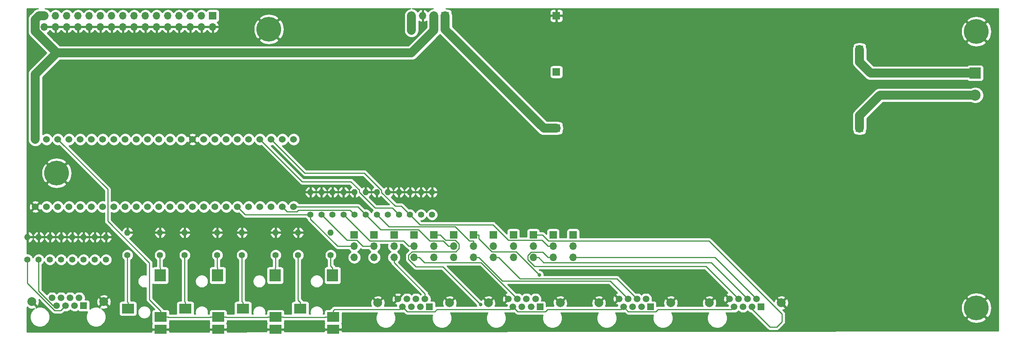
<source format=gtl>
G04 #@! TF.GenerationSoftware,KiCad,Pcbnew,(5.1.4)-1*
G04 #@! TF.CreationDate,2019-10-21T16:42:34-04:00*
G04 #@! TF.ProjectId,relay_ctrl_lab,72656c61-795f-4637-9472-6c5f6c61622e,rev?*
G04 #@! TF.SameCoordinates,Original*
G04 #@! TF.FileFunction,Copper,L1,Top*
G04 #@! TF.FilePolarity,Positive*
%FSLAX46Y46*%
G04 Gerber Fmt 4.6, Leading zero omitted, Abs format (unit mm)*
G04 Created by KiCad (PCBNEW (5.1.4)-1) date 2019-10-21 16:42:34*
%MOMM*%
%LPD*%
G04 APERTURE LIST*
%ADD10O,1.700000X1.700000*%
%ADD11R,1.700000X1.700000*%
%ADD12O,1.400000X1.400000*%
%ADD13C,1.400000*%
%ADD14C,2.000000*%
%ADD15C,1.500000*%
%ADD16R,1.500000X1.500000*%
%ADD17R,2.800000X2.200000*%
%ADD18R,2.600000X2.800000*%
%ADD19R,2.800000X2.000000*%
%ADD20C,5.600000*%
%ADD21C,1.530000*%
%ADD22C,2.500000*%
%ADD23R,2.500000X2.500000*%
%ADD24C,0.800000*%
%ADD25C,0.250000*%
%ADD26C,2.000000*%
%ADD27C,0.254000*%
G04 APERTURE END LIST*
D10*
X172762000Y-137668000D03*
X172762000Y-135128000D03*
D11*
X172762000Y-132588000D03*
D10*
X168262000Y-137668000D03*
X168262000Y-135128000D03*
D11*
X168262000Y-132588000D03*
D10*
X177262000Y-137668000D03*
X177262000Y-135128000D03*
D11*
X177262000Y-132588000D03*
D10*
X154762000Y-137668000D03*
X154762000Y-135128000D03*
D11*
X154762000Y-132588000D03*
D10*
X159262000Y-137668000D03*
X159262000Y-135128000D03*
D11*
X159262000Y-132588000D03*
D10*
X163762000Y-137668000D03*
X163762000Y-135128000D03*
D11*
X163762000Y-132588000D03*
D10*
X141262000Y-137668000D03*
X141262000Y-135128000D03*
D11*
X141262000Y-132588000D03*
D10*
X145762000Y-137668000D03*
X145762000Y-135128000D03*
D11*
X145762000Y-132588000D03*
D10*
X150262000Y-137668000D03*
X150262000Y-135128000D03*
D11*
X150262000Y-132588000D03*
D10*
X127762000Y-137668000D03*
X127762000Y-135128000D03*
D11*
X127762000Y-132588000D03*
D10*
X132262000Y-137668000D03*
X132262000Y-135128000D03*
D11*
X132262000Y-132588000D03*
D10*
X136762000Y-137668000D03*
X136762000Y-135128000D03*
D11*
X136762000Y-132588000D03*
D12*
X140356000Y-122936000D03*
D13*
X140356000Y-128016000D03*
D12*
X142856000Y-122936000D03*
D13*
X142856000Y-128016000D03*
D12*
X145356000Y-122936000D03*
D13*
X145356000Y-128016000D03*
D12*
X132856000Y-122936000D03*
D13*
X132856000Y-128016000D03*
D12*
X135356000Y-122936000D03*
D13*
X135356000Y-128016000D03*
D12*
X137856000Y-122936000D03*
D13*
X137856000Y-128016000D03*
D12*
X125356000Y-122936000D03*
D13*
X125356000Y-128016000D03*
D12*
X127856000Y-122936000D03*
D13*
X127856000Y-128016000D03*
D12*
X130356000Y-122936000D03*
D13*
X130356000Y-128016000D03*
D12*
X117856000Y-122936000D03*
D13*
X117856000Y-128016000D03*
D12*
X120356000Y-122936000D03*
D13*
X120356000Y-128016000D03*
D12*
X122856000Y-122936000D03*
D13*
X122856000Y-128016000D03*
D14*
X149350000Y-147954000D03*
X133090000Y-147954000D03*
D15*
X137640000Y-147064000D03*
X139680000Y-147064000D03*
X141720000Y-147064000D03*
X143760000Y-147064000D03*
X138660000Y-148844000D03*
X140700000Y-148844000D03*
X142740000Y-148844000D03*
D16*
X144780000Y-148844000D03*
D14*
X174350000Y-147954000D03*
X158090000Y-147954000D03*
D15*
X162640000Y-147064000D03*
X164680000Y-147064000D03*
X166720000Y-147064000D03*
X168760000Y-147064000D03*
X163660000Y-148844000D03*
X165700000Y-148844000D03*
X167740000Y-148844000D03*
D16*
X169780000Y-148844000D03*
D14*
X199350000Y-147954000D03*
X183090000Y-147954000D03*
D15*
X187640000Y-147064000D03*
X189680000Y-147064000D03*
X191720000Y-147064000D03*
X193760000Y-147064000D03*
X188660000Y-148844000D03*
X190700000Y-148844000D03*
X192740000Y-148844000D03*
D16*
X194780000Y-148844000D03*
D14*
X224350000Y-147954000D03*
X208090000Y-147954000D03*
D15*
X212640000Y-147064000D03*
X214680000Y-147064000D03*
X216720000Y-147064000D03*
X218760000Y-147064000D03*
X213660000Y-148844000D03*
X215700000Y-148844000D03*
X217740000Y-148844000D03*
D16*
X219780000Y-148844000D03*
D17*
X83964000Y-151162000D03*
X76564000Y-149262000D03*
D18*
X83864000Y-141762000D03*
D19*
X83964000Y-153962000D03*
D17*
X109964000Y-151162000D03*
X102564000Y-149262000D03*
D18*
X109864000Y-141762000D03*
D19*
X109964000Y-153962000D03*
D17*
X96964000Y-151162000D03*
X89564000Y-149262000D03*
D18*
X96864000Y-141762000D03*
D19*
X96964000Y-153962000D03*
D17*
X122964000Y-151162000D03*
X115564000Y-149262000D03*
D18*
X122864000Y-141762000D03*
D19*
X122964000Y-153962000D03*
D12*
X89408000Y-132080000D03*
D13*
X89408000Y-137160000D03*
D12*
X115062000Y-132080000D03*
D13*
X115062000Y-137160000D03*
D12*
X109982000Y-132080000D03*
D13*
X109982000Y-137160000D03*
D12*
X122428000Y-132080000D03*
D13*
X122428000Y-137160000D03*
D12*
X96774000Y-132080000D03*
D13*
X96774000Y-137160000D03*
D12*
X102362000Y-132080000D03*
D13*
X102362000Y-137160000D03*
D12*
X83820000Y-132080000D03*
D13*
X83820000Y-137160000D03*
D20*
X60452000Y-118618000D03*
X268478000Y-149098000D03*
X268478000Y-86614000D03*
X108458000Y-86106000D03*
D21*
X98806000Y-110998000D03*
X101346000Y-110998000D03*
X103886000Y-110998000D03*
X106426000Y-110998000D03*
X108966000Y-110998000D03*
X111506000Y-110998000D03*
X114046000Y-110998000D03*
X96266000Y-110998000D03*
X93726000Y-110998000D03*
X91186000Y-110998000D03*
X114046000Y-126238000D03*
X111506000Y-126238000D03*
X108966000Y-126238000D03*
X106426000Y-126238000D03*
X103886000Y-126238000D03*
X101346000Y-126238000D03*
X98806000Y-126238000D03*
X96266000Y-126238000D03*
X55626000Y-110998000D03*
X58166000Y-110998000D03*
X60706000Y-110998000D03*
X63246000Y-110998000D03*
X65786000Y-110998000D03*
X68326000Y-110998000D03*
X70866000Y-110998000D03*
X73406000Y-110998000D03*
X75946000Y-110998000D03*
X78486000Y-110998000D03*
X81026000Y-110998000D03*
X83566000Y-110998000D03*
X86106000Y-110998000D03*
X88646000Y-110998000D03*
X93726000Y-126238000D03*
X91186000Y-126238000D03*
X88646000Y-126238000D03*
X86106000Y-126238000D03*
X83566000Y-126238000D03*
X81026000Y-126238000D03*
X78486000Y-126238000D03*
X75946000Y-126238000D03*
X73406000Y-126238000D03*
X70866000Y-126238000D03*
X68326000Y-126238000D03*
X65786000Y-126238000D03*
X63246000Y-126238000D03*
X60706000Y-126238000D03*
X58166000Y-126238000D03*
X55626000Y-126238000D03*
D10*
X57658000Y-85598000D03*
X57658000Y-83058000D03*
X60198000Y-85598000D03*
X60198000Y-83058000D03*
X62738000Y-85598000D03*
X62738000Y-83058000D03*
X65278000Y-85598000D03*
X65278000Y-83058000D03*
X67818000Y-85598000D03*
X67818000Y-83058000D03*
X70358000Y-85598000D03*
X70358000Y-83058000D03*
X72898000Y-85598000D03*
X72898000Y-83058000D03*
X75438000Y-85598000D03*
X75438000Y-83058000D03*
X77978000Y-85598000D03*
X77978000Y-83058000D03*
X80518000Y-85598000D03*
X80518000Y-83058000D03*
X83058000Y-85598000D03*
X83058000Y-83058000D03*
X85598000Y-85598000D03*
X85598000Y-83058000D03*
X88138000Y-85598000D03*
X88138000Y-83058000D03*
X90678000Y-85598000D03*
X90678000Y-83058000D03*
X93218000Y-85598000D03*
X93218000Y-83058000D03*
X95758000Y-85598000D03*
D11*
X95758000Y-83058000D03*
D22*
X268224000Y-101012000D03*
D23*
X268224000Y-96012000D03*
D12*
X140716000Y-91440000D03*
D13*
X140716000Y-86360000D03*
D11*
X242062000Y-108458000D03*
X242062000Y-90678000D03*
D10*
X140716000Y-83058000D03*
X143256000Y-83058000D03*
X145796000Y-83058000D03*
D11*
X148336000Y-83058000D03*
X173482000Y-95758000D03*
X173482000Y-108458000D03*
X173482000Y-83058000D03*
D14*
X71118000Y-147700000D03*
X54858000Y-147700000D03*
D15*
X59408000Y-146810000D03*
X61448000Y-146810000D03*
X63488000Y-146810000D03*
X65528000Y-146810000D03*
X60428000Y-148590000D03*
X62468000Y-148590000D03*
X64508000Y-148590000D03*
D16*
X66548000Y-148590000D03*
D12*
X76454000Y-132080000D03*
D13*
X76454000Y-137160000D03*
D12*
X53848000Y-133096000D03*
D13*
X53848000Y-138176000D03*
D12*
X58928000Y-133096000D03*
D13*
X58928000Y-138176000D03*
D12*
X66548000Y-133096000D03*
D13*
X66548000Y-138176000D03*
D12*
X56388000Y-133096000D03*
D13*
X56388000Y-138176000D03*
D12*
X61468000Y-133096000D03*
D13*
X61468000Y-138176000D03*
D12*
X64008000Y-133096000D03*
D13*
X64008000Y-138176000D03*
D12*
X69088000Y-133096000D03*
D13*
X69088000Y-138176000D03*
D12*
X71628000Y-133096000D03*
D13*
X71628000Y-138176000D03*
D24*
X169639200Y-141618800D03*
X156384100Y-148373800D03*
D25*
X56388000Y-138176000D02*
X56388000Y-145326100D01*
X56388000Y-145326100D02*
X59651900Y-148590000D01*
X59651900Y-148590000D02*
X60428000Y-148590000D01*
X53848000Y-138176000D02*
X53848000Y-143533900D01*
X53848000Y-143533900D02*
X59997700Y-149683600D01*
X59997700Y-149683600D02*
X61374400Y-149683600D01*
X61374400Y-149683600D02*
X62468000Y-148590000D01*
X115564000Y-149262000D02*
X115564000Y-147836700D01*
X115564000Y-147836700D02*
X115062000Y-147334700D01*
X115062000Y-147334700D02*
X115062000Y-137160000D01*
X122864000Y-141762000D02*
X122864000Y-140036700D01*
X122864000Y-140036700D02*
X122428000Y-139600700D01*
X122428000Y-139600700D02*
X122428000Y-137160000D01*
X102564000Y-149262000D02*
X102564000Y-147836700D01*
X102564000Y-147836700D02*
X102362000Y-147634700D01*
X102362000Y-147634700D02*
X102362000Y-137160000D01*
X109864000Y-141762000D02*
X109864000Y-140036700D01*
X109864000Y-140036700D02*
X109982000Y-139918700D01*
X109982000Y-139918700D02*
X109982000Y-137160000D01*
X89564000Y-149262000D02*
X89564000Y-147836700D01*
X89564000Y-147836700D02*
X89408000Y-147680700D01*
X89408000Y-147680700D02*
X89408000Y-137160000D01*
X96864000Y-141762000D02*
X96864000Y-140036700D01*
X96864000Y-140036700D02*
X96774000Y-139946700D01*
X96774000Y-139946700D02*
X96774000Y-137160000D01*
X76564000Y-149262000D02*
X76564000Y-147836700D01*
X76564000Y-147836700D02*
X76454000Y-147726700D01*
X76454000Y-147726700D02*
X76454000Y-137160000D01*
X83864000Y-141762000D02*
X83864000Y-140036700D01*
X83864000Y-140036700D02*
X83820000Y-139992700D01*
X83820000Y-139992700D02*
X83820000Y-137160000D01*
X108966000Y-110998000D02*
X116572400Y-118604400D01*
X116572400Y-118604400D02*
X130019000Y-118604400D01*
X130019000Y-118604400D02*
X133946700Y-122532100D01*
X133946700Y-122532100D02*
X133946700Y-122990400D01*
X133946700Y-122990400D02*
X137038000Y-126081700D01*
X137038000Y-126081700D02*
X138421700Y-126081700D01*
X138421700Y-126081700D02*
X140356000Y-128016000D01*
X171586700Y-135128000D02*
X170222000Y-133763300D01*
X170222000Y-133763300D02*
X162597400Y-133763300D01*
X162597400Y-133763300D02*
X159109500Y-130275400D01*
X159109500Y-130275400D02*
X142615400Y-130275400D01*
X142615400Y-130275400D02*
X140356000Y-128016000D01*
X172762000Y-135128000D02*
X171586700Y-135128000D01*
X154762000Y-135128000D02*
X154762000Y-133952700D01*
X132856000Y-128016000D02*
X135565800Y-130725800D01*
X135565800Y-130725800D02*
X150568500Y-130725800D01*
X150568500Y-130725800D02*
X153795400Y-133952700D01*
X153795400Y-133952700D02*
X154762000Y-133952700D01*
X106426000Y-110998000D02*
X115978100Y-120550100D01*
X115978100Y-120550100D02*
X126989800Y-120550100D01*
X126989800Y-120550100D02*
X128881400Y-122441700D01*
X128881400Y-122441700D02*
X128881400Y-122916700D01*
X128881400Y-122916700D02*
X132496800Y-126532100D01*
X132496800Y-126532100D02*
X136372100Y-126532100D01*
X136372100Y-126532100D02*
X137856000Y-128016000D01*
X141262000Y-135128000D02*
X140086700Y-135128000D01*
X125356000Y-128016000D02*
X131292700Y-133952700D01*
X131292700Y-133952700D02*
X138911400Y-133952700D01*
X138911400Y-133952700D02*
X140086700Y-135128000D01*
X111506000Y-126238000D02*
X112618000Y-127350000D01*
X112618000Y-127350000D02*
X114777000Y-127350000D01*
X114777000Y-127350000D02*
X115138800Y-126988200D01*
X115138800Y-126988200D02*
X126828200Y-126988200D01*
X126828200Y-126988200D02*
X127856000Y-128016000D01*
X150262000Y-135128000D02*
X149086700Y-135128000D01*
X130356000Y-128016000D02*
X133752700Y-131412700D01*
X133752700Y-131412700D02*
X142264000Y-131412700D01*
X142264000Y-131412700D02*
X144804000Y-133952700D01*
X144804000Y-133952700D02*
X147911400Y-133952700D01*
X147911400Y-133952700D02*
X149086700Y-135128000D01*
X114046000Y-126238000D02*
X128578000Y-126238000D01*
X128578000Y-126238000D02*
X130356000Y-128016000D01*
X127762000Y-135128000D02*
X123990500Y-135128000D01*
X123990500Y-135128000D02*
X117856000Y-128993500D01*
X117856000Y-128993500D02*
X117856000Y-128016000D01*
X101346000Y-126238000D02*
X103124000Y-128016000D01*
X103124000Y-128016000D02*
X117856000Y-128016000D01*
X120356000Y-128016000D02*
X126103400Y-133763400D01*
X126103400Y-133763400D02*
X128297700Y-133763400D01*
X128297700Y-133763400D02*
X129662300Y-135128000D01*
X129662300Y-135128000D02*
X132262000Y-135128000D01*
D26*
X55626000Y-110998000D02*
X55626000Y-96280000D01*
X55626000Y-96280000D02*
X60466000Y-91440000D01*
X140716000Y-91440000D02*
X60466000Y-91440000D01*
X60466000Y-91440000D02*
X55608000Y-86582000D01*
X55608000Y-86582000D02*
X55608000Y-83905900D01*
X55608000Y-83905900D02*
X56455900Y-83058000D01*
X56455900Y-83058000D02*
X57658000Y-83058000D01*
X140716000Y-91440000D02*
X145796000Y-86360000D01*
X145796000Y-86360000D02*
X145796000Y-83058000D01*
X173482000Y-108458000D02*
X170632000Y-108458000D01*
X148336000Y-86162000D02*
X148336000Y-83058000D01*
X170632000Y-108458000D02*
X148336000Y-86162000D01*
X140716000Y-86360000D02*
X140716000Y-83058000D01*
X246658000Y-101012000D02*
X242062000Y-105608000D01*
X268224000Y-101012000D02*
X246658000Y-101012000D01*
X242062000Y-105608000D02*
X242062000Y-108458000D01*
X268224000Y-96012000D02*
X244546000Y-96012000D01*
X244546000Y-96012000D02*
X242062000Y-93528000D01*
X242062000Y-93528000D02*
X242062000Y-90678000D01*
D25*
X188660000Y-148844000D02*
X189737800Y-149921800D01*
X189737800Y-149921800D02*
X195981000Y-149921800D01*
X195981000Y-149921800D02*
X196469200Y-149433600D01*
X196469200Y-149433600D02*
X213070400Y-149433600D01*
X213070400Y-149433600D02*
X213660000Y-148844000D01*
X163660000Y-148844000D02*
X164737800Y-149921800D01*
X164737800Y-149921800D02*
X170981000Y-149921800D01*
X170981000Y-149921800D02*
X171469200Y-149433600D01*
X171469200Y-149433600D02*
X188070400Y-149433600D01*
X188070400Y-149433600D02*
X188660000Y-148844000D01*
X138660000Y-148844000D02*
X139737800Y-149921800D01*
X139737800Y-149921800D02*
X145981000Y-149921800D01*
X145981000Y-149921800D02*
X146469200Y-149433600D01*
X146469200Y-149433600D02*
X163070400Y-149433600D01*
X163070400Y-149433600D02*
X163660000Y-148844000D01*
X122964000Y-149736700D02*
X123267100Y-149433600D01*
X123267100Y-149433600D02*
X138070400Y-149433600D01*
X138070400Y-149433600D02*
X138660000Y-148844000D01*
X109964000Y-151162000D02*
X108238700Y-151162000D01*
X96964000Y-151162000D02*
X98689300Y-151162000D01*
X98689300Y-151162000D02*
X98772700Y-151245400D01*
X98772700Y-151245400D02*
X108155300Y-151245400D01*
X108155300Y-151245400D02*
X108238700Y-151162000D01*
X96101400Y-151162000D02*
X96964000Y-151162000D01*
X83964000Y-151162000D02*
X83964000Y-149736700D01*
X60706000Y-110998000D02*
X71997100Y-122289100D01*
X71997100Y-122289100D02*
X71997100Y-129488300D01*
X71997100Y-129488300D02*
X81439400Y-138930600D01*
X81439400Y-138930600D02*
X81439400Y-147212100D01*
X81439400Y-147212100D02*
X83964000Y-149736700D01*
X122964000Y-151162000D02*
X122964000Y-149736700D01*
X122101400Y-151162000D02*
X122964000Y-151162000D01*
X122101400Y-151162000D02*
X121238700Y-151162000D01*
X109964000Y-151162000D02*
X111689300Y-151162000D01*
X111689300Y-151162000D02*
X111772700Y-151245400D01*
X111772700Y-151245400D02*
X121155300Y-151245400D01*
X121155300Y-151245400D02*
X121238700Y-151162000D01*
X96101400Y-151162000D02*
X95238700Y-151162000D01*
X83964000Y-151162000D02*
X85689300Y-151162000D01*
X95238700Y-151162000D02*
X95157100Y-151243600D01*
X95157100Y-151243600D02*
X85770900Y-151243600D01*
X85770900Y-151243600D02*
X85689300Y-151162000D01*
X217740000Y-148844000D02*
X217740000Y-149375200D01*
X217740000Y-149375200D02*
X221758900Y-153394100D01*
X221758900Y-153394100D02*
X223356900Y-153394100D01*
X223356900Y-153394100D02*
X224540500Y-152210500D01*
X224540500Y-152210500D02*
X224540500Y-150489500D01*
X224540500Y-150489500D02*
X208003600Y-133952600D01*
X208003600Y-133952600D02*
X171703300Y-133952600D01*
X171703300Y-133952600D02*
X170338700Y-132588000D01*
X170338700Y-132588000D02*
X168262000Y-132588000D01*
X154762000Y-132588000D02*
X155937300Y-132588000D01*
X169639200Y-141618800D02*
X164418300Y-136397900D01*
X164418300Y-136397900D02*
X158865700Y-136397900D01*
X158865700Y-136397900D02*
X155937300Y-133469500D01*
X155937300Y-133469500D02*
X155937300Y-132588000D01*
X145762000Y-132588000D02*
X147183700Y-132588000D01*
X147183700Y-132588000D02*
X148359100Y-133763400D01*
X148359100Y-133763400D02*
X150569300Y-133763400D01*
X150569300Y-133763400D02*
X151450300Y-134644400D01*
X151450300Y-134644400D02*
X151450300Y-135667300D01*
X151450300Y-135667300D02*
X150719600Y-136398000D01*
X150719600Y-136398000D02*
X140841400Y-136398000D01*
X140841400Y-136398000D02*
X140051100Y-137188300D01*
X140051100Y-137188300D02*
X140051100Y-138124500D01*
X140051100Y-138124500D02*
X141713200Y-139786600D01*
X141713200Y-139786600D02*
X147796900Y-139786600D01*
X147796900Y-139786600D02*
X156384100Y-148373800D01*
X172762000Y-137668000D02*
X171586700Y-137668000D01*
X214680000Y-147064000D02*
X207288500Y-139672500D01*
X207288500Y-139672500D02*
X168582200Y-139672500D01*
X168582200Y-139672500D02*
X167050400Y-138140700D01*
X167050400Y-138140700D02*
X167050400Y-137207000D01*
X167050400Y-137207000D02*
X167764700Y-136492700D01*
X167764700Y-136492700D02*
X170411400Y-136492700D01*
X170411400Y-136492700D02*
X171586700Y-137668000D01*
X168262000Y-137668000D02*
X169437300Y-137668000D01*
X216720000Y-147064000D02*
X208499300Y-138843300D01*
X208499300Y-138843300D02*
X170612600Y-138843300D01*
X170612600Y-138843300D02*
X169437300Y-137668000D01*
X218760000Y-147064000D02*
X209364000Y-137668000D01*
X209364000Y-137668000D02*
X177262000Y-137668000D01*
X154762000Y-137668000D02*
X155937300Y-137668000D01*
X189680000Y-147064000D02*
X185641400Y-143025400D01*
X185641400Y-143025400D02*
X161294700Y-143025400D01*
X161294700Y-143025400D02*
X155937300Y-137668000D01*
X159262000Y-137668000D02*
X160437300Y-137668000D01*
X191720000Y-147064000D02*
X187137400Y-142481400D01*
X187137400Y-142481400D02*
X165250700Y-142481400D01*
X165250700Y-142481400D02*
X160437300Y-137668000D01*
X164680000Y-147064000D02*
X156459300Y-138843300D01*
X156459300Y-138843300D02*
X143612600Y-138843300D01*
X143612600Y-138843300D02*
X142437300Y-137668000D01*
X141262000Y-137668000D02*
X142437300Y-137668000D01*
X136762000Y-137668000D02*
X136762000Y-138843300D01*
X143760000Y-147064000D02*
X143760000Y-145841300D01*
X143760000Y-145841300D02*
X136762000Y-138843300D01*
D27*
G36*
X56135383Y-81446657D02*
G01*
X55827185Y-81540148D01*
X55543148Y-81691969D01*
X55294186Y-81896286D01*
X55242979Y-81958682D01*
X54508682Y-82692980D01*
X54446287Y-82744186D01*
X54254666Y-82977678D01*
X54241970Y-82993148D01*
X54090148Y-83277186D01*
X53996658Y-83585384D01*
X53965089Y-83905900D01*
X53973001Y-83986229D01*
X53973000Y-86501680D01*
X53965089Y-86582000D01*
X53973000Y-86662319D01*
X53973000Y-86662321D01*
X53996657Y-86902515D01*
X54090148Y-87210714D01*
X54241969Y-87494751D01*
X54446286Y-87743714D01*
X54508687Y-87794925D01*
X58153761Y-91440000D01*
X54526682Y-95067080D01*
X54464287Y-95118286D01*
X54259970Y-95367248D01*
X54108148Y-95651286D01*
X54014658Y-95959484D01*
X53983089Y-96280000D01*
X53991001Y-96360329D01*
X53991000Y-111078321D01*
X54014657Y-111318515D01*
X54108148Y-111626714D01*
X54259969Y-111910751D01*
X54464286Y-112159714D01*
X54713248Y-112364031D01*
X54997285Y-112515852D01*
X55305484Y-112609343D01*
X55626000Y-112640911D01*
X55946515Y-112609343D01*
X56254714Y-112515852D01*
X56538751Y-112364031D01*
X56787714Y-112159714D01*
X56992031Y-111910752D01*
X57036512Y-111827535D01*
X57078549Y-111890448D01*
X57273552Y-112085451D01*
X57502851Y-112238664D01*
X57757635Y-112344199D01*
X58028112Y-112398000D01*
X58303888Y-112398000D01*
X58574365Y-112344199D01*
X58829149Y-112238664D01*
X59058448Y-112085451D01*
X59253451Y-111890448D01*
X59406664Y-111661149D01*
X59436000Y-111590326D01*
X59465336Y-111661149D01*
X59618549Y-111890448D01*
X59813552Y-112085451D01*
X60042851Y-112238664D01*
X60297635Y-112344199D01*
X60568112Y-112398000D01*
X60843888Y-112398000D01*
X61000122Y-112366923D01*
X71237100Y-122603902D01*
X71237100Y-124884389D01*
X71003888Y-124838000D01*
X70728112Y-124838000D01*
X70457635Y-124891801D01*
X70202851Y-124997336D01*
X69973552Y-125150549D01*
X69778549Y-125345552D01*
X69625336Y-125574851D01*
X69596000Y-125645674D01*
X69566664Y-125574851D01*
X69413451Y-125345552D01*
X69218448Y-125150549D01*
X68989149Y-124997336D01*
X68734365Y-124891801D01*
X68463888Y-124838000D01*
X68188112Y-124838000D01*
X67917635Y-124891801D01*
X67662851Y-124997336D01*
X67433552Y-125150549D01*
X67238549Y-125345552D01*
X67085336Y-125574851D01*
X67056000Y-125645674D01*
X67026664Y-125574851D01*
X66873451Y-125345552D01*
X66678448Y-125150549D01*
X66449149Y-124997336D01*
X66194365Y-124891801D01*
X65923888Y-124838000D01*
X65648112Y-124838000D01*
X65377635Y-124891801D01*
X65122851Y-124997336D01*
X64893552Y-125150549D01*
X64698549Y-125345552D01*
X64545336Y-125574851D01*
X64516000Y-125645674D01*
X64486664Y-125574851D01*
X64333451Y-125345552D01*
X64138448Y-125150549D01*
X63909149Y-124997336D01*
X63654365Y-124891801D01*
X63383888Y-124838000D01*
X63108112Y-124838000D01*
X62837635Y-124891801D01*
X62582851Y-124997336D01*
X62353552Y-125150549D01*
X62158549Y-125345552D01*
X62005336Y-125574851D01*
X61976000Y-125645674D01*
X61946664Y-125574851D01*
X61793451Y-125345552D01*
X61598448Y-125150549D01*
X61369149Y-124997336D01*
X61114365Y-124891801D01*
X60843888Y-124838000D01*
X60568112Y-124838000D01*
X60297635Y-124891801D01*
X60042851Y-124997336D01*
X59813552Y-125150549D01*
X59618549Y-125345552D01*
X59465336Y-125574851D01*
X59436000Y-125645674D01*
X59406664Y-125574851D01*
X59253451Y-125345552D01*
X59058448Y-125150549D01*
X58829149Y-124997336D01*
X58574365Y-124891801D01*
X58303888Y-124838000D01*
X58028112Y-124838000D01*
X57757635Y-124891801D01*
X57502851Y-124997336D01*
X57273552Y-125150549D01*
X57078549Y-125345552D01*
X56925336Y-125574851D01*
X56898518Y-125639594D01*
X56896478Y-125633928D01*
X56834106Y-125517240D01*
X56593707Y-125449898D01*
X55805605Y-126238000D01*
X56593707Y-127026102D01*
X56834106Y-126958760D01*
X56895312Y-126828664D01*
X56925336Y-126901149D01*
X57078549Y-127130448D01*
X57273552Y-127325451D01*
X57502851Y-127478664D01*
X57757635Y-127584199D01*
X58028112Y-127638000D01*
X58303888Y-127638000D01*
X58574365Y-127584199D01*
X58829149Y-127478664D01*
X59058448Y-127325451D01*
X59253451Y-127130448D01*
X59406664Y-126901149D01*
X59436000Y-126830326D01*
X59465336Y-126901149D01*
X59618549Y-127130448D01*
X59813552Y-127325451D01*
X60042851Y-127478664D01*
X60297635Y-127584199D01*
X60568112Y-127638000D01*
X60843888Y-127638000D01*
X61114365Y-127584199D01*
X61369149Y-127478664D01*
X61598448Y-127325451D01*
X61793451Y-127130448D01*
X61946664Y-126901149D01*
X61976000Y-126830326D01*
X62005336Y-126901149D01*
X62158549Y-127130448D01*
X62353552Y-127325451D01*
X62582851Y-127478664D01*
X62837635Y-127584199D01*
X63108112Y-127638000D01*
X63383888Y-127638000D01*
X63654365Y-127584199D01*
X63909149Y-127478664D01*
X64138448Y-127325451D01*
X64333451Y-127130448D01*
X64486664Y-126901149D01*
X64516000Y-126830326D01*
X64545336Y-126901149D01*
X64698549Y-127130448D01*
X64893552Y-127325451D01*
X65122851Y-127478664D01*
X65377635Y-127584199D01*
X65648112Y-127638000D01*
X65923888Y-127638000D01*
X66194365Y-127584199D01*
X66449149Y-127478664D01*
X66678448Y-127325451D01*
X66873451Y-127130448D01*
X67026664Y-126901149D01*
X67056000Y-126830326D01*
X67085336Y-126901149D01*
X67238549Y-127130448D01*
X67433552Y-127325451D01*
X67662851Y-127478664D01*
X67917635Y-127584199D01*
X68188112Y-127638000D01*
X68463888Y-127638000D01*
X68734365Y-127584199D01*
X68989149Y-127478664D01*
X69218448Y-127325451D01*
X69413451Y-127130448D01*
X69566664Y-126901149D01*
X69596000Y-126830326D01*
X69625336Y-126901149D01*
X69778549Y-127130448D01*
X69973552Y-127325451D01*
X70202851Y-127478664D01*
X70457635Y-127584199D01*
X70728112Y-127638000D01*
X71003888Y-127638000D01*
X71237101Y-127591611D01*
X71237101Y-129450968D01*
X71233424Y-129488300D01*
X71237101Y-129525633D01*
X71248098Y-129637286D01*
X71261280Y-129680742D01*
X71291554Y-129780546D01*
X71362126Y-129912576D01*
X71420048Y-129983153D01*
X71457100Y-130028301D01*
X71486098Y-130052099D01*
X80679400Y-139245402D01*
X80679400Y-141630536D01*
X80410260Y-141577000D01*
X80117740Y-141577000D01*
X79830842Y-141634068D01*
X79560589Y-141746010D01*
X79317368Y-141908525D01*
X79110525Y-142115368D01*
X78948010Y-142358589D01*
X78836068Y-142628842D01*
X78779000Y-142915740D01*
X78779000Y-143208260D01*
X78836068Y-143495158D01*
X78948010Y-143765411D01*
X79110525Y-144008632D01*
X79317368Y-144215475D01*
X79560589Y-144377990D01*
X79830842Y-144489932D01*
X80117740Y-144547000D01*
X80410260Y-144547000D01*
X80679401Y-144493464D01*
X80679401Y-147174768D01*
X80675724Y-147212100D01*
X80679401Y-147249433D01*
X80690398Y-147361086D01*
X80693719Y-147372033D01*
X80733854Y-147504346D01*
X80804426Y-147636376D01*
X80869377Y-147715518D01*
X80899400Y-147752101D01*
X80928398Y-147775899D01*
X82576426Y-149423928D01*
X82564000Y-149423928D01*
X82439518Y-149436188D01*
X82319820Y-149472498D01*
X82209506Y-149531463D01*
X82112815Y-149610815D01*
X82033463Y-149707506D01*
X81974498Y-149817820D01*
X81938188Y-149937518D01*
X81925928Y-150062000D01*
X81925928Y-152262000D01*
X81938188Y-152386482D01*
X81974498Y-152506180D01*
X82031061Y-152612000D01*
X81974498Y-152717820D01*
X81938188Y-152837518D01*
X81925928Y-152962000D01*
X81929000Y-153676250D01*
X82087750Y-153835000D01*
X83837000Y-153835000D01*
X83837000Y-153815000D01*
X84091000Y-153815000D01*
X84091000Y-153835000D01*
X85840250Y-153835000D01*
X85999000Y-153676250D01*
X86002072Y-152962000D01*
X85989812Y-152837518D01*
X85953502Y-152717820D01*
X85896939Y-152612000D01*
X85953502Y-152506180D01*
X85989812Y-152386482D01*
X86002072Y-152262000D01*
X86002072Y-152003600D01*
X94925928Y-152003600D01*
X94925928Y-152262000D01*
X94938188Y-152386482D01*
X94974498Y-152506180D01*
X95031061Y-152612000D01*
X94974498Y-152717820D01*
X94938188Y-152837518D01*
X94925928Y-152962000D01*
X94929000Y-153676250D01*
X95087750Y-153835000D01*
X96837000Y-153835000D01*
X96837000Y-153815000D01*
X97091000Y-153815000D01*
X97091000Y-153835000D01*
X98840250Y-153835000D01*
X98999000Y-153676250D01*
X99002072Y-152962000D01*
X98989812Y-152837518D01*
X98953502Y-152717820D01*
X98896939Y-152612000D01*
X98953502Y-152506180D01*
X98989812Y-152386482D01*
X99002072Y-152262000D01*
X99002072Y-152005400D01*
X107925928Y-152005400D01*
X107925928Y-152262000D01*
X107938188Y-152386482D01*
X107974498Y-152506180D01*
X108031061Y-152612000D01*
X107974498Y-152717820D01*
X107938188Y-152837518D01*
X107925928Y-152962000D01*
X107929000Y-153676250D01*
X108087750Y-153835000D01*
X109837000Y-153835000D01*
X109837000Y-153815000D01*
X110091000Y-153815000D01*
X110091000Y-153835000D01*
X111840250Y-153835000D01*
X111999000Y-153676250D01*
X112002072Y-152962000D01*
X111989812Y-152837518D01*
X111953502Y-152717820D01*
X111896939Y-152612000D01*
X111953502Y-152506180D01*
X111989812Y-152386482D01*
X112002072Y-152262000D01*
X112002072Y-152005400D01*
X120925928Y-152005400D01*
X120925928Y-152262000D01*
X120938188Y-152386482D01*
X120974498Y-152506180D01*
X121031061Y-152612000D01*
X120974498Y-152717820D01*
X120938188Y-152837518D01*
X120925928Y-152962000D01*
X120929000Y-153676250D01*
X121087750Y-153835000D01*
X122837000Y-153835000D01*
X122837000Y-153815000D01*
X123091000Y-153815000D01*
X123091000Y-153835000D01*
X124840250Y-153835000D01*
X124999000Y-153676250D01*
X125002072Y-152962000D01*
X124989812Y-152837518D01*
X124953502Y-152717820D01*
X124896939Y-152612000D01*
X124953502Y-152506180D01*
X124989812Y-152386482D01*
X125002072Y-152262000D01*
X125002072Y-150193600D01*
X132947321Y-150193600D01*
X132867214Y-150313489D01*
X132696851Y-150724782D01*
X132610000Y-151161409D01*
X132610000Y-151606591D01*
X132696851Y-152043218D01*
X132867214Y-152454511D01*
X133114544Y-152824666D01*
X133429334Y-153139456D01*
X133799489Y-153386786D01*
X134210782Y-153557149D01*
X134647409Y-153644000D01*
X135092591Y-153644000D01*
X135529218Y-153557149D01*
X135940511Y-153386786D01*
X136310666Y-153139456D01*
X136625456Y-152824666D01*
X136872786Y-152454511D01*
X137043149Y-152043218D01*
X137130000Y-151606591D01*
X137130000Y-151161409D01*
X137043149Y-150724782D01*
X136872786Y-150313489D01*
X136792679Y-150193600D01*
X138033078Y-150193600D01*
X138070400Y-150197276D01*
X138107722Y-150193600D01*
X138107733Y-150193600D01*
X138219386Y-150182603D01*
X138250044Y-150173303D01*
X138256011Y-150175775D01*
X138523589Y-150229000D01*
X138796411Y-150229000D01*
X138941364Y-150200167D01*
X139174005Y-150432808D01*
X139197799Y-150461801D01*
X139226792Y-150485595D01*
X139226796Y-150485599D01*
X139277276Y-150527026D01*
X139313524Y-150556774D01*
X139445553Y-150627346D01*
X139588814Y-150670803D01*
X139700467Y-150681800D01*
X139700476Y-150681800D01*
X139737799Y-150685476D01*
X139775122Y-150681800D01*
X145414655Y-150681800D01*
X145396851Y-150724782D01*
X145310000Y-151161409D01*
X145310000Y-151606591D01*
X145396851Y-152043218D01*
X145567214Y-152454511D01*
X145814544Y-152824666D01*
X146129334Y-153139456D01*
X146499489Y-153386786D01*
X146910782Y-153557149D01*
X147347409Y-153644000D01*
X147792591Y-153644000D01*
X148229218Y-153557149D01*
X148640511Y-153386786D01*
X149010666Y-153139456D01*
X149325456Y-152824666D01*
X149572786Y-152454511D01*
X149743149Y-152043218D01*
X149830000Y-151606591D01*
X149830000Y-151161409D01*
X149743149Y-150724782D01*
X149572786Y-150313489D01*
X149492679Y-150193600D01*
X157947321Y-150193600D01*
X157867214Y-150313489D01*
X157696851Y-150724782D01*
X157610000Y-151161409D01*
X157610000Y-151606591D01*
X157696851Y-152043218D01*
X157867214Y-152454511D01*
X158114544Y-152824666D01*
X158429334Y-153139456D01*
X158799489Y-153386786D01*
X159210782Y-153557149D01*
X159647409Y-153644000D01*
X160092591Y-153644000D01*
X160529218Y-153557149D01*
X160940511Y-153386786D01*
X161310666Y-153139456D01*
X161625456Y-152824666D01*
X161872786Y-152454511D01*
X162043149Y-152043218D01*
X162130000Y-151606591D01*
X162130000Y-151161409D01*
X162043149Y-150724782D01*
X161872786Y-150313489D01*
X161792679Y-150193600D01*
X163033078Y-150193600D01*
X163070400Y-150197276D01*
X163107722Y-150193600D01*
X163107733Y-150193600D01*
X163219386Y-150182603D01*
X163250044Y-150173303D01*
X163256011Y-150175775D01*
X163523589Y-150229000D01*
X163796411Y-150229000D01*
X163941364Y-150200167D01*
X164174005Y-150432808D01*
X164197799Y-150461801D01*
X164226792Y-150485595D01*
X164226796Y-150485599D01*
X164277276Y-150527026D01*
X164313524Y-150556774D01*
X164445553Y-150627346D01*
X164588814Y-150670803D01*
X164700467Y-150681800D01*
X164700476Y-150681800D01*
X164737799Y-150685476D01*
X164775122Y-150681800D01*
X170414655Y-150681800D01*
X170396851Y-150724782D01*
X170310000Y-151161409D01*
X170310000Y-151606591D01*
X170396851Y-152043218D01*
X170567214Y-152454511D01*
X170814544Y-152824666D01*
X171129334Y-153139456D01*
X171499489Y-153386786D01*
X171910782Y-153557149D01*
X172347409Y-153644000D01*
X172792591Y-153644000D01*
X173229218Y-153557149D01*
X173640511Y-153386786D01*
X174010666Y-153139456D01*
X174325456Y-152824666D01*
X174572786Y-152454511D01*
X174743149Y-152043218D01*
X174830000Y-151606591D01*
X174830000Y-151161409D01*
X174743149Y-150724782D01*
X174572786Y-150313489D01*
X174492679Y-150193600D01*
X182947321Y-150193600D01*
X182867214Y-150313489D01*
X182696851Y-150724782D01*
X182610000Y-151161409D01*
X182610000Y-151606591D01*
X182696851Y-152043218D01*
X182867214Y-152454511D01*
X183114544Y-152824666D01*
X183429334Y-153139456D01*
X183799489Y-153386786D01*
X184210782Y-153557149D01*
X184647409Y-153644000D01*
X185092591Y-153644000D01*
X185529218Y-153557149D01*
X185940511Y-153386786D01*
X186310666Y-153139456D01*
X186625456Y-152824666D01*
X186872786Y-152454511D01*
X187043149Y-152043218D01*
X187130000Y-151606591D01*
X187130000Y-151161409D01*
X187043149Y-150724782D01*
X186872786Y-150313489D01*
X186792679Y-150193600D01*
X188033078Y-150193600D01*
X188070400Y-150197276D01*
X188107722Y-150193600D01*
X188107733Y-150193600D01*
X188219386Y-150182603D01*
X188250044Y-150173303D01*
X188256011Y-150175775D01*
X188523589Y-150229000D01*
X188796411Y-150229000D01*
X188941364Y-150200167D01*
X189174005Y-150432808D01*
X189197799Y-150461801D01*
X189226792Y-150485595D01*
X189226796Y-150485599D01*
X189277276Y-150527026D01*
X189313524Y-150556774D01*
X189445553Y-150627346D01*
X189588814Y-150670803D01*
X189700467Y-150681800D01*
X189700476Y-150681800D01*
X189737799Y-150685476D01*
X189775122Y-150681800D01*
X195414655Y-150681800D01*
X195396851Y-150724782D01*
X195310000Y-151161409D01*
X195310000Y-151606591D01*
X195396851Y-152043218D01*
X195567214Y-152454511D01*
X195814544Y-152824666D01*
X196129334Y-153139456D01*
X196499489Y-153386786D01*
X196910782Y-153557149D01*
X197347409Y-153644000D01*
X197792591Y-153644000D01*
X198229218Y-153557149D01*
X198640511Y-153386786D01*
X199010666Y-153139456D01*
X199325456Y-152824666D01*
X199572786Y-152454511D01*
X199743149Y-152043218D01*
X199830000Y-151606591D01*
X199830000Y-151161409D01*
X199743149Y-150724782D01*
X199572786Y-150313489D01*
X199492679Y-150193600D01*
X207947321Y-150193600D01*
X207867214Y-150313489D01*
X207696851Y-150724782D01*
X207610000Y-151161409D01*
X207610000Y-151606591D01*
X207696851Y-152043218D01*
X207867214Y-152454511D01*
X208114544Y-152824666D01*
X208429334Y-153139456D01*
X208799489Y-153386786D01*
X209210782Y-153557149D01*
X209647409Y-153644000D01*
X210092591Y-153644000D01*
X210529218Y-153557149D01*
X210940511Y-153386786D01*
X211310666Y-153139456D01*
X211625456Y-152824666D01*
X211872786Y-152454511D01*
X212043149Y-152043218D01*
X212130000Y-151606591D01*
X212130000Y-151161409D01*
X212043149Y-150724782D01*
X211872786Y-150313489D01*
X211792679Y-150193600D01*
X213033078Y-150193600D01*
X213070400Y-150197276D01*
X213107722Y-150193600D01*
X213107733Y-150193600D01*
X213219386Y-150182603D01*
X213250044Y-150173303D01*
X213256011Y-150175775D01*
X213523589Y-150229000D01*
X213796411Y-150229000D01*
X214063989Y-150175775D01*
X214316043Y-150071371D01*
X214542886Y-149919799D01*
X214680000Y-149782685D01*
X214817114Y-149919799D01*
X215043957Y-150071371D01*
X215296011Y-150175775D01*
X215563589Y-150229000D01*
X215836411Y-150229000D01*
X216103989Y-150175775D01*
X216356043Y-150071371D01*
X216582886Y-149919799D01*
X216720000Y-149782685D01*
X216857114Y-149919799D01*
X217083957Y-150071371D01*
X217336011Y-150175775D01*
X217497995Y-150207996D01*
X221195101Y-153905103D01*
X221218899Y-153934101D01*
X221247897Y-153957899D01*
X221334623Y-154029074D01*
X221446736Y-154089000D01*
X221466653Y-154099646D01*
X221609914Y-154143103D01*
X221721567Y-154154100D01*
X221721577Y-154154100D01*
X221758900Y-154157776D01*
X221796223Y-154154100D01*
X223319578Y-154154100D01*
X223356900Y-154157776D01*
X223394222Y-154154100D01*
X223394233Y-154154100D01*
X223505886Y-154143103D01*
X223649147Y-154099646D01*
X223781176Y-154029074D01*
X223896901Y-153934101D01*
X223920704Y-153905097D01*
X225051504Y-152774298D01*
X225080501Y-152750501D01*
X225175474Y-152634776D01*
X225246046Y-152502747D01*
X225289503Y-152359486D01*
X225300500Y-152247833D01*
X225300500Y-152247824D01*
X225304176Y-152210501D01*
X225300500Y-152173178D01*
X225300500Y-151514481D01*
X266241124Y-151514481D01*
X266553308Y-151963177D01*
X267149259Y-152283612D01*
X267796273Y-152481626D01*
X268469484Y-152549610D01*
X269143023Y-152484949D01*
X269791006Y-152290130D01*
X270388530Y-151972639D01*
X270402692Y-151963177D01*
X270714876Y-151514481D01*
X268478000Y-149277605D01*
X266241124Y-151514481D01*
X225300500Y-151514481D01*
X225300500Y-150526822D01*
X225304176Y-150489499D01*
X225300500Y-150452176D01*
X225300500Y-150452167D01*
X225289503Y-150340514D01*
X225246046Y-150197253D01*
X225175474Y-150065224D01*
X225080501Y-149949499D01*
X225051503Y-149925701D01*
X224684265Y-149558463D01*
X224731675Y-149551961D01*
X225036088Y-149446795D01*
X225210044Y-149353814D01*
X225305782Y-149089484D01*
X265026390Y-149089484D01*
X265091051Y-149763023D01*
X265285870Y-150411006D01*
X265603361Y-151008530D01*
X265612823Y-151022692D01*
X266061519Y-151334876D01*
X268298395Y-149098000D01*
X268657605Y-149098000D01*
X270894481Y-151334876D01*
X271343177Y-151022692D01*
X271663612Y-150426741D01*
X271861626Y-149779727D01*
X271929610Y-149106516D01*
X271864949Y-148432977D01*
X271670130Y-147784994D01*
X271352639Y-147187470D01*
X271343177Y-147173308D01*
X270894481Y-146861124D01*
X268657605Y-149098000D01*
X268298395Y-149098000D01*
X266061519Y-146861124D01*
X265612823Y-147173308D01*
X265292388Y-147769259D01*
X265094374Y-148416273D01*
X265026390Y-149089484D01*
X225305782Y-149089484D01*
X225305808Y-149089413D01*
X224350000Y-148133605D01*
X224335858Y-148147748D01*
X224156253Y-147968143D01*
X224170395Y-147954000D01*
X224529605Y-147954000D01*
X225485413Y-148909808D01*
X225749814Y-148814044D01*
X225890704Y-148524429D01*
X225972384Y-148212892D01*
X225991718Y-147891405D01*
X225947961Y-147572325D01*
X225842795Y-147267912D01*
X225749814Y-147093956D01*
X225485413Y-146998192D01*
X224529605Y-147954000D01*
X224170395Y-147954000D01*
X223214587Y-146998192D01*
X222950186Y-147093956D01*
X222809296Y-147383571D01*
X222746995Y-147621193D01*
X221944389Y-146818587D01*
X223394192Y-146818587D01*
X224350000Y-147774395D01*
X225305808Y-146818587D01*
X225256164Y-146681519D01*
X266241124Y-146681519D01*
X268478000Y-148918395D01*
X270714876Y-146681519D01*
X270402692Y-146232823D01*
X269806741Y-145912388D01*
X269159727Y-145714374D01*
X268486516Y-145646390D01*
X267812977Y-145711051D01*
X267164994Y-145905870D01*
X266567470Y-146223361D01*
X266553308Y-146232823D01*
X266241124Y-146681519D01*
X225256164Y-146681519D01*
X225210044Y-146554186D01*
X224920429Y-146413296D01*
X224608892Y-146331616D01*
X224287405Y-146312282D01*
X223968325Y-146356039D01*
X223663912Y-146461205D01*
X223489956Y-146554186D01*
X223394192Y-146818587D01*
X221944389Y-146818587D01*
X208567404Y-133441603D01*
X208543601Y-133412599D01*
X208427876Y-133317626D01*
X208295847Y-133247054D01*
X208152586Y-133203597D01*
X208040933Y-133192600D01*
X208040922Y-133192600D01*
X208003600Y-133188924D01*
X207966278Y-133192600D01*
X178750072Y-133192600D01*
X178750072Y-131738000D01*
X178737812Y-131613518D01*
X178701502Y-131493820D01*
X178642537Y-131383506D01*
X178563185Y-131286815D01*
X178466494Y-131207463D01*
X178356180Y-131148498D01*
X178236482Y-131112188D01*
X178112000Y-131099928D01*
X176412000Y-131099928D01*
X176287518Y-131112188D01*
X176167820Y-131148498D01*
X176057506Y-131207463D01*
X175960815Y-131286815D01*
X175881463Y-131383506D01*
X175822498Y-131493820D01*
X175786188Y-131613518D01*
X175773928Y-131738000D01*
X175773928Y-133192600D01*
X174250072Y-133192600D01*
X174250072Y-131738000D01*
X174237812Y-131613518D01*
X174201502Y-131493820D01*
X174142537Y-131383506D01*
X174063185Y-131286815D01*
X173966494Y-131207463D01*
X173856180Y-131148498D01*
X173736482Y-131112188D01*
X173612000Y-131099928D01*
X171912000Y-131099928D01*
X171787518Y-131112188D01*
X171667820Y-131148498D01*
X171557506Y-131207463D01*
X171460815Y-131286815D01*
X171381463Y-131383506D01*
X171322498Y-131493820D01*
X171286188Y-131613518D01*
X171273928Y-131738000D01*
X171273928Y-132448427D01*
X170902504Y-132077003D01*
X170878701Y-132047999D01*
X170762976Y-131953026D01*
X170630947Y-131882454D01*
X170487686Y-131838997D01*
X170376033Y-131828000D01*
X170376022Y-131828000D01*
X170338700Y-131824324D01*
X170301378Y-131828000D01*
X169750072Y-131828000D01*
X169750072Y-131738000D01*
X169737812Y-131613518D01*
X169701502Y-131493820D01*
X169642537Y-131383506D01*
X169563185Y-131286815D01*
X169466494Y-131207463D01*
X169356180Y-131148498D01*
X169236482Y-131112188D01*
X169112000Y-131099928D01*
X167412000Y-131099928D01*
X167287518Y-131112188D01*
X167167820Y-131148498D01*
X167057506Y-131207463D01*
X166960815Y-131286815D01*
X166881463Y-131383506D01*
X166822498Y-131493820D01*
X166786188Y-131613518D01*
X166773928Y-131738000D01*
X166773928Y-133003300D01*
X165250072Y-133003300D01*
X165250072Y-131738000D01*
X165237812Y-131613518D01*
X165201502Y-131493820D01*
X165142537Y-131383506D01*
X165063185Y-131286815D01*
X164966494Y-131207463D01*
X164856180Y-131148498D01*
X164736482Y-131112188D01*
X164612000Y-131099928D01*
X162912000Y-131099928D01*
X162787518Y-131112188D01*
X162667820Y-131148498D01*
X162557506Y-131207463D01*
X162460815Y-131286815D01*
X162381463Y-131383506D01*
X162322498Y-131493820D01*
X162286188Y-131613518D01*
X162273928Y-131738000D01*
X162273928Y-132365026D01*
X159673304Y-129764403D01*
X159649501Y-129735399D01*
X159533776Y-129640426D01*
X159401747Y-129569854D01*
X159258486Y-129526397D01*
X159146833Y-129515400D01*
X159146822Y-129515400D01*
X159109500Y-129511724D01*
X159072178Y-129515400D01*
X142930202Y-129515400D01*
X142765802Y-129351000D01*
X142987486Y-129351000D01*
X143245405Y-129299696D01*
X143488359Y-129199061D01*
X143707013Y-129052962D01*
X143892962Y-128867013D01*
X144039061Y-128648359D01*
X144106000Y-128486754D01*
X144172939Y-128648359D01*
X144319038Y-128867013D01*
X144504987Y-129052962D01*
X144723641Y-129199061D01*
X144966595Y-129299696D01*
X145224514Y-129351000D01*
X145487486Y-129351000D01*
X145745405Y-129299696D01*
X145988359Y-129199061D01*
X146207013Y-129052962D01*
X146392962Y-128867013D01*
X146539061Y-128648359D01*
X146639696Y-128405405D01*
X146691000Y-128147486D01*
X146691000Y-127884514D01*
X146639696Y-127626595D01*
X146539061Y-127383641D01*
X146392962Y-127164987D01*
X146207013Y-126979038D01*
X145988359Y-126832939D01*
X145745405Y-126732304D01*
X145487486Y-126681000D01*
X145224514Y-126681000D01*
X144966595Y-126732304D01*
X144723641Y-126832939D01*
X144504987Y-126979038D01*
X144319038Y-127164987D01*
X144172939Y-127383641D01*
X144106000Y-127545246D01*
X144039061Y-127383641D01*
X143892962Y-127164987D01*
X143707013Y-126979038D01*
X143488359Y-126832939D01*
X143245405Y-126732304D01*
X142987486Y-126681000D01*
X142724514Y-126681000D01*
X142466595Y-126732304D01*
X142223641Y-126832939D01*
X142004987Y-126979038D01*
X141819038Y-127164987D01*
X141672939Y-127383641D01*
X141606000Y-127545246D01*
X141539061Y-127383641D01*
X141392962Y-127164987D01*
X141207013Y-126979038D01*
X140988359Y-126832939D01*
X140745405Y-126732304D01*
X140487486Y-126681000D01*
X140224514Y-126681000D01*
X140117157Y-126702355D01*
X138985504Y-125570703D01*
X138961701Y-125541699D01*
X138845976Y-125446726D01*
X138713947Y-125376154D01*
X138570686Y-125332697D01*
X138459033Y-125321700D01*
X138459022Y-125321700D01*
X138421700Y-125318024D01*
X138384378Y-125321700D01*
X137352803Y-125321700D01*
X136082054Y-124050952D01*
X136245670Y-123931351D01*
X136422759Y-123738660D01*
X136558853Y-123515123D01*
X136606000Y-123386175D01*
X136653147Y-123515123D01*
X136789241Y-123738660D01*
X136966330Y-123931351D01*
X137177608Y-124085792D01*
X137414956Y-124196047D01*
X137522671Y-124228716D01*
X137729000Y-124105374D01*
X137729000Y-123063000D01*
X137983000Y-123063000D01*
X137983000Y-124105374D01*
X138189329Y-124228716D01*
X138297044Y-124196047D01*
X138534392Y-124085792D01*
X138745670Y-123931351D01*
X138922759Y-123738660D01*
X139058853Y-123515123D01*
X139106000Y-123386175D01*
X139153147Y-123515123D01*
X139289241Y-123738660D01*
X139466330Y-123931351D01*
X139677608Y-124085792D01*
X139914956Y-124196047D01*
X140022671Y-124228716D01*
X140229000Y-124105374D01*
X140229000Y-123063000D01*
X140483000Y-123063000D01*
X140483000Y-124105374D01*
X140689329Y-124228716D01*
X140797044Y-124196047D01*
X141034392Y-124085792D01*
X141245670Y-123931351D01*
X141422759Y-123738660D01*
X141558853Y-123515123D01*
X141606000Y-123386175D01*
X141653147Y-123515123D01*
X141789241Y-123738660D01*
X141966330Y-123931351D01*
X142177608Y-124085792D01*
X142414956Y-124196047D01*
X142522671Y-124228716D01*
X142729000Y-124105374D01*
X142729000Y-123063000D01*
X142983000Y-123063000D01*
X142983000Y-124105374D01*
X143189329Y-124228716D01*
X143297044Y-124196047D01*
X143534392Y-124085792D01*
X143745670Y-123931351D01*
X143922759Y-123738660D01*
X144058853Y-123515123D01*
X144106000Y-123386175D01*
X144153147Y-123515123D01*
X144289241Y-123738660D01*
X144466330Y-123931351D01*
X144677608Y-124085792D01*
X144914956Y-124196047D01*
X145022671Y-124228716D01*
X145229000Y-124105374D01*
X145229000Y-123063000D01*
X145483000Y-123063000D01*
X145483000Y-124105374D01*
X145689329Y-124228716D01*
X145797044Y-124196047D01*
X146034392Y-124085792D01*
X146245670Y-123931351D01*
X146422759Y-123738660D01*
X146558853Y-123515123D01*
X146648722Y-123269330D01*
X146526201Y-123063000D01*
X145483000Y-123063000D01*
X145229000Y-123063000D01*
X144185799Y-123063000D01*
X144106000Y-123197385D01*
X144026201Y-123063000D01*
X142983000Y-123063000D01*
X142729000Y-123063000D01*
X141685799Y-123063000D01*
X141606000Y-123197385D01*
X141526201Y-123063000D01*
X140483000Y-123063000D01*
X140229000Y-123063000D01*
X139185799Y-123063000D01*
X139106000Y-123197385D01*
X139026201Y-123063000D01*
X137983000Y-123063000D01*
X137729000Y-123063000D01*
X136685799Y-123063000D01*
X136606000Y-123197385D01*
X136526201Y-123063000D01*
X135483000Y-123063000D01*
X135483000Y-123083000D01*
X135229000Y-123083000D01*
X135229000Y-123063000D01*
X135209000Y-123063000D01*
X135209000Y-122809000D01*
X135229000Y-122809000D01*
X135229000Y-121766626D01*
X135483000Y-121766626D01*
X135483000Y-122809000D01*
X136526201Y-122809000D01*
X136606000Y-122674615D01*
X136685799Y-122809000D01*
X137729000Y-122809000D01*
X137729000Y-121766626D01*
X137983000Y-121766626D01*
X137983000Y-122809000D01*
X139026201Y-122809000D01*
X139106000Y-122674615D01*
X139185799Y-122809000D01*
X140229000Y-122809000D01*
X140229000Y-121766626D01*
X140483000Y-121766626D01*
X140483000Y-122809000D01*
X141526201Y-122809000D01*
X141606000Y-122674615D01*
X141685799Y-122809000D01*
X142729000Y-122809000D01*
X142729000Y-121766626D01*
X142983000Y-121766626D01*
X142983000Y-122809000D01*
X144026201Y-122809000D01*
X144106000Y-122674615D01*
X144185799Y-122809000D01*
X145229000Y-122809000D01*
X145229000Y-121766626D01*
X145483000Y-121766626D01*
X145483000Y-122809000D01*
X146526201Y-122809000D01*
X146648722Y-122602670D01*
X146558853Y-122356877D01*
X146422759Y-122133340D01*
X146245670Y-121940649D01*
X146034392Y-121786208D01*
X145797044Y-121675953D01*
X145689329Y-121643284D01*
X145483000Y-121766626D01*
X145229000Y-121766626D01*
X145022671Y-121643284D01*
X144914956Y-121675953D01*
X144677608Y-121786208D01*
X144466330Y-121940649D01*
X144289241Y-122133340D01*
X144153147Y-122356877D01*
X144106000Y-122485825D01*
X144058853Y-122356877D01*
X143922759Y-122133340D01*
X143745670Y-121940649D01*
X143534392Y-121786208D01*
X143297044Y-121675953D01*
X143189329Y-121643284D01*
X142983000Y-121766626D01*
X142729000Y-121766626D01*
X142522671Y-121643284D01*
X142414956Y-121675953D01*
X142177608Y-121786208D01*
X141966330Y-121940649D01*
X141789241Y-122133340D01*
X141653147Y-122356877D01*
X141606000Y-122485825D01*
X141558853Y-122356877D01*
X141422759Y-122133340D01*
X141245670Y-121940649D01*
X141034392Y-121786208D01*
X140797044Y-121675953D01*
X140689329Y-121643284D01*
X140483000Y-121766626D01*
X140229000Y-121766626D01*
X140022671Y-121643284D01*
X139914956Y-121675953D01*
X139677608Y-121786208D01*
X139466330Y-121940649D01*
X139289241Y-122133340D01*
X139153147Y-122356877D01*
X139106000Y-122485825D01*
X139058853Y-122356877D01*
X138922759Y-122133340D01*
X138745670Y-121940649D01*
X138534392Y-121786208D01*
X138297044Y-121675953D01*
X138189329Y-121643284D01*
X137983000Y-121766626D01*
X137729000Y-121766626D01*
X137522671Y-121643284D01*
X137414956Y-121675953D01*
X137177608Y-121786208D01*
X136966330Y-121940649D01*
X136789241Y-122133340D01*
X136653147Y-122356877D01*
X136606000Y-122485825D01*
X136558853Y-122356877D01*
X136422759Y-122133340D01*
X136245670Y-121940649D01*
X136034392Y-121786208D01*
X135797044Y-121675953D01*
X135689329Y-121643284D01*
X135483000Y-121766626D01*
X135229000Y-121766626D01*
X135022671Y-121643284D01*
X134914956Y-121675953D01*
X134677608Y-121786208D01*
X134466330Y-121940649D01*
X134448956Y-121959554D01*
X130582804Y-118093403D01*
X130559001Y-118064399D01*
X130443276Y-117969426D01*
X130311247Y-117898854D01*
X130167986Y-117855397D01*
X130056333Y-117844400D01*
X130056322Y-117844400D01*
X130019000Y-117840724D01*
X129981678Y-117844400D01*
X116887202Y-117844400D01*
X111440801Y-112398000D01*
X111643888Y-112398000D01*
X111914365Y-112344199D01*
X112169149Y-112238664D01*
X112398448Y-112085451D01*
X112593451Y-111890448D01*
X112746664Y-111661149D01*
X112776000Y-111590326D01*
X112805336Y-111661149D01*
X112958549Y-111890448D01*
X113153552Y-112085451D01*
X113382851Y-112238664D01*
X113637635Y-112344199D01*
X113908112Y-112398000D01*
X114183888Y-112398000D01*
X114454365Y-112344199D01*
X114709149Y-112238664D01*
X114938448Y-112085451D01*
X115133451Y-111890448D01*
X115286664Y-111661149D01*
X115392199Y-111406365D01*
X115446000Y-111135888D01*
X115446000Y-110860112D01*
X115392199Y-110589635D01*
X115286664Y-110334851D01*
X115133451Y-110105552D01*
X114938448Y-109910549D01*
X114709149Y-109757336D01*
X114454365Y-109651801D01*
X114183888Y-109598000D01*
X113908112Y-109598000D01*
X113637635Y-109651801D01*
X113382851Y-109757336D01*
X113153552Y-109910549D01*
X112958549Y-110105552D01*
X112805336Y-110334851D01*
X112776000Y-110405674D01*
X112746664Y-110334851D01*
X112593451Y-110105552D01*
X112398448Y-109910549D01*
X112169149Y-109757336D01*
X111914365Y-109651801D01*
X111643888Y-109598000D01*
X111368112Y-109598000D01*
X111097635Y-109651801D01*
X110842851Y-109757336D01*
X110613552Y-109910549D01*
X110418549Y-110105552D01*
X110265336Y-110334851D01*
X110236000Y-110405674D01*
X110206664Y-110334851D01*
X110053451Y-110105552D01*
X109858448Y-109910549D01*
X109629149Y-109757336D01*
X109374365Y-109651801D01*
X109103888Y-109598000D01*
X108828112Y-109598000D01*
X108557635Y-109651801D01*
X108302851Y-109757336D01*
X108073552Y-109910549D01*
X107878549Y-110105552D01*
X107725336Y-110334851D01*
X107696000Y-110405674D01*
X107666664Y-110334851D01*
X107513451Y-110105552D01*
X107318448Y-109910549D01*
X107089149Y-109757336D01*
X106834365Y-109651801D01*
X106563888Y-109598000D01*
X106288112Y-109598000D01*
X106017635Y-109651801D01*
X105762851Y-109757336D01*
X105533552Y-109910549D01*
X105338549Y-110105552D01*
X105185336Y-110334851D01*
X105156000Y-110405674D01*
X105126664Y-110334851D01*
X104973451Y-110105552D01*
X104778448Y-109910549D01*
X104549149Y-109757336D01*
X104294365Y-109651801D01*
X104023888Y-109598000D01*
X103748112Y-109598000D01*
X103477635Y-109651801D01*
X103222851Y-109757336D01*
X102993552Y-109910549D01*
X102798549Y-110105552D01*
X102645336Y-110334851D01*
X102616000Y-110405674D01*
X102586664Y-110334851D01*
X102433451Y-110105552D01*
X102238448Y-109910549D01*
X102009149Y-109757336D01*
X101754365Y-109651801D01*
X101483888Y-109598000D01*
X101208112Y-109598000D01*
X100937635Y-109651801D01*
X100682851Y-109757336D01*
X100453552Y-109910549D01*
X100258549Y-110105552D01*
X100105336Y-110334851D01*
X100076000Y-110405674D01*
X100046664Y-110334851D01*
X99893451Y-110105552D01*
X99698448Y-109910549D01*
X99469149Y-109757336D01*
X99214365Y-109651801D01*
X98943888Y-109598000D01*
X98668112Y-109598000D01*
X98397635Y-109651801D01*
X98142851Y-109757336D01*
X97913552Y-109910549D01*
X97718549Y-110105552D01*
X97565336Y-110334851D01*
X97536000Y-110405674D01*
X97506664Y-110334851D01*
X97353451Y-110105552D01*
X97158448Y-109910549D01*
X96929149Y-109757336D01*
X96674365Y-109651801D01*
X96403888Y-109598000D01*
X96128112Y-109598000D01*
X95857635Y-109651801D01*
X95602851Y-109757336D01*
X95373552Y-109910549D01*
X95178549Y-110105552D01*
X95025336Y-110334851D01*
X94996000Y-110405674D01*
X94966664Y-110334851D01*
X94813451Y-110105552D01*
X94618448Y-109910549D01*
X94389149Y-109757336D01*
X94134365Y-109651801D01*
X93863888Y-109598000D01*
X93588112Y-109598000D01*
X93317635Y-109651801D01*
X93062851Y-109757336D01*
X92833552Y-109910549D01*
X92638549Y-110105552D01*
X92485336Y-110334851D01*
X92458518Y-110399594D01*
X92456478Y-110393928D01*
X92394106Y-110277240D01*
X92153707Y-110209898D01*
X91365605Y-110998000D01*
X92153707Y-111786102D01*
X92394106Y-111718760D01*
X92455312Y-111588664D01*
X92485336Y-111661149D01*
X92638549Y-111890448D01*
X92833552Y-112085451D01*
X93062851Y-112238664D01*
X93317635Y-112344199D01*
X93588112Y-112398000D01*
X93863888Y-112398000D01*
X94134365Y-112344199D01*
X94389149Y-112238664D01*
X94618448Y-112085451D01*
X94813451Y-111890448D01*
X94966664Y-111661149D01*
X94996000Y-111590326D01*
X95025336Y-111661149D01*
X95178549Y-111890448D01*
X95373552Y-112085451D01*
X95602851Y-112238664D01*
X95857635Y-112344199D01*
X96128112Y-112398000D01*
X96403888Y-112398000D01*
X96674365Y-112344199D01*
X96929149Y-112238664D01*
X97158448Y-112085451D01*
X97353451Y-111890448D01*
X97506664Y-111661149D01*
X97536000Y-111590326D01*
X97565336Y-111661149D01*
X97718549Y-111890448D01*
X97913552Y-112085451D01*
X98142851Y-112238664D01*
X98397635Y-112344199D01*
X98668112Y-112398000D01*
X98943888Y-112398000D01*
X99214365Y-112344199D01*
X99469149Y-112238664D01*
X99698448Y-112085451D01*
X99893451Y-111890448D01*
X100046664Y-111661149D01*
X100076000Y-111590326D01*
X100105336Y-111661149D01*
X100258549Y-111890448D01*
X100453552Y-112085451D01*
X100682851Y-112238664D01*
X100937635Y-112344199D01*
X101208112Y-112398000D01*
X101483888Y-112398000D01*
X101754365Y-112344199D01*
X102009149Y-112238664D01*
X102238448Y-112085451D01*
X102433451Y-111890448D01*
X102586664Y-111661149D01*
X102616000Y-111590326D01*
X102645336Y-111661149D01*
X102798549Y-111890448D01*
X102993552Y-112085451D01*
X103222851Y-112238664D01*
X103477635Y-112344199D01*
X103748112Y-112398000D01*
X104023888Y-112398000D01*
X104294365Y-112344199D01*
X104549149Y-112238664D01*
X104778448Y-112085451D01*
X104973451Y-111890448D01*
X105126664Y-111661149D01*
X105156000Y-111590326D01*
X105185336Y-111661149D01*
X105338549Y-111890448D01*
X105533552Y-112085451D01*
X105762851Y-112238664D01*
X106017635Y-112344199D01*
X106288112Y-112398000D01*
X106563888Y-112398000D01*
X106720122Y-112366923D01*
X115414300Y-121061102D01*
X115438099Y-121090101D01*
X115553824Y-121185074D01*
X115685853Y-121255646D01*
X115829114Y-121299103D01*
X115940767Y-121310100D01*
X115940776Y-121310100D01*
X115978099Y-121313776D01*
X116015422Y-121310100D01*
X126674999Y-121310100D01*
X127162298Y-121797400D01*
X126966330Y-121940649D01*
X126789241Y-122133340D01*
X126653147Y-122356877D01*
X126606000Y-122485825D01*
X126558853Y-122356877D01*
X126422759Y-122133340D01*
X126245670Y-121940649D01*
X126034392Y-121786208D01*
X125797044Y-121675953D01*
X125689329Y-121643284D01*
X125483000Y-121766626D01*
X125483000Y-122809000D01*
X126526201Y-122809000D01*
X126606000Y-122674615D01*
X126685799Y-122809000D01*
X127729000Y-122809000D01*
X127729000Y-122789000D01*
X127983000Y-122789000D01*
X127983000Y-122809000D01*
X128003000Y-122809000D01*
X128003000Y-123063000D01*
X127983000Y-123063000D01*
X127983000Y-124105374D01*
X128189329Y-124228716D01*
X128297044Y-124196047D01*
X128534392Y-124085792D01*
X128745670Y-123931351D01*
X128781865Y-123891967D01*
X131933000Y-127043102D01*
X131936571Y-127047454D01*
X131819038Y-127164987D01*
X131672939Y-127383641D01*
X131606000Y-127545246D01*
X131539061Y-127383641D01*
X131392962Y-127164987D01*
X131207013Y-126979038D01*
X130988359Y-126832939D01*
X130745405Y-126732304D01*
X130487486Y-126681000D01*
X130224514Y-126681000D01*
X130117157Y-126702355D01*
X129141804Y-125727003D01*
X129118001Y-125697999D01*
X129002276Y-125603026D01*
X128870247Y-125532454D01*
X128726986Y-125488997D01*
X128615333Y-125478000D01*
X128615322Y-125478000D01*
X128578000Y-125474324D01*
X128540678Y-125478000D01*
X115221950Y-125478000D01*
X115133451Y-125345552D01*
X114938448Y-125150549D01*
X114709149Y-124997336D01*
X114454365Y-124891801D01*
X114183888Y-124838000D01*
X113908112Y-124838000D01*
X113637635Y-124891801D01*
X113382851Y-124997336D01*
X113153552Y-125150549D01*
X112958549Y-125345552D01*
X112805336Y-125574851D01*
X112776000Y-125645674D01*
X112746664Y-125574851D01*
X112593451Y-125345552D01*
X112398448Y-125150549D01*
X112169149Y-124997336D01*
X111914365Y-124891801D01*
X111643888Y-124838000D01*
X111368112Y-124838000D01*
X111097635Y-124891801D01*
X110842851Y-124997336D01*
X110613552Y-125150549D01*
X110418549Y-125345552D01*
X110265336Y-125574851D01*
X110236000Y-125645674D01*
X110206664Y-125574851D01*
X110053451Y-125345552D01*
X109858448Y-125150549D01*
X109629149Y-124997336D01*
X109374365Y-124891801D01*
X109103888Y-124838000D01*
X108828112Y-124838000D01*
X108557635Y-124891801D01*
X108302851Y-124997336D01*
X108073552Y-125150549D01*
X107878549Y-125345552D01*
X107725336Y-125574851D01*
X107696000Y-125645674D01*
X107666664Y-125574851D01*
X107513451Y-125345552D01*
X107318448Y-125150549D01*
X107089149Y-124997336D01*
X106834365Y-124891801D01*
X106563888Y-124838000D01*
X106288112Y-124838000D01*
X106017635Y-124891801D01*
X105762851Y-124997336D01*
X105533552Y-125150549D01*
X105338549Y-125345552D01*
X105185336Y-125574851D01*
X105156000Y-125645674D01*
X105126664Y-125574851D01*
X104973451Y-125345552D01*
X104778448Y-125150549D01*
X104549149Y-124997336D01*
X104294365Y-124891801D01*
X104023888Y-124838000D01*
X103748112Y-124838000D01*
X103477635Y-124891801D01*
X103222851Y-124997336D01*
X102993552Y-125150549D01*
X102798549Y-125345552D01*
X102645336Y-125574851D01*
X102616000Y-125645674D01*
X102586664Y-125574851D01*
X102433451Y-125345552D01*
X102238448Y-125150549D01*
X102009149Y-124997336D01*
X101754365Y-124891801D01*
X101483888Y-124838000D01*
X101208112Y-124838000D01*
X100937635Y-124891801D01*
X100682851Y-124997336D01*
X100453552Y-125150549D01*
X100258549Y-125345552D01*
X100105336Y-125574851D01*
X100076000Y-125645674D01*
X100046664Y-125574851D01*
X99893451Y-125345552D01*
X99698448Y-125150549D01*
X99469149Y-124997336D01*
X99214365Y-124891801D01*
X98943888Y-124838000D01*
X98668112Y-124838000D01*
X98397635Y-124891801D01*
X98142851Y-124997336D01*
X97913552Y-125150549D01*
X97718549Y-125345552D01*
X97565336Y-125574851D01*
X97536000Y-125645674D01*
X97506664Y-125574851D01*
X97353451Y-125345552D01*
X97158448Y-125150549D01*
X96929149Y-124997336D01*
X96674365Y-124891801D01*
X96403888Y-124838000D01*
X96128112Y-124838000D01*
X95857635Y-124891801D01*
X95602851Y-124997336D01*
X95373552Y-125150549D01*
X95178549Y-125345552D01*
X95025336Y-125574851D01*
X94996000Y-125645674D01*
X94966664Y-125574851D01*
X94813451Y-125345552D01*
X94618448Y-125150549D01*
X94389149Y-124997336D01*
X94134365Y-124891801D01*
X93863888Y-124838000D01*
X93588112Y-124838000D01*
X93317635Y-124891801D01*
X93062851Y-124997336D01*
X92833552Y-125150549D01*
X92638549Y-125345552D01*
X92485336Y-125574851D01*
X92456000Y-125645674D01*
X92426664Y-125574851D01*
X92273451Y-125345552D01*
X92078448Y-125150549D01*
X91849149Y-124997336D01*
X91594365Y-124891801D01*
X91323888Y-124838000D01*
X91048112Y-124838000D01*
X90777635Y-124891801D01*
X90522851Y-124997336D01*
X90293552Y-125150549D01*
X90098549Y-125345552D01*
X89945336Y-125574851D01*
X89916000Y-125645674D01*
X89886664Y-125574851D01*
X89733451Y-125345552D01*
X89538448Y-125150549D01*
X89309149Y-124997336D01*
X89054365Y-124891801D01*
X88783888Y-124838000D01*
X88508112Y-124838000D01*
X88237635Y-124891801D01*
X87982851Y-124997336D01*
X87753552Y-125150549D01*
X87558549Y-125345552D01*
X87405336Y-125574851D01*
X87376000Y-125645674D01*
X87346664Y-125574851D01*
X87193451Y-125345552D01*
X86998448Y-125150549D01*
X86769149Y-124997336D01*
X86514365Y-124891801D01*
X86243888Y-124838000D01*
X85968112Y-124838000D01*
X85697635Y-124891801D01*
X85442851Y-124997336D01*
X85213552Y-125150549D01*
X85018549Y-125345552D01*
X84865336Y-125574851D01*
X84836000Y-125645674D01*
X84806664Y-125574851D01*
X84653451Y-125345552D01*
X84458448Y-125150549D01*
X84229149Y-124997336D01*
X83974365Y-124891801D01*
X83703888Y-124838000D01*
X83428112Y-124838000D01*
X83157635Y-124891801D01*
X82902851Y-124997336D01*
X82673552Y-125150549D01*
X82478549Y-125345552D01*
X82325336Y-125574851D01*
X82296000Y-125645674D01*
X82266664Y-125574851D01*
X82113451Y-125345552D01*
X81918448Y-125150549D01*
X81689149Y-124997336D01*
X81434365Y-124891801D01*
X81163888Y-124838000D01*
X80888112Y-124838000D01*
X80617635Y-124891801D01*
X80362851Y-124997336D01*
X80133552Y-125150549D01*
X79938549Y-125345552D01*
X79785336Y-125574851D01*
X79756000Y-125645674D01*
X79726664Y-125574851D01*
X79573451Y-125345552D01*
X79378448Y-125150549D01*
X79149149Y-124997336D01*
X78894365Y-124891801D01*
X78623888Y-124838000D01*
X78348112Y-124838000D01*
X78077635Y-124891801D01*
X77822851Y-124997336D01*
X77593552Y-125150549D01*
X77398549Y-125345552D01*
X77245336Y-125574851D01*
X77216000Y-125645674D01*
X77186664Y-125574851D01*
X77033451Y-125345552D01*
X76838448Y-125150549D01*
X76609149Y-124997336D01*
X76354365Y-124891801D01*
X76083888Y-124838000D01*
X75808112Y-124838000D01*
X75537635Y-124891801D01*
X75282851Y-124997336D01*
X75053552Y-125150549D01*
X74858549Y-125345552D01*
X74705336Y-125574851D01*
X74676000Y-125645674D01*
X74646664Y-125574851D01*
X74493451Y-125345552D01*
X74298448Y-125150549D01*
X74069149Y-124997336D01*
X73814365Y-124891801D01*
X73543888Y-124838000D01*
X73268112Y-124838000D01*
X72997635Y-124891801D01*
X72757100Y-124991434D01*
X72757100Y-123269330D01*
X116563278Y-123269330D01*
X116653147Y-123515123D01*
X116789241Y-123738660D01*
X116966330Y-123931351D01*
X117177608Y-124085792D01*
X117414956Y-124196047D01*
X117522671Y-124228716D01*
X117729000Y-124105374D01*
X117729000Y-123063000D01*
X117983000Y-123063000D01*
X117983000Y-124105374D01*
X118189329Y-124228716D01*
X118297044Y-124196047D01*
X118534392Y-124085792D01*
X118745670Y-123931351D01*
X118922759Y-123738660D01*
X119058853Y-123515123D01*
X119106000Y-123386175D01*
X119153147Y-123515123D01*
X119289241Y-123738660D01*
X119466330Y-123931351D01*
X119677608Y-124085792D01*
X119914956Y-124196047D01*
X120022671Y-124228716D01*
X120229000Y-124105374D01*
X120229000Y-123063000D01*
X120483000Y-123063000D01*
X120483000Y-124105374D01*
X120689329Y-124228716D01*
X120797044Y-124196047D01*
X121034392Y-124085792D01*
X121245670Y-123931351D01*
X121422759Y-123738660D01*
X121558853Y-123515123D01*
X121606000Y-123386175D01*
X121653147Y-123515123D01*
X121789241Y-123738660D01*
X121966330Y-123931351D01*
X122177608Y-124085792D01*
X122414956Y-124196047D01*
X122522671Y-124228716D01*
X122729000Y-124105374D01*
X122729000Y-123063000D01*
X122983000Y-123063000D01*
X122983000Y-124105374D01*
X123189329Y-124228716D01*
X123297044Y-124196047D01*
X123534392Y-124085792D01*
X123745670Y-123931351D01*
X123922759Y-123738660D01*
X124058853Y-123515123D01*
X124106000Y-123386175D01*
X124153147Y-123515123D01*
X124289241Y-123738660D01*
X124466330Y-123931351D01*
X124677608Y-124085792D01*
X124914956Y-124196047D01*
X125022671Y-124228716D01*
X125229000Y-124105374D01*
X125229000Y-123063000D01*
X125483000Y-123063000D01*
X125483000Y-124105374D01*
X125689329Y-124228716D01*
X125797044Y-124196047D01*
X126034392Y-124085792D01*
X126245670Y-123931351D01*
X126422759Y-123738660D01*
X126558853Y-123515123D01*
X126606000Y-123386175D01*
X126653147Y-123515123D01*
X126789241Y-123738660D01*
X126966330Y-123931351D01*
X127177608Y-124085792D01*
X127414956Y-124196047D01*
X127522671Y-124228716D01*
X127729000Y-124105374D01*
X127729000Y-123063000D01*
X126685799Y-123063000D01*
X126606000Y-123197385D01*
X126526201Y-123063000D01*
X125483000Y-123063000D01*
X125229000Y-123063000D01*
X124185799Y-123063000D01*
X124106000Y-123197385D01*
X124026201Y-123063000D01*
X122983000Y-123063000D01*
X122729000Y-123063000D01*
X121685799Y-123063000D01*
X121606000Y-123197385D01*
X121526201Y-123063000D01*
X120483000Y-123063000D01*
X120229000Y-123063000D01*
X119185799Y-123063000D01*
X119106000Y-123197385D01*
X119026201Y-123063000D01*
X117983000Y-123063000D01*
X117729000Y-123063000D01*
X116685799Y-123063000D01*
X116563278Y-123269330D01*
X72757100Y-123269330D01*
X72757100Y-122602670D01*
X116563278Y-122602670D01*
X116685799Y-122809000D01*
X117729000Y-122809000D01*
X117729000Y-121766626D01*
X117983000Y-121766626D01*
X117983000Y-122809000D01*
X119026201Y-122809000D01*
X119106000Y-122674615D01*
X119185799Y-122809000D01*
X120229000Y-122809000D01*
X120229000Y-121766626D01*
X120483000Y-121766626D01*
X120483000Y-122809000D01*
X121526201Y-122809000D01*
X121606000Y-122674615D01*
X121685799Y-122809000D01*
X122729000Y-122809000D01*
X122729000Y-121766626D01*
X122983000Y-121766626D01*
X122983000Y-122809000D01*
X124026201Y-122809000D01*
X124106000Y-122674615D01*
X124185799Y-122809000D01*
X125229000Y-122809000D01*
X125229000Y-121766626D01*
X125022671Y-121643284D01*
X124914956Y-121675953D01*
X124677608Y-121786208D01*
X124466330Y-121940649D01*
X124289241Y-122133340D01*
X124153147Y-122356877D01*
X124106000Y-122485825D01*
X124058853Y-122356877D01*
X123922759Y-122133340D01*
X123745670Y-121940649D01*
X123534392Y-121786208D01*
X123297044Y-121675953D01*
X123189329Y-121643284D01*
X122983000Y-121766626D01*
X122729000Y-121766626D01*
X122522671Y-121643284D01*
X122414956Y-121675953D01*
X122177608Y-121786208D01*
X121966330Y-121940649D01*
X121789241Y-122133340D01*
X121653147Y-122356877D01*
X121606000Y-122485825D01*
X121558853Y-122356877D01*
X121422759Y-122133340D01*
X121245670Y-121940649D01*
X121034392Y-121786208D01*
X120797044Y-121675953D01*
X120689329Y-121643284D01*
X120483000Y-121766626D01*
X120229000Y-121766626D01*
X120022671Y-121643284D01*
X119914956Y-121675953D01*
X119677608Y-121786208D01*
X119466330Y-121940649D01*
X119289241Y-122133340D01*
X119153147Y-122356877D01*
X119106000Y-122485825D01*
X119058853Y-122356877D01*
X118922759Y-122133340D01*
X118745670Y-121940649D01*
X118534392Y-121786208D01*
X118297044Y-121675953D01*
X118189329Y-121643284D01*
X117983000Y-121766626D01*
X117729000Y-121766626D01*
X117522671Y-121643284D01*
X117414956Y-121675953D01*
X117177608Y-121786208D01*
X116966330Y-121940649D01*
X116789241Y-122133340D01*
X116653147Y-122356877D01*
X116563278Y-122602670D01*
X72757100Y-122602670D01*
X72757100Y-122326425D01*
X72760776Y-122289100D01*
X72757100Y-122251775D01*
X72757100Y-122251767D01*
X72746103Y-122140114D01*
X72702646Y-121996853D01*
X72632074Y-121864824D01*
X72537101Y-121749099D01*
X72508104Y-121725302D01*
X63180801Y-112398000D01*
X63383888Y-112398000D01*
X63654365Y-112344199D01*
X63909149Y-112238664D01*
X64138448Y-112085451D01*
X64333451Y-111890448D01*
X64486664Y-111661149D01*
X64516000Y-111590326D01*
X64545336Y-111661149D01*
X64698549Y-111890448D01*
X64893552Y-112085451D01*
X65122851Y-112238664D01*
X65377635Y-112344199D01*
X65648112Y-112398000D01*
X65923888Y-112398000D01*
X66194365Y-112344199D01*
X66449149Y-112238664D01*
X66678448Y-112085451D01*
X66873451Y-111890448D01*
X67026664Y-111661149D01*
X67056000Y-111590326D01*
X67085336Y-111661149D01*
X67238549Y-111890448D01*
X67433552Y-112085451D01*
X67662851Y-112238664D01*
X67917635Y-112344199D01*
X68188112Y-112398000D01*
X68463888Y-112398000D01*
X68734365Y-112344199D01*
X68989149Y-112238664D01*
X69218448Y-112085451D01*
X69413451Y-111890448D01*
X69566664Y-111661149D01*
X69596000Y-111590326D01*
X69625336Y-111661149D01*
X69778549Y-111890448D01*
X69973552Y-112085451D01*
X70202851Y-112238664D01*
X70457635Y-112344199D01*
X70728112Y-112398000D01*
X71003888Y-112398000D01*
X71274365Y-112344199D01*
X71529149Y-112238664D01*
X71758448Y-112085451D01*
X71953451Y-111890448D01*
X72106664Y-111661149D01*
X72136000Y-111590326D01*
X72165336Y-111661149D01*
X72318549Y-111890448D01*
X72513552Y-112085451D01*
X72742851Y-112238664D01*
X72997635Y-112344199D01*
X73268112Y-112398000D01*
X73543888Y-112398000D01*
X73814365Y-112344199D01*
X74069149Y-112238664D01*
X74298448Y-112085451D01*
X74493451Y-111890448D01*
X74646664Y-111661149D01*
X74676000Y-111590326D01*
X74705336Y-111661149D01*
X74858549Y-111890448D01*
X75053552Y-112085451D01*
X75282851Y-112238664D01*
X75537635Y-112344199D01*
X75808112Y-112398000D01*
X76083888Y-112398000D01*
X76354365Y-112344199D01*
X76609149Y-112238664D01*
X76838448Y-112085451D01*
X77033451Y-111890448D01*
X77186664Y-111661149D01*
X77216000Y-111590326D01*
X77245336Y-111661149D01*
X77398549Y-111890448D01*
X77593552Y-112085451D01*
X77822851Y-112238664D01*
X78077635Y-112344199D01*
X78348112Y-112398000D01*
X78623888Y-112398000D01*
X78894365Y-112344199D01*
X79149149Y-112238664D01*
X79378448Y-112085451D01*
X79573451Y-111890448D01*
X79726664Y-111661149D01*
X79756000Y-111590326D01*
X79785336Y-111661149D01*
X79938549Y-111890448D01*
X80133552Y-112085451D01*
X80362851Y-112238664D01*
X80617635Y-112344199D01*
X80888112Y-112398000D01*
X81163888Y-112398000D01*
X81434365Y-112344199D01*
X81689149Y-112238664D01*
X81918448Y-112085451D01*
X82113451Y-111890448D01*
X82266664Y-111661149D01*
X82296000Y-111590326D01*
X82325336Y-111661149D01*
X82478549Y-111890448D01*
X82673552Y-112085451D01*
X82902851Y-112238664D01*
X83157635Y-112344199D01*
X83428112Y-112398000D01*
X83703888Y-112398000D01*
X83974365Y-112344199D01*
X84229149Y-112238664D01*
X84458448Y-112085451D01*
X84653451Y-111890448D01*
X84806664Y-111661149D01*
X84836000Y-111590326D01*
X84865336Y-111661149D01*
X85018549Y-111890448D01*
X85213552Y-112085451D01*
X85442851Y-112238664D01*
X85697635Y-112344199D01*
X85968112Y-112398000D01*
X86243888Y-112398000D01*
X86514365Y-112344199D01*
X86769149Y-112238664D01*
X86998448Y-112085451D01*
X87193451Y-111890448D01*
X87346664Y-111661149D01*
X87376000Y-111590326D01*
X87405336Y-111661149D01*
X87558549Y-111890448D01*
X87753552Y-112085451D01*
X87982851Y-112238664D01*
X88237635Y-112344199D01*
X88508112Y-112398000D01*
X88783888Y-112398000D01*
X89054365Y-112344199D01*
X89309149Y-112238664D01*
X89538448Y-112085451D01*
X89658192Y-111965707D01*
X90397898Y-111965707D01*
X90465240Y-112206106D01*
X90714780Y-112323506D01*
X90982427Y-112389967D01*
X91257899Y-112402936D01*
X91530607Y-112361914D01*
X91790072Y-112268478D01*
X91906760Y-112206106D01*
X91974102Y-111965707D01*
X91186000Y-111177605D01*
X90397898Y-111965707D01*
X89658192Y-111965707D01*
X89733451Y-111890448D01*
X89886664Y-111661149D01*
X89913482Y-111596406D01*
X89915522Y-111602072D01*
X89977894Y-111718760D01*
X90218293Y-111786102D01*
X91006395Y-110998000D01*
X90218293Y-110209898D01*
X89977894Y-110277240D01*
X89916688Y-110407336D01*
X89886664Y-110334851D01*
X89733451Y-110105552D01*
X89658192Y-110030293D01*
X90397898Y-110030293D01*
X91186000Y-110818395D01*
X91974102Y-110030293D01*
X91906760Y-109789894D01*
X91657220Y-109672494D01*
X91389573Y-109606033D01*
X91114101Y-109593064D01*
X90841393Y-109634086D01*
X90581928Y-109727522D01*
X90465240Y-109789894D01*
X90397898Y-110030293D01*
X89658192Y-110030293D01*
X89538448Y-109910549D01*
X89309149Y-109757336D01*
X89054365Y-109651801D01*
X88783888Y-109598000D01*
X88508112Y-109598000D01*
X88237635Y-109651801D01*
X87982851Y-109757336D01*
X87753552Y-109910549D01*
X87558549Y-110105552D01*
X87405336Y-110334851D01*
X87376000Y-110405674D01*
X87346664Y-110334851D01*
X87193451Y-110105552D01*
X86998448Y-109910549D01*
X86769149Y-109757336D01*
X86514365Y-109651801D01*
X86243888Y-109598000D01*
X85968112Y-109598000D01*
X85697635Y-109651801D01*
X85442851Y-109757336D01*
X85213552Y-109910549D01*
X85018549Y-110105552D01*
X84865336Y-110334851D01*
X84836000Y-110405674D01*
X84806664Y-110334851D01*
X84653451Y-110105552D01*
X84458448Y-109910549D01*
X84229149Y-109757336D01*
X83974365Y-109651801D01*
X83703888Y-109598000D01*
X83428112Y-109598000D01*
X83157635Y-109651801D01*
X82902851Y-109757336D01*
X82673552Y-109910549D01*
X82478549Y-110105552D01*
X82325336Y-110334851D01*
X82296000Y-110405674D01*
X82266664Y-110334851D01*
X82113451Y-110105552D01*
X81918448Y-109910549D01*
X81689149Y-109757336D01*
X81434365Y-109651801D01*
X81163888Y-109598000D01*
X80888112Y-109598000D01*
X80617635Y-109651801D01*
X80362851Y-109757336D01*
X80133552Y-109910549D01*
X79938549Y-110105552D01*
X79785336Y-110334851D01*
X79756000Y-110405674D01*
X79726664Y-110334851D01*
X79573451Y-110105552D01*
X79378448Y-109910549D01*
X79149149Y-109757336D01*
X78894365Y-109651801D01*
X78623888Y-109598000D01*
X78348112Y-109598000D01*
X78077635Y-109651801D01*
X77822851Y-109757336D01*
X77593552Y-109910549D01*
X77398549Y-110105552D01*
X77245336Y-110334851D01*
X77216000Y-110405674D01*
X77186664Y-110334851D01*
X77033451Y-110105552D01*
X76838448Y-109910549D01*
X76609149Y-109757336D01*
X76354365Y-109651801D01*
X76083888Y-109598000D01*
X75808112Y-109598000D01*
X75537635Y-109651801D01*
X75282851Y-109757336D01*
X75053552Y-109910549D01*
X74858549Y-110105552D01*
X74705336Y-110334851D01*
X74676000Y-110405674D01*
X74646664Y-110334851D01*
X74493451Y-110105552D01*
X74298448Y-109910549D01*
X74069149Y-109757336D01*
X73814365Y-109651801D01*
X73543888Y-109598000D01*
X73268112Y-109598000D01*
X72997635Y-109651801D01*
X72742851Y-109757336D01*
X72513552Y-109910549D01*
X72318549Y-110105552D01*
X72165336Y-110334851D01*
X72136000Y-110405674D01*
X72106664Y-110334851D01*
X71953451Y-110105552D01*
X71758448Y-109910549D01*
X71529149Y-109757336D01*
X71274365Y-109651801D01*
X71003888Y-109598000D01*
X70728112Y-109598000D01*
X70457635Y-109651801D01*
X70202851Y-109757336D01*
X69973552Y-109910549D01*
X69778549Y-110105552D01*
X69625336Y-110334851D01*
X69596000Y-110405674D01*
X69566664Y-110334851D01*
X69413451Y-110105552D01*
X69218448Y-109910549D01*
X68989149Y-109757336D01*
X68734365Y-109651801D01*
X68463888Y-109598000D01*
X68188112Y-109598000D01*
X67917635Y-109651801D01*
X67662851Y-109757336D01*
X67433552Y-109910549D01*
X67238549Y-110105552D01*
X67085336Y-110334851D01*
X67056000Y-110405674D01*
X67026664Y-110334851D01*
X66873451Y-110105552D01*
X66678448Y-109910549D01*
X66449149Y-109757336D01*
X66194365Y-109651801D01*
X65923888Y-109598000D01*
X65648112Y-109598000D01*
X65377635Y-109651801D01*
X65122851Y-109757336D01*
X64893552Y-109910549D01*
X64698549Y-110105552D01*
X64545336Y-110334851D01*
X64516000Y-110405674D01*
X64486664Y-110334851D01*
X64333451Y-110105552D01*
X64138448Y-109910549D01*
X63909149Y-109757336D01*
X63654365Y-109651801D01*
X63383888Y-109598000D01*
X63108112Y-109598000D01*
X62837635Y-109651801D01*
X62582851Y-109757336D01*
X62353552Y-109910549D01*
X62158549Y-110105552D01*
X62005336Y-110334851D01*
X61976000Y-110405674D01*
X61946664Y-110334851D01*
X61793451Y-110105552D01*
X61598448Y-109910549D01*
X61369149Y-109757336D01*
X61114365Y-109651801D01*
X60843888Y-109598000D01*
X60568112Y-109598000D01*
X60297635Y-109651801D01*
X60042851Y-109757336D01*
X59813552Y-109910549D01*
X59618549Y-110105552D01*
X59465336Y-110334851D01*
X59436000Y-110405674D01*
X59406664Y-110334851D01*
X59253451Y-110105552D01*
X59058448Y-109910549D01*
X58829149Y-109757336D01*
X58574365Y-109651801D01*
X58303888Y-109598000D01*
X58028112Y-109598000D01*
X57757635Y-109651801D01*
X57502851Y-109757336D01*
X57273552Y-109910549D01*
X57261000Y-109923101D01*
X57261000Y-96957238D01*
X61143240Y-93075000D01*
X140635681Y-93075000D01*
X140716000Y-93082911D01*
X140796319Y-93075000D01*
X140796322Y-93075000D01*
X141036516Y-93051343D01*
X141344715Y-92957852D01*
X141628752Y-92806031D01*
X141877714Y-92601714D01*
X141928925Y-92539313D01*
X146895320Y-87572919D01*
X146957714Y-87521714D01*
X147147247Y-87290767D01*
X147174286Y-87323714D01*
X147236687Y-87374925D01*
X169419084Y-109557324D01*
X169470286Y-109619714D01*
X169719248Y-109824031D01*
X169856703Y-109897502D01*
X170003285Y-109975852D01*
X170311483Y-110069343D01*
X170632000Y-110100911D01*
X170712322Y-110093000D01*
X173562322Y-110093000D01*
X173802516Y-110069343D01*
X174110715Y-109975852D01*
X174166429Y-109946072D01*
X174332000Y-109946072D01*
X174456482Y-109933812D01*
X174576180Y-109897502D01*
X174686494Y-109838537D01*
X174783185Y-109759185D01*
X174862537Y-109662494D01*
X174921502Y-109552180D01*
X174957812Y-109432482D01*
X174970072Y-109308000D01*
X174970072Y-109142429D01*
X174999852Y-109086715D01*
X175093343Y-108778516D01*
X175124911Y-108458000D01*
X175093343Y-108137484D01*
X174999852Y-107829285D01*
X174970072Y-107773571D01*
X174970072Y-107608000D01*
X174957812Y-107483518D01*
X174921502Y-107363820D01*
X174862537Y-107253506D01*
X174783185Y-107156815D01*
X174686494Y-107077463D01*
X174576180Y-107018498D01*
X174456482Y-106982188D01*
X174332000Y-106969928D01*
X174166429Y-106969928D01*
X174110715Y-106940148D01*
X173802516Y-106846657D01*
X173562322Y-106823000D01*
X171309240Y-106823000D01*
X170094240Y-105608000D01*
X240419089Y-105608000D01*
X240427000Y-105688320D01*
X240427001Y-108538322D01*
X240450658Y-108778516D01*
X240544149Y-109086715D01*
X240573928Y-109142428D01*
X240573928Y-109308000D01*
X240586188Y-109432482D01*
X240622498Y-109552180D01*
X240681463Y-109662494D01*
X240760815Y-109759185D01*
X240857506Y-109838537D01*
X240967820Y-109897502D01*
X241087518Y-109933812D01*
X241212000Y-109946072D01*
X241377572Y-109946072D01*
X241433286Y-109975852D01*
X241741485Y-110069343D01*
X242062000Y-110100911D01*
X242382516Y-110069343D01*
X242690715Y-109975852D01*
X242746429Y-109946072D01*
X242912000Y-109946072D01*
X243036482Y-109933812D01*
X243156180Y-109897502D01*
X243266494Y-109838537D01*
X243363185Y-109759185D01*
X243442537Y-109662494D01*
X243501502Y-109552180D01*
X243537812Y-109432482D01*
X243550072Y-109308000D01*
X243550072Y-109142429D01*
X243579852Y-109086715D01*
X243673343Y-108778516D01*
X243697000Y-108538322D01*
X243697000Y-106285238D01*
X247335240Y-102647000D01*
X267278039Y-102647000D01*
X267331118Y-102682466D01*
X267674166Y-102824561D01*
X268038344Y-102897000D01*
X268409656Y-102897000D01*
X268773834Y-102824561D01*
X269116882Y-102682466D01*
X269425618Y-102476175D01*
X269688175Y-102213618D01*
X269894466Y-101904882D01*
X270036561Y-101561834D01*
X270109000Y-101197656D01*
X270109000Y-100826344D01*
X270036561Y-100462166D01*
X269894466Y-100119118D01*
X269688175Y-99810382D01*
X269425618Y-99547825D01*
X269116882Y-99341534D01*
X268773834Y-99199439D01*
X268409656Y-99127000D01*
X268038344Y-99127000D01*
X267674166Y-99199439D01*
X267331118Y-99341534D01*
X267278039Y-99377000D01*
X246738330Y-99377000D01*
X246658000Y-99369088D01*
X246337483Y-99400657D01*
X246029285Y-99494148D01*
X245745248Y-99645969D01*
X245496286Y-99850286D01*
X245445084Y-99912676D01*
X240962687Y-104395075D01*
X240900286Y-104446286D01*
X240695969Y-104695249D01*
X240544148Y-104979286D01*
X240450657Y-105287485D01*
X240427000Y-105527678D01*
X240419089Y-105608000D01*
X170094240Y-105608000D01*
X159394239Y-94908000D01*
X171993928Y-94908000D01*
X171993928Y-96608000D01*
X172006188Y-96732482D01*
X172042498Y-96852180D01*
X172101463Y-96962494D01*
X172180815Y-97059185D01*
X172277506Y-97138537D01*
X172387820Y-97197502D01*
X172507518Y-97233812D01*
X172632000Y-97246072D01*
X174332000Y-97246072D01*
X174456482Y-97233812D01*
X174576180Y-97197502D01*
X174686494Y-97138537D01*
X174783185Y-97059185D01*
X174862537Y-96962494D01*
X174921502Y-96852180D01*
X174957812Y-96732482D01*
X174970072Y-96608000D01*
X174970072Y-94908000D01*
X174957812Y-94783518D01*
X174921502Y-94663820D01*
X174862537Y-94553506D01*
X174783185Y-94456815D01*
X174686494Y-94377463D01*
X174576180Y-94318498D01*
X174456482Y-94282188D01*
X174332000Y-94269928D01*
X172632000Y-94269928D01*
X172507518Y-94282188D01*
X172387820Y-94318498D01*
X172277506Y-94377463D01*
X172180815Y-94456815D01*
X172101463Y-94553506D01*
X172042498Y-94663820D01*
X172006188Y-94783518D01*
X171993928Y-94908000D01*
X159394239Y-94908000D01*
X158014239Y-93528000D01*
X240419089Y-93528000D01*
X240427000Y-93608319D01*
X240427000Y-93608321D01*
X240450657Y-93848515D01*
X240544148Y-94156714D01*
X240695969Y-94440751D01*
X240900286Y-94689714D01*
X240962687Y-94740925D01*
X243333080Y-97111319D01*
X243384286Y-97173714D01*
X243633248Y-97378031D01*
X243917285Y-97529852D01*
X244225484Y-97623343D01*
X244465678Y-97647000D01*
X244465679Y-97647000D01*
X244545999Y-97654911D01*
X244626319Y-97647000D01*
X266468499Y-97647000D01*
X266522815Y-97713185D01*
X266619506Y-97792537D01*
X266729820Y-97851502D01*
X266849518Y-97887812D01*
X266974000Y-97900072D01*
X269474000Y-97900072D01*
X269598482Y-97887812D01*
X269718180Y-97851502D01*
X269828494Y-97792537D01*
X269925185Y-97713185D01*
X270004537Y-97616494D01*
X270063502Y-97506180D01*
X270099812Y-97386482D01*
X270112072Y-97262000D01*
X270112072Y-94762000D01*
X270099812Y-94637518D01*
X270063502Y-94517820D01*
X270004537Y-94407506D01*
X269925185Y-94310815D01*
X269828494Y-94231463D01*
X269718180Y-94172498D01*
X269598482Y-94136188D01*
X269474000Y-94123928D01*
X266974000Y-94123928D01*
X266849518Y-94136188D01*
X266729820Y-94172498D01*
X266619506Y-94231463D01*
X266522815Y-94310815D01*
X266468499Y-94377000D01*
X245223239Y-94377000D01*
X243697000Y-92850762D01*
X243697000Y-90597678D01*
X243673343Y-90357484D01*
X243579852Y-90049285D01*
X243550072Y-89993571D01*
X243550072Y-89828000D01*
X243537812Y-89703518D01*
X243501502Y-89583820D01*
X243442537Y-89473506D01*
X243363185Y-89376815D01*
X243266494Y-89297463D01*
X243156180Y-89238498D01*
X243036482Y-89202188D01*
X242912000Y-89189928D01*
X242746429Y-89189928D01*
X242690715Y-89160148D01*
X242382516Y-89066657D01*
X242062000Y-89035089D01*
X241741485Y-89066657D01*
X241433286Y-89160148D01*
X241377572Y-89189928D01*
X241212000Y-89189928D01*
X241087518Y-89202188D01*
X240967820Y-89238498D01*
X240857506Y-89297463D01*
X240760815Y-89376815D01*
X240681463Y-89473506D01*
X240622498Y-89583820D01*
X240586188Y-89703518D01*
X240573928Y-89828000D01*
X240573928Y-89993572D01*
X240544149Y-90049285D01*
X240450658Y-90357484D01*
X240427001Y-90597678D01*
X240427000Y-93447680D01*
X240419089Y-93528000D01*
X158014239Y-93528000D01*
X153516720Y-89030481D01*
X266241124Y-89030481D01*
X266553308Y-89479177D01*
X267149259Y-89799612D01*
X267796273Y-89997626D01*
X268469484Y-90065610D01*
X269143023Y-90000949D01*
X269791006Y-89806130D01*
X270388530Y-89488639D01*
X270402692Y-89479177D01*
X270714876Y-89030481D01*
X268478000Y-86793605D01*
X266241124Y-89030481D01*
X153516720Y-89030481D01*
X151091723Y-86605484D01*
X265026390Y-86605484D01*
X265091051Y-87279023D01*
X265285870Y-87927006D01*
X265603361Y-88524530D01*
X265612823Y-88538692D01*
X266061519Y-88850876D01*
X268298395Y-86614000D01*
X268657605Y-86614000D01*
X270894481Y-88850876D01*
X271343177Y-88538692D01*
X271663612Y-87942741D01*
X271861626Y-87295727D01*
X271929610Y-86622516D01*
X271864949Y-85948977D01*
X271670130Y-85300994D01*
X271352639Y-84703470D01*
X271343177Y-84689308D01*
X270894481Y-84377124D01*
X268657605Y-86614000D01*
X268298395Y-86614000D01*
X266061519Y-84377124D01*
X265612823Y-84689308D01*
X265292388Y-85285259D01*
X265094374Y-85932273D01*
X265026390Y-86605484D01*
X151091723Y-86605484D01*
X149971000Y-85484762D01*
X149971000Y-83908000D01*
X171993928Y-83908000D01*
X172006188Y-84032482D01*
X172042498Y-84152180D01*
X172101463Y-84262494D01*
X172180815Y-84359185D01*
X172277506Y-84438537D01*
X172387820Y-84497502D01*
X172507518Y-84533812D01*
X172632000Y-84546072D01*
X173196250Y-84543000D01*
X173355000Y-84384250D01*
X173355000Y-83185000D01*
X173609000Y-83185000D01*
X173609000Y-84384250D01*
X173767750Y-84543000D01*
X174332000Y-84546072D01*
X174456482Y-84533812D01*
X174576180Y-84497502D01*
X174686494Y-84438537D01*
X174783185Y-84359185D01*
X174862537Y-84262494D01*
X174897267Y-84197519D01*
X266241124Y-84197519D01*
X268478000Y-86434395D01*
X270714876Y-84197519D01*
X270402692Y-83748823D01*
X269806741Y-83428388D01*
X269159727Y-83230374D01*
X268486516Y-83162390D01*
X267812977Y-83227051D01*
X267164994Y-83421870D01*
X266567470Y-83739361D01*
X266553308Y-83748823D01*
X266241124Y-84197519D01*
X174897267Y-84197519D01*
X174921502Y-84152180D01*
X174957812Y-84032482D01*
X174970072Y-83908000D01*
X174967000Y-83343750D01*
X174808250Y-83185000D01*
X173609000Y-83185000D01*
X173355000Y-83185000D01*
X172155750Y-83185000D01*
X171997000Y-83343750D01*
X171993928Y-83908000D01*
X149971000Y-83908000D01*
X149971000Y-82977678D01*
X149947343Y-82737484D01*
X149853852Y-82429285D01*
X149824072Y-82373571D01*
X149824072Y-82208000D01*
X171993928Y-82208000D01*
X171997000Y-82772250D01*
X172155750Y-82931000D01*
X173355000Y-82931000D01*
X173355000Y-81731750D01*
X173609000Y-81731750D01*
X173609000Y-82931000D01*
X174808250Y-82931000D01*
X174967000Y-82772250D01*
X174970072Y-82208000D01*
X174957812Y-82083518D01*
X174921502Y-81963820D01*
X174862537Y-81853506D01*
X174783185Y-81756815D01*
X174686494Y-81677463D01*
X174576180Y-81618498D01*
X174456482Y-81582188D01*
X174332000Y-81569928D01*
X173767750Y-81573000D01*
X173609000Y-81731750D01*
X173355000Y-81731750D01*
X173196250Y-81573000D01*
X172632000Y-81569928D01*
X172507518Y-81582188D01*
X172387820Y-81618498D01*
X172277506Y-81677463D01*
X172180815Y-81756815D01*
X172101463Y-81853506D01*
X172042498Y-81963820D01*
X172006188Y-82083518D01*
X171993928Y-82208000D01*
X149824072Y-82208000D01*
X149811812Y-82083518D01*
X149775502Y-81963820D01*
X149716537Y-81853506D01*
X149637185Y-81756815D01*
X149540494Y-81677463D01*
X149430180Y-81618498D01*
X149310482Y-81582188D01*
X149186000Y-81569928D01*
X149020429Y-81569928D01*
X148964715Y-81540148D01*
X148656516Y-81446657D01*
X148507701Y-81432000D01*
X273406001Y-81432000D01*
X273406000Y-88678418D01*
X273406001Y-88678428D01*
X273406000Y-100870418D01*
X273406001Y-100870428D01*
X273406000Y-153194418D01*
X273406001Y-153194428D01*
X273406000Y-154280759D01*
X124999876Y-154451340D01*
X124999000Y-154247750D01*
X124840250Y-154089000D01*
X123091000Y-154089000D01*
X123091000Y-154109000D01*
X122837000Y-154109000D01*
X122837000Y-154089000D01*
X121087750Y-154089000D01*
X120929000Y-154247750D01*
X120928104Y-154456021D01*
X111999940Y-154466283D01*
X111999000Y-154247750D01*
X111840250Y-154089000D01*
X110091000Y-154089000D01*
X110091000Y-154109000D01*
X109837000Y-154109000D01*
X109837000Y-154089000D01*
X108087750Y-154089000D01*
X107929000Y-154247750D01*
X107928040Y-154470963D01*
X99000004Y-154481225D01*
X98999000Y-154247750D01*
X98840250Y-154089000D01*
X97091000Y-154089000D01*
X97091000Y-154109000D01*
X96837000Y-154109000D01*
X96837000Y-154089000D01*
X95087750Y-154089000D01*
X94929000Y-154247750D01*
X94927976Y-154485906D01*
X86000068Y-154496168D01*
X85999000Y-154247750D01*
X85840250Y-154089000D01*
X84091000Y-154089000D01*
X84091000Y-154109000D01*
X83837000Y-154109000D01*
X83837000Y-154089000D01*
X82087750Y-154089000D01*
X81929000Y-154247750D01*
X81927911Y-154500848D01*
X53746000Y-154533241D01*
X53746000Y-148910558D01*
X53786525Y-148951083D01*
X53902193Y-148835415D01*
X53997956Y-149099814D01*
X54287571Y-149240704D01*
X54599108Y-149322384D01*
X54920595Y-149341718D01*
X55239675Y-149297961D01*
X55389320Y-149246263D01*
X55197334Y-149374544D01*
X54882544Y-149689334D01*
X54635214Y-150059489D01*
X54464851Y-150470782D01*
X54378000Y-150907409D01*
X54378000Y-151352591D01*
X54464851Y-151789218D01*
X54635214Y-152200511D01*
X54882544Y-152570666D01*
X55197334Y-152885456D01*
X55567489Y-153132786D01*
X55978782Y-153303149D01*
X56415409Y-153390000D01*
X56860591Y-153390000D01*
X57297218Y-153303149D01*
X57708511Y-153132786D01*
X58078666Y-152885456D01*
X58393456Y-152570666D01*
X58640786Y-152200511D01*
X58811149Y-151789218D01*
X58898000Y-151352591D01*
X58898000Y-150907409D01*
X58811149Y-150470782D01*
X58640786Y-150059489D01*
X58393456Y-149689334D01*
X58078666Y-149374544D01*
X57708511Y-149127214D01*
X57297218Y-148956851D01*
X56860591Y-148870000D01*
X56415409Y-148870000D01*
X55978782Y-148956851D01*
X55732942Y-149058681D01*
X55813808Y-148835413D01*
X54858000Y-147879605D01*
X54843858Y-147893748D01*
X54664253Y-147714143D01*
X54678395Y-147700000D01*
X54664253Y-147685858D01*
X54843858Y-147506253D01*
X54858000Y-147520395D01*
X54872143Y-147506253D01*
X55051748Y-147685858D01*
X55037605Y-147700000D01*
X55993413Y-148655808D01*
X56257814Y-148560044D01*
X56398704Y-148270429D01*
X56480384Y-147958892D01*
X56499718Y-147637405D01*
X56455961Y-147318325D01*
X56402302Y-147163003D01*
X59433901Y-150194603D01*
X59457699Y-150223601D01*
X59486697Y-150247399D01*
X59573423Y-150318574D01*
X59705453Y-150389146D01*
X59848714Y-150432603D01*
X59960367Y-150443600D01*
X59960376Y-150443600D01*
X59997699Y-150447276D01*
X60035022Y-150443600D01*
X61337078Y-150443600D01*
X61374400Y-150447276D01*
X61411722Y-150443600D01*
X61411733Y-150443600D01*
X61523386Y-150432603D01*
X61666647Y-150389146D01*
X61798676Y-150318574D01*
X61914401Y-150223601D01*
X61938204Y-150194598D01*
X62186635Y-149946167D01*
X62331589Y-149975000D01*
X62604411Y-149975000D01*
X62871989Y-149921775D01*
X63124043Y-149817371D01*
X63350886Y-149665799D01*
X63488000Y-149528685D01*
X63625114Y-149665799D01*
X63851957Y-149817371D01*
X64104011Y-149921775D01*
X64371589Y-149975000D01*
X64644411Y-149975000D01*
X64911989Y-149921775D01*
X65164043Y-149817371D01*
X65295965Y-149729224D01*
X65346815Y-149791185D01*
X65443506Y-149870537D01*
X65553820Y-149929502D01*
X65673518Y-149965812D01*
X65798000Y-149978072D01*
X67298000Y-149978072D01*
X67396069Y-149968413D01*
X67335214Y-150059489D01*
X67164851Y-150470782D01*
X67078000Y-150907409D01*
X67078000Y-151352591D01*
X67164851Y-151789218D01*
X67335214Y-152200511D01*
X67582544Y-152570666D01*
X67897334Y-152885456D01*
X68267489Y-153132786D01*
X68678782Y-153303149D01*
X69115409Y-153390000D01*
X69560591Y-153390000D01*
X69997218Y-153303149D01*
X70408511Y-153132786D01*
X70778666Y-152885456D01*
X71093456Y-152570666D01*
X71340786Y-152200511D01*
X71511149Y-151789218D01*
X71598000Y-151352591D01*
X71598000Y-150907409D01*
X71511149Y-150470782D01*
X71340786Y-150059489D01*
X71093456Y-149689334D01*
X70778666Y-149374544D01*
X70598244Y-149253990D01*
X70859108Y-149322384D01*
X71180595Y-149341718D01*
X71499675Y-149297961D01*
X71804088Y-149192795D01*
X71978044Y-149099814D01*
X72073808Y-148835413D01*
X71118000Y-147879605D01*
X70162192Y-148835413D01*
X70243058Y-149058681D01*
X69997218Y-148956851D01*
X69560591Y-148870000D01*
X69115409Y-148870000D01*
X68678782Y-148956851D01*
X68267489Y-149127214D01*
X67935159Y-149349270D01*
X67936072Y-149340000D01*
X67936072Y-147840000D01*
X67928449Y-147762595D01*
X69476282Y-147762595D01*
X69520039Y-148081675D01*
X69625205Y-148386088D01*
X69718186Y-148560044D01*
X69982587Y-148655808D01*
X70938395Y-147700000D01*
X71297605Y-147700000D01*
X72253413Y-148655808D01*
X72517814Y-148560044D01*
X72658704Y-148270429D01*
X72687132Y-148162000D01*
X74525928Y-148162000D01*
X74525928Y-150362000D01*
X74538188Y-150486482D01*
X74574498Y-150606180D01*
X74633463Y-150716494D01*
X74712815Y-150813185D01*
X74809506Y-150892537D01*
X74919820Y-150951502D01*
X75039518Y-150987812D01*
X75164000Y-151000072D01*
X77964000Y-151000072D01*
X78088482Y-150987812D01*
X78208180Y-150951502D01*
X78318494Y-150892537D01*
X78415185Y-150813185D01*
X78494537Y-150716494D01*
X78553502Y-150606180D01*
X78589812Y-150486482D01*
X78602072Y-150362000D01*
X78602072Y-149915740D01*
X78779000Y-149915740D01*
X78779000Y-150208260D01*
X78836068Y-150495158D01*
X78948010Y-150765411D01*
X79110525Y-151008632D01*
X79317368Y-151215475D01*
X79560589Y-151377990D01*
X79830842Y-151489932D01*
X80117740Y-151547000D01*
X80410260Y-151547000D01*
X80697158Y-151489932D01*
X80967411Y-151377990D01*
X81210632Y-151215475D01*
X81417475Y-151008632D01*
X81579990Y-150765411D01*
X81691932Y-150495158D01*
X81749000Y-150208260D01*
X81749000Y-149915740D01*
X81691932Y-149628842D01*
X81579990Y-149358589D01*
X81417475Y-149115368D01*
X81210632Y-148908525D01*
X80967411Y-148746010D01*
X80697158Y-148634068D01*
X80410260Y-148577000D01*
X80117740Y-148577000D01*
X79830842Y-148634068D01*
X79560589Y-148746010D01*
X79317368Y-148908525D01*
X79110525Y-149115368D01*
X78948010Y-149358589D01*
X78836068Y-149628842D01*
X78779000Y-149915740D01*
X78602072Y-149915740D01*
X78602072Y-148162000D01*
X78589812Y-148037518D01*
X78553502Y-147917820D01*
X78494537Y-147807506D01*
X78415185Y-147710815D01*
X78318494Y-147631463D01*
X78208180Y-147572498D01*
X78088482Y-147536188D01*
X77964000Y-147523928D01*
X77258575Y-147523928D01*
X77214000Y-147440535D01*
X77214000Y-138257775D01*
X77305013Y-138196962D01*
X77490962Y-138011013D01*
X77637061Y-137792359D01*
X77737696Y-137549405D01*
X77789000Y-137291486D01*
X77789000Y-137028514D01*
X77737696Y-136770595D01*
X77637061Y-136527641D01*
X77490962Y-136308987D01*
X77305013Y-136123038D01*
X77086359Y-135976939D01*
X76843405Y-135876304D01*
X76585486Y-135825000D01*
X76322514Y-135825000D01*
X76064595Y-135876304D01*
X75821641Y-135976939D01*
X75602987Y-136123038D01*
X75417038Y-136308987D01*
X75270939Y-136527641D01*
X75170304Y-136770595D01*
X75119000Y-137028514D01*
X75119000Y-137291486D01*
X75170304Y-137549405D01*
X75270939Y-137792359D01*
X75417038Y-138011013D01*
X75602987Y-138196962D01*
X75694001Y-138257775D01*
X75694000Y-147523928D01*
X75164000Y-147523928D01*
X75039518Y-147536188D01*
X74919820Y-147572498D01*
X74809506Y-147631463D01*
X74712815Y-147710815D01*
X74633463Y-147807506D01*
X74574498Y-147917820D01*
X74538188Y-148037518D01*
X74525928Y-148162000D01*
X72687132Y-148162000D01*
X72740384Y-147958892D01*
X72759718Y-147637405D01*
X72715961Y-147318325D01*
X72610795Y-147013912D01*
X72517814Y-146839956D01*
X72253413Y-146744192D01*
X71297605Y-147700000D01*
X70938395Y-147700000D01*
X69982587Y-146744192D01*
X69718186Y-146839956D01*
X69577296Y-147129571D01*
X69495616Y-147441108D01*
X69476282Y-147762595D01*
X67928449Y-147762595D01*
X67923812Y-147715518D01*
X67887502Y-147595820D01*
X67828537Y-147485506D01*
X67749185Y-147388815D01*
X67652494Y-147309463D01*
X67542180Y-147250498D01*
X67422482Y-147214188D01*
X67298000Y-147201928D01*
X66862174Y-147201928D01*
X66913000Y-146946411D01*
X66913000Y-146673589D01*
X66891318Y-146564587D01*
X70162192Y-146564587D01*
X71118000Y-147520395D01*
X72073808Y-146564587D01*
X71978044Y-146300186D01*
X71688429Y-146159296D01*
X71376892Y-146077616D01*
X71055405Y-146058282D01*
X70736325Y-146102039D01*
X70431912Y-146207205D01*
X70257956Y-146300186D01*
X70162192Y-146564587D01*
X66891318Y-146564587D01*
X66859775Y-146406011D01*
X66755371Y-146153957D01*
X66603799Y-145927114D01*
X66410886Y-145734201D01*
X66184043Y-145582629D01*
X65931989Y-145478225D01*
X65664411Y-145425000D01*
X65391589Y-145425000D01*
X65124011Y-145478225D01*
X64871957Y-145582629D01*
X64645114Y-145734201D01*
X64508000Y-145871315D01*
X64370886Y-145734201D01*
X64144043Y-145582629D01*
X63891989Y-145478225D01*
X63624411Y-145425000D01*
X63351589Y-145425000D01*
X63084011Y-145478225D01*
X62831957Y-145582629D01*
X62605114Y-145734201D01*
X62468000Y-145871315D01*
X62330886Y-145734201D01*
X62104043Y-145582629D01*
X61851989Y-145478225D01*
X61584411Y-145425000D01*
X61311589Y-145425000D01*
X61044011Y-145478225D01*
X60791957Y-145582629D01*
X60565114Y-145734201D01*
X60428000Y-145871315D01*
X60290886Y-145734201D01*
X60064043Y-145582629D01*
X59811989Y-145478225D01*
X59544411Y-145425000D01*
X59271589Y-145425000D01*
X59004011Y-145478225D01*
X58751957Y-145582629D01*
X58525114Y-145734201D01*
X58332201Y-145927114D01*
X58224701Y-146087999D01*
X57148000Y-145011299D01*
X57148000Y-139273775D01*
X57239013Y-139212962D01*
X57424962Y-139027013D01*
X57571061Y-138808359D01*
X57658000Y-138598470D01*
X57744939Y-138808359D01*
X57891038Y-139027013D01*
X58076987Y-139212962D01*
X58295641Y-139359061D01*
X58538595Y-139459696D01*
X58796514Y-139511000D01*
X59059486Y-139511000D01*
X59317405Y-139459696D01*
X59560359Y-139359061D01*
X59779013Y-139212962D01*
X59964962Y-139027013D01*
X60111061Y-138808359D01*
X60198000Y-138598470D01*
X60284939Y-138808359D01*
X60431038Y-139027013D01*
X60616987Y-139212962D01*
X60835641Y-139359061D01*
X61078595Y-139459696D01*
X61336514Y-139511000D01*
X61599486Y-139511000D01*
X61857405Y-139459696D01*
X62100359Y-139359061D01*
X62319013Y-139212962D01*
X62504962Y-139027013D01*
X62651061Y-138808359D01*
X62738000Y-138598470D01*
X62824939Y-138808359D01*
X62971038Y-139027013D01*
X63156987Y-139212962D01*
X63375641Y-139359061D01*
X63618595Y-139459696D01*
X63876514Y-139511000D01*
X64139486Y-139511000D01*
X64397405Y-139459696D01*
X64640359Y-139359061D01*
X64859013Y-139212962D01*
X65044962Y-139027013D01*
X65191061Y-138808359D01*
X65278000Y-138598470D01*
X65364939Y-138808359D01*
X65511038Y-139027013D01*
X65696987Y-139212962D01*
X65915641Y-139359061D01*
X66158595Y-139459696D01*
X66416514Y-139511000D01*
X66679486Y-139511000D01*
X66937405Y-139459696D01*
X67180359Y-139359061D01*
X67399013Y-139212962D01*
X67584962Y-139027013D01*
X67731061Y-138808359D01*
X67818000Y-138598470D01*
X67904939Y-138808359D01*
X68051038Y-139027013D01*
X68236987Y-139212962D01*
X68455641Y-139359061D01*
X68698595Y-139459696D01*
X68956514Y-139511000D01*
X69219486Y-139511000D01*
X69477405Y-139459696D01*
X69720359Y-139359061D01*
X69939013Y-139212962D01*
X70124962Y-139027013D01*
X70271061Y-138808359D01*
X70358000Y-138598470D01*
X70444939Y-138808359D01*
X70591038Y-139027013D01*
X70776987Y-139212962D01*
X70995641Y-139359061D01*
X71238595Y-139459696D01*
X71496514Y-139511000D01*
X71759486Y-139511000D01*
X72017405Y-139459696D01*
X72260359Y-139359061D01*
X72479013Y-139212962D01*
X72664962Y-139027013D01*
X72811061Y-138808359D01*
X72911696Y-138565405D01*
X72963000Y-138307486D01*
X72963000Y-138044514D01*
X72911696Y-137786595D01*
X72811061Y-137543641D01*
X72664962Y-137324987D01*
X72479013Y-137139038D01*
X72260359Y-136992939D01*
X72017405Y-136892304D01*
X71759486Y-136841000D01*
X71496514Y-136841000D01*
X71238595Y-136892304D01*
X70995641Y-136992939D01*
X70776987Y-137139038D01*
X70591038Y-137324987D01*
X70444939Y-137543641D01*
X70358000Y-137753530D01*
X70271061Y-137543641D01*
X70124962Y-137324987D01*
X69939013Y-137139038D01*
X69720359Y-136992939D01*
X69477405Y-136892304D01*
X69219486Y-136841000D01*
X68956514Y-136841000D01*
X68698595Y-136892304D01*
X68455641Y-136992939D01*
X68236987Y-137139038D01*
X68051038Y-137324987D01*
X67904939Y-137543641D01*
X67818000Y-137753530D01*
X67731061Y-137543641D01*
X67584962Y-137324987D01*
X67399013Y-137139038D01*
X67180359Y-136992939D01*
X66937405Y-136892304D01*
X66679486Y-136841000D01*
X66416514Y-136841000D01*
X66158595Y-136892304D01*
X65915641Y-136992939D01*
X65696987Y-137139038D01*
X65511038Y-137324987D01*
X65364939Y-137543641D01*
X65278000Y-137753530D01*
X65191061Y-137543641D01*
X65044962Y-137324987D01*
X64859013Y-137139038D01*
X64640359Y-136992939D01*
X64397405Y-136892304D01*
X64139486Y-136841000D01*
X63876514Y-136841000D01*
X63618595Y-136892304D01*
X63375641Y-136992939D01*
X63156987Y-137139038D01*
X62971038Y-137324987D01*
X62824939Y-137543641D01*
X62738000Y-137753530D01*
X62651061Y-137543641D01*
X62504962Y-137324987D01*
X62319013Y-137139038D01*
X62100359Y-136992939D01*
X61857405Y-136892304D01*
X61599486Y-136841000D01*
X61336514Y-136841000D01*
X61078595Y-136892304D01*
X60835641Y-136992939D01*
X60616987Y-137139038D01*
X60431038Y-137324987D01*
X60284939Y-137543641D01*
X60198000Y-137753530D01*
X60111061Y-137543641D01*
X59964962Y-137324987D01*
X59779013Y-137139038D01*
X59560359Y-136992939D01*
X59317405Y-136892304D01*
X59059486Y-136841000D01*
X58796514Y-136841000D01*
X58538595Y-136892304D01*
X58295641Y-136992939D01*
X58076987Y-137139038D01*
X57891038Y-137324987D01*
X57744939Y-137543641D01*
X57658000Y-137753530D01*
X57571061Y-137543641D01*
X57424962Y-137324987D01*
X57239013Y-137139038D01*
X57020359Y-136992939D01*
X56777405Y-136892304D01*
X56519486Y-136841000D01*
X56256514Y-136841000D01*
X55998595Y-136892304D01*
X55755641Y-136992939D01*
X55536987Y-137139038D01*
X55351038Y-137324987D01*
X55204939Y-137543641D01*
X55118000Y-137753530D01*
X55031061Y-137543641D01*
X54884962Y-137324987D01*
X54699013Y-137139038D01*
X54480359Y-136992939D01*
X54237405Y-136892304D01*
X53979486Y-136841000D01*
X53746000Y-136841000D01*
X53746000Y-133223000D01*
X53975000Y-133223000D01*
X53975000Y-134265374D01*
X54181329Y-134388716D01*
X54289044Y-134356047D01*
X54526392Y-134245792D01*
X54737670Y-134091351D01*
X54914759Y-133898660D01*
X55050853Y-133675123D01*
X55118000Y-133491475D01*
X55185147Y-133675123D01*
X55321241Y-133898660D01*
X55498330Y-134091351D01*
X55709608Y-134245792D01*
X55946956Y-134356047D01*
X56054671Y-134388716D01*
X56261000Y-134265374D01*
X56261000Y-133223000D01*
X56515000Y-133223000D01*
X56515000Y-134265374D01*
X56721329Y-134388716D01*
X56829044Y-134356047D01*
X57066392Y-134245792D01*
X57277670Y-134091351D01*
X57454759Y-133898660D01*
X57590853Y-133675123D01*
X57658000Y-133491475D01*
X57725147Y-133675123D01*
X57861241Y-133898660D01*
X58038330Y-134091351D01*
X58249608Y-134245792D01*
X58486956Y-134356047D01*
X58594671Y-134388716D01*
X58801000Y-134265374D01*
X58801000Y-133223000D01*
X59055000Y-133223000D01*
X59055000Y-134265374D01*
X59261329Y-134388716D01*
X59369044Y-134356047D01*
X59606392Y-134245792D01*
X59817670Y-134091351D01*
X59994759Y-133898660D01*
X60130853Y-133675123D01*
X60198000Y-133491475D01*
X60265147Y-133675123D01*
X60401241Y-133898660D01*
X60578330Y-134091351D01*
X60789608Y-134245792D01*
X61026956Y-134356047D01*
X61134671Y-134388716D01*
X61341000Y-134265374D01*
X61341000Y-133223000D01*
X61595000Y-133223000D01*
X61595000Y-134265374D01*
X61801329Y-134388716D01*
X61909044Y-134356047D01*
X62146392Y-134245792D01*
X62357670Y-134091351D01*
X62534759Y-133898660D01*
X62670853Y-133675123D01*
X62738000Y-133491475D01*
X62805147Y-133675123D01*
X62941241Y-133898660D01*
X63118330Y-134091351D01*
X63329608Y-134245792D01*
X63566956Y-134356047D01*
X63674671Y-134388716D01*
X63881000Y-134265374D01*
X63881000Y-133223000D01*
X64135000Y-133223000D01*
X64135000Y-134265374D01*
X64341329Y-134388716D01*
X64449044Y-134356047D01*
X64686392Y-134245792D01*
X64897670Y-134091351D01*
X65074759Y-133898660D01*
X65210853Y-133675123D01*
X65278000Y-133491475D01*
X65345147Y-133675123D01*
X65481241Y-133898660D01*
X65658330Y-134091351D01*
X65869608Y-134245792D01*
X66106956Y-134356047D01*
X66214671Y-134388716D01*
X66421000Y-134265374D01*
X66421000Y-133223000D01*
X66675000Y-133223000D01*
X66675000Y-134265374D01*
X66881329Y-134388716D01*
X66989044Y-134356047D01*
X67226392Y-134245792D01*
X67437670Y-134091351D01*
X67614759Y-133898660D01*
X67750853Y-133675123D01*
X67818000Y-133491475D01*
X67885147Y-133675123D01*
X68021241Y-133898660D01*
X68198330Y-134091351D01*
X68409608Y-134245792D01*
X68646956Y-134356047D01*
X68754671Y-134388716D01*
X68961000Y-134265374D01*
X68961000Y-133223000D01*
X69215000Y-133223000D01*
X69215000Y-134265374D01*
X69421329Y-134388716D01*
X69529044Y-134356047D01*
X69766392Y-134245792D01*
X69977670Y-134091351D01*
X70154759Y-133898660D01*
X70290853Y-133675123D01*
X70358000Y-133491475D01*
X70425147Y-133675123D01*
X70561241Y-133898660D01*
X70738330Y-134091351D01*
X70949608Y-134245792D01*
X71186956Y-134356047D01*
X71294671Y-134388716D01*
X71501000Y-134265374D01*
X71501000Y-133223000D01*
X71755000Y-133223000D01*
X71755000Y-134265374D01*
X71961329Y-134388716D01*
X72069044Y-134356047D01*
X72306392Y-134245792D01*
X72517670Y-134091351D01*
X72694759Y-133898660D01*
X72830853Y-133675123D01*
X72920722Y-133429330D01*
X72798201Y-133223000D01*
X71755000Y-133223000D01*
X71501000Y-133223000D01*
X70457799Y-133223000D01*
X70358000Y-133391065D01*
X70258201Y-133223000D01*
X69215000Y-133223000D01*
X68961000Y-133223000D01*
X67917799Y-133223000D01*
X67818000Y-133391065D01*
X67718201Y-133223000D01*
X66675000Y-133223000D01*
X66421000Y-133223000D01*
X65377799Y-133223000D01*
X65278000Y-133391065D01*
X65178201Y-133223000D01*
X64135000Y-133223000D01*
X63881000Y-133223000D01*
X62837799Y-133223000D01*
X62738000Y-133391065D01*
X62638201Y-133223000D01*
X61595000Y-133223000D01*
X61341000Y-133223000D01*
X60297799Y-133223000D01*
X60198000Y-133391065D01*
X60098201Y-133223000D01*
X59055000Y-133223000D01*
X58801000Y-133223000D01*
X57757799Y-133223000D01*
X57658000Y-133391065D01*
X57558201Y-133223000D01*
X56515000Y-133223000D01*
X56261000Y-133223000D01*
X55217799Y-133223000D01*
X55118000Y-133391065D01*
X55018201Y-133223000D01*
X53975000Y-133223000D01*
X53746000Y-133223000D01*
X53746000Y-131926626D01*
X53975000Y-131926626D01*
X53975000Y-132969000D01*
X55018201Y-132969000D01*
X55118000Y-132800935D01*
X55217799Y-132969000D01*
X56261000Y-132969000D01*
X56261000Y-131926626D01*
X56515000Y-131926626D01*
X56515000Y-132969000D01*
X57558201Y-132969000D01*
X57658000Y-132800935D01*
X57757799Y-132969000D01*
X58801000Y-132969000D01*
X58801000Y-131926626D01*
X59055000Y-131926626D01*
X59055000Y-132969000D01*
X60098201Y-132969000D01*
X60198000Y-132800935D01*
X60297799Y-132969000D01*
X61341000Y-132969000D01*
X61341000Y-131926626D01*
X61595000Y-131926626D01*
X61595000Y-132969000D01*
X62638201Y-132969000D01*
X62738000Y-132800935D01*
X62837799Y-132969000D01*
X63881000Y-132969000D01*
X63881000Y-131926626D01*
X64135000Y-131926626D01*
X64135000Y-132969000D01*
X65178201Y-132969000D01*
X65278000Y-132800935D01*
X65377799Y-132969000D01*
X66421000Y-132969000D01*
X66421000Y-131926626D01*
X66675000Y-131926626D01*
X66675000Y-132969000D01*
X67718201Y-132969000D01*
X67818000Y-132800935D01*
X67917799Y-132969000D01*
X68961000Y-132969000D01*
X68961000Y-131926626D01*
X69215000Y-131926626D01*
X69215000Y-132969000D01*
X70258201Y-132969000D01*
X70358000Y-132800935D01*
X70457799Y-132969000D01*
X71501000Y-132969000D01*
X71501000Y-131926626D01*
X71755000Y-131926626D01*
X71755000Y-132969000D01*
X72798201Y-132969000D01*
X72920722Y-132762670D01*
X72830853Y-132516877D01*
X72694759Y-132293340D01*
X72517670Y-132100649D01*
X72306392Y-131946208D01*
X72069044Y-131835953D01*
X71961329Y-131803284D01*
X71755000Y-131926626D01*
X71501000Y-131926626D01*
X71294671Y-131803284D01*
X71186956Y-131835953D01*
X70949608Y-131946208D01*
X70738330Y-132100649D01*
X70561241Y-132293340D01*
X70425147Y-132516877D01*
X70358000Y-132700525D01*
X70290853Y-132516877D01*
X70154759Y-132293340D01*
X69977670Y-132100649D01*
X69766392Y-131946208D01*
X69529044Y-131835953D01*
X69421329Y-131803284D01*
X69215000Y-131926626D01*
X68961000Y-131926626D01*
X68754671Y-131803284D01*
X68646956Y-131835953D01*
X68409608Y-131946208D01*
X68198330Y-132100649D01*
X68021241Y-132293340D01*
X67885147Y-132516877D01*
X67818000Y-132700525D01*
X67750853Y-132516877D01*
X67614759Y-132293340D01*
X67437670Y-132100649D01*
X67226392Y-131946208D01*
X66989044Y-131835953D01*
X66881329Y-131803284D01*
X66675000Y-131926626D01*
X66421000Y-131926626D01*
X66214671Y-131803284D01*
X66106956Y-131835953D01*
X65869608Y-131946208D01*
X65658330Y-132100649D01*
X65481241Y-132293340D01*
X65345147Y-132516877D01*
X65278000Y-132700525D01*
X65210853Y-132516877D01*
X65074759Y-132293340D01*
X64897670Y-132100649D01*
X64686392Y-131946208D01*
X64449044Y-131835953D01*
X64341329Y-131803284D01*
X64135000Y-131926626D01*
X63881000Y-131926626D01*
X63674671Y-131803284D01*
X63566956Y-131835953D01*
X63329608Y-131946208D01*
X63118330Y-132100649D01*
X62941241Y-132293340D01*
X62805147Y-132516877D01*
X62738000Y-132700525D01*
X62670853Y-132516877D01*
X62534759Y-132293340D01*
X62357670Y-132100649D01*
X62146392Y-131946208D01*
X61909044Y-131835953D01*
X61801329Y-131803284D01*
X61595000Y-131926626D01*
X61341000Y-131926626D01*
X61134671Y-131803284D01*
X61026956Y-131835953D01*
X60789608Y-131946208D01*
X60578330Y-132100649D01*
X60401241Y-132293340D01*
X60265147Y-132516877D01*
X60198000Y-132700525D01*
X60130853Y-132516877D01*
X59994759Y-132293340D01*
X59817670Y-132100649D01*
X59606392Y-131946208D01*
X59369044Y-131835953D01*
X59261329Y-131803284D01*
X59055000Y-131926626D01*
X58801000Y-131926626D01*
X58594671Y-131803284D01*
X58486956Y-131835953D01*
X58249608Y-131946208D01*
X58038330Y-132100649D01*
X57861241Y-132293340D01*
X57725147Y-132516877D01*
X57658000Y-132700525D01*
X57590853Y-132516877D01*
X57454759Y-132293340D01*
X57277670Y-132100649D01*
X57066392Y-131946208D01*
X56829044Y-131835953D01*
X56721329Y-131803284D01*
X56515000Y-131926626D01*
X56261000Y-131926626D01*
X56054671Y-131803284D01*
X55946956Y-131835953D01*
X55709608Y-131946208D01*
X55498330Y-132100649D01*
X55321241Y-132293340D01*
X55185147Y-132516877D01*
X55118000Y-132700525D01*
X55050853Y-132516877D01*
X54914759Y-132293340D01*
X54737670Y-132100649D01*
X54526392Y-131946208D01*
X54289044Y-131835953D01*
X54181329Y-131803284D01*
X53975000Y-131926626D01*
X53746000Y-131926626D01*
X53746000Y-127205707D01*
X54837898Y-127205707D01*
X54905240Y-127446106D01*
X55154780Y-127563506D01*
X55422427Y-127629967D01*
X55697899Y-127642936D01*
X55970607Y-127601914D01*
X56230072Y-127508478D01*
X56346760Y-127446106D01*
X56414102Y-127205707D01*
X55626000Y-126417605D01*
X54837898Y-127205707D01*
X53746000Y-127205707D01*
X53746000Y-126309899D01*
X54221064Y-126309899D01*
X54262086Y-126582607D01*
X54355522Y-126842072D01*
X54417894Y-126958760D01*
X54658293Y-127026102D01*
X55446395Y-126238000D01*
X54658293Y-125449898D01*
X54417894Y-125517240D01*
X54300494Y-125766780D01*
X54234033Y-126034427D01*
X54221064Y-126309899D01*
X53746000Y-126309899D01*
X53746000Y-125270293D01*
X54837898Y-125270293D01*
X55626000Y-126058395D01*
X56414102Y-125270293D01*
X56346760Y-125029894D01*
X56097220Y-124912494D01*
X55829573Y-124846033D01*
X55554101Y-124833064D01*
X55281393Y-124874086D01*
X55021928Y-124967522D01*
X54905240Y-125029894D01*
X54837898Y-125270293D01*
X53746000Y-125270293D01*
X53746000Y-121034481D01*
X58215124Y-121034481D01*
X58527308Y-121483177D01*
X59123259Y-121803612D01*
X59770273Y-122001626D01*
X60443484Y-122069610D01*
X61117023Y-122004949D01*
X61765006Y-121810130D01*
X62362530Y-121492639D01*
X62376692Y-121483177D01*
X62688876Y-121034481D01*
X60452000Y-118797605D01*
X58215124Y-121034481D01*
X53746000Y-121034481D01*
X53746000Y-118609484D01*
X57000390Y-118609484D01*
X57065051Y-119283023D01*
X57259870Y-119931006D01*
X57577361Y-120528530D01*
X57586823Y-120542692D01*
X58035519Y-120854876D01*
X60272395Y-118618000D01*
X60631605Y-118618000D01*
X62868481Y-120854876D01*
X63317177Y-120542692D01*
X63637612Y-119946741D01*
X63835626Y-119299727D01*
X63903610Y-118626516D01*
X63838949Y-117952977D01*
X63644130Y-117304994D01*
X63326639Y-116707470D01*
X63317177Y-116693308D01*
X62868481Y-116381124D01*
X60631605Y-118618000D01*
X60272395Y-118618000D01*
X58035519Y-116381124D01*
X57586823Y-116693308D01*
X57266388Y-117289259D01*
X57068374Y-117936273D01*
X57000390Y-118609484D01*
X53746000Y-118609484D01*
X53746000Y-116201519D01*
X58215124Y-116201519D01*
X60452000Y-118438395D01*
X62688876Y-116201519D01*
X62376692Y-115752823D01*
X61780741Y-115432388D01*
X61133727Y-115234374D01*
X60460516Y-115166390D01*
X59786977Y-115231051D01*
X59138994Y-115425870D01*
X58541470Y-115743361D01*
X58527308Y-115752823D01*
X58215124Y-116201519D01*
X53746000Y-116201519D01*
X53746000Y-81432000D01*
X56284199Y-81432000D01*
X56135383Y-81446657D01*
X56135383Y-81446657D01*
G37*
X56135383Y-81446657D02*
X55827185Y-81540148D01*
X55543148Y-81691969D01*
X55294186Y-81896286D01*
X55242979Y-81958682D01*
X54508682Y-82692980D01*
X54446287Y-82744186D01*
X54254666Y-82977678D01*
X54241970Y-82993148D01*
X54090148Y-83277186D01*
X53996658Y-83585384D01*
X53965089Y-83905900D01*
X53973001Y-83986229D01*
X53973000Y-86501680D01*
X53965089Y-86582000D01*
X53973000Y-86662319D01*
X53973000Y-86662321D01*
X53996657Y-86902515D01*
X54090148Y-87210714D01*
X54241969Y-87494751D01*
X54446286Y-87743714D01*
X54508687Y-87794925D01*
X58153761Y-91440000D01*
X54526682Y-95067080D01*
X54464287Y-95118286D01*
X54259970Y-95367248D01*
X54108148Y-95651286D01*
X54014658Y-95959484D01*
X53983089Y-96280000D01*
X53991001Y-96360329D01*
X53991000Y-111078321D01*
X54014657Y-111318515D01*
X54108148Y-111626714D01*
X54259969Y-111910751D01*
X54464286Y-112159714D01*
X54713248Y-112364031D01*
X54997285Y-112515852D01*
X55305484Y-112609343D01*
X55626000Y-112640911D01*
X55946515Y-112609343D01*
X56254714Y-112515852D01*
X56538751Y-112364031D01*
X56787714Y-112159714D01*
X56992031Y-111910752D01*
X57036512Y-111827535D01*
X57078549Y-111890448D01*
X57273552Y-112085451D01*
X57502851Y-112238664D01*
X57757635Y-112344199D01*
X58028112Y-112398000D01*
X58303888Y-112398000D01*
X58574365Y-112344199D01*
X58829149Y-112238664D01*
X59058448Y-112085451D01*
X59253451Y-111890448D01*
X59406664Y-111661149D01*
X59436000Y-111590326D01*
X59465336Y-111661149D01*
X59618549Y-111890448D01*
X59813552Y-112085451D01*
X60042851Y-112238664D01*
X60297635Y-112344199D01*
X60568112Y-112398000D01*
X60843888Y-112398000D01*
X61000122Y-112366923D01*
X71237100Y-122603902D01*
X71237100Y-124884389D01*
X71003888Y-124838000D01*
X70728112Y-124838000D01*
X70457635Y-124891801D01*
X70202851Y-124997336D01*
X69973552Y-125150549D01*
X69778549Y-125345552D01*
X69625336Y-125574851D01*
X69596000Y-125645674D01*
X69566664Y-125574851D01*
X69413451Y-125345552D01*
X69218448Y-125150549D01*
X68989149Y-124997336D01*
X68734365Y-124891801D01*
X68463888Y-124838000D01*
X68188112Y-124838000D01*
X67917635Y-124891801D01*
X67662851Y-124997336D01*
X67433552Y-125150549D01*
X67238549Y-125345552D01*
X67085336Y-125574851D01*
X67056000Y-125645674D01*
X67026664Y-125574851D01*
X66873451Y-125345552D01*
X66678448Y-125150549D01*
X66449149Y-124997336D01*
X66194365Y-124891801D01*
X65923888Y-124838000D01*
X65648112Y-124838000D01*
X65377635Y-124891801D01*
X65122851Y-124997336D01*
X64893552Y-125150549D01*
X64698549Y-125345552D01*
X64545336Y-125574851D01*
X64516000Y-125645674D01*
X64486664Y-125574851D01*
X64333451Y-125345552D01*
X64138448Y-125150549D01*
X63909149Y-124997336D01*
X63654365Y-124891801D01*
X63383888Y-124838000D01*
X63108112Y-124838000D01*
X62837635Y-124891801D01*
X62582851Y-124997336D01*
X62353552Y-125150549D01*
X62158549Y-125345552D01*
X62005336Y-125574851D01*
X61976000Y-125645674D01*
X61946664Y-125574851D01*
X61793451Y-125345552D01*
X61598448Y-125150549D01*
X61369149Y-124997336D01*
X61114365Y-124891801D01*
X60843888Y-124838000D01*
X60568112Y-124838000D01*
X60297635Y-124891801D01*
X60042851Y-124997336D01*
X59813552Y-125150549D01*
X59618549Y-125345552D01*
X59465336Y-125574851D01*
X59436000Y-125645674D01*
X59406664Y-125574851D01*
X59253451Y-125345552D01*
X59058448Y-125150549D01*
X58829149Y-124997336D01*
X58574365Y-124891801D01*
X58303888Y-124838000D01*
X58028112Y-124838000D01*
X57757635Y-124891801D01*
X57502851Y-124997336D01*
X57273552Y-125150549D01*
X57078549Y-125345552D01*
X56925336Y-125574851D01*
X56898518Y-125639594D01*
X56896478Y-125633928D01*
X56834106Y-125517240D01*
X56593707Y-125449898D01*
X55805605Y-126238000D01*
X56593707Y-127026102D01*
X56834106Y-126958760D01*
X56895312Y-126828664D01*
X56925336Y-126901149D01*
X57078549Y-127130448D01*
X57273552Y-127325451D01*
X57502851Y-127478664D01*
X57757635Y-127584199D01*
X58028112Y-127638000D01*
X58303888Y-127638000D01*
X58574365Y-127584199D01*
X58829149Y-127478664D01*
X59058448Y-127325451D01*
X59253451Y-127130448D01*
X59406664Y-126901149D01*
X59436000Y-126830326D01*
X59465336Y-126901149D01*
X59618549Y-127130448D01*
X59813552Y-127325451D01*
X60042851Y-127478664D01*
X60297635Y-127584199D01*
X60568112Y-127638000D01*
X60843888Y-127638000D01*
X61114365Y-127584199D01*
X61369149Y-127478664D01*
X61598448Y-127325451D01*
X61793451Y-127130448D01*
X61946664Y-126901149D01*
X61976000Y-126830326D01*
X62005336Y-126901149D01*
X62158549Y-127130448D01*
X62353552Y-127325451D01*
X62582851Y-127478664D01*
X62837635Y-127584199D01*
X63108112Y-127638000D01*
X63383888Y-127638000D01*
X63654365Y-127584199D01*
X63909149Y-127478664D01*
X64138448Y-127325451D01*
X64333451Y-127130448D01*
X64486664Y-126901149D01*
X64516000Y-126830326D01*
X64545336Y-126901149D01*
X64698549Y-127130448D01*
X64893552Y-127325451D01*
X65122851Y-127478664D01*
X65377635Y-127584199D01*
X65648112Y-127638000D01*
X65923888Y-127638000D01*
X66194365Y-127584199D01*
X66449149Y-127478664D01*
X66678448Y-127325451D01*
X66873451Y-127130448D01*
X67026664Y-126901149D01*
X67056000Y-126830326D01*
X67085336Y-126901149D01*
X67238549Y-127130448D01*
X67433552Y-127325451D01*
X67662851Y-127478664D01*
X67917635Y-127584199D01*
X68188112Y-127638000D01*
X68463888Y-127638000D01*
X68734365Y-127584199D01*
X68989149Y-127478664D01*
X69218448Y-127325451D01*
X69413451Y-127130448D01*
X69566664Y-126901149D01*
X69596000Y-126830326D01*
X69625336Y-126901149D01*
X69778549Y-127130448D01*
X69973552Y-127325451D01*
X70202851Y-127478664D01*
X70457635Y-127584199D01*
X70728112Y-127638000D01*
X71003888Y-127638000D01*
X71237101Y-127591611D01*
X71237101Y-129450968D01*
X71233424Y-129488300D01*
X71237101Y-129525633D01*
X71248098Y-129637286D01*
X71261280Y-129680742D01*
X71291554Y-129780546D01*
X71362126Y-129912576D01*
X71420048Y-129983153D01*
X71457100Y-130028301D01*
X71486098Y-130052099D01*
X80679400Y-139245402D01*
X80679400Y-141630536D01*
X80410260Y-141577000D01*
X80117740Y-141577000D01*
X79830842Y-141634068D01*
X79560589Y-141746010D01*
X79317368Y-141908525D01*
X79110525Y-142115368D01*
X78948010Y-142358589D01*
X78836068Y-142628842D01*
X78779000Y-142915740D01*
X78779000Y-143208260D01*
X78836068Y-143495158D01*
X78948010Y-143765411D01*
X79110525Y-144008632D01*
X79317368Y-144215475D01*
X79560589Y-144377990D01*
X79830842Y-144489932D01*
X80117740Y-144547000D01*
X80410260Y-144547000D01*
X80679401Y-144493464D01*
X80679401Y-147174768D01*
X80675724Y-147212100D01*
X80679401Y-147249433D01*
X80690398Y-147361086D01*
X80693719Y-147372033D01*
X80733854Y-147504346D01*
X80804426Y-147636376D01*
X80869377Y-147715518D01*
X80899400Y-147752101D01*
X80928398Y-147775899D01*
X82576426Y-149423928D01*
X82564000Y-149423928D01*
X82439518Y-149436188D01*
X82319820Y-149472498D01*
X82209506Y-149531463D01*
X82112815Y-149610815D01*
X82033463Y-149707506D01*
X81974498Y-149817820D01*
X81938188Y-149937518D01*
X81925928Y-150062000D01*
X81925928Y-152262000D01*
X81938188Y-152386482D01*
X81974498Y-152506180D01*
X82031061Y-152612000D01*
X81974498Y-152717820D01*
X81938188Y-152837518D01*
X81925928Y-152962000D01*
X81929000Y-153676250D01*
X82087750Y-153835000D01*
X83837000Y-153835000D01*
X83837000Y-153815000D01*
X84091000Y-153815000D01*
X84091000Y-153835000D01*
X85840250Y-153835000D01*
X85999000Y-153676250D01*
X86002072Y-152962000D01*
X85989812Y-152837518D01*
X85953502Y-152717820D01*
X85896939Y-152612000D01*
X85953502Y-152506180D01*
X85989812Y-152386482D01*
X86002072Y-152262000D01*
X86002072Y-152003600D01*
X94925928Y-152003600D01*
X94925928Y-152262000D01*
X94938188Y-152386482D01*
X94974498Y-152506180D01*
X95031061Y-152612000D01*
X94974498Y-152717820D01*
X94938188Y-152837518D01*
X94925928Y-152962000D01*
X94929000Y-153676250D01*
X95087750Y-153835000D01*
X96837000Y-153835000D01*
X96837000Y-153815000D01*
X97091000Y-153815000D01*
X97091000Y-153835000D01*
X98840250Y-153835000D01*
X98999000Y-153676250D01*
X99002072Y-152962000D01*
X98989812Y-152837518D01*
X98953502Y-152717820D01*
X98896939Y-152612000D01*
X98953502Y-152506180D01*
X98989812Y-152386482D01*
X99002072Y-152262000D01*
X99002072Y-152005400D01*
X107925928Y-152005400D01*
X107925928Y-152262000D01*
X107938188Y-152386482D01*
X107974498Y-152506180D01*
X108031061Y-152612000D01*
X107974498Y-152717820D01*
X107938188Y-152837518D01*
X107925928Y-152962000D01*
X107929000Y-153676250D01*
X108087750Y-153835000D01*
X109837000Y-153835000D01*
X109837000Y-153815000D01*
X110091000Y-153815000D01*
X110091000Y-153835000D01*
X111840250Y-153835000D01*
X111999000Y-153676250D01*
X112002072Y-152962000D01*
X111989812Y-152837518D01*
X111953502Y-152717820D01*
X111896939Y-152612000D01*
X111953502Y-152506180D01*
X111989812Y-152386482D01*
X112002072Y-152262000D01*
X112002072Y-152005400D01*
X120925928Y-152005400D01*
X120925928Y-152262000D01*
X120938188Y-152386482D01*
X120974498Y-152506180D01*
X121031061Y-152612000D01*
X120974498Y-152717820D01*
X120938188Y-152837518D01*
X120925928Y-152962000D01*
X120929000Y-153676250D01*
X121087750Y-153835000D01*
X122837000Y-153835000D01*
X122837000Y-153815000D01*
X123091000Y-153815000D01*
X123091000Y-153835000D01*
X124840250Y-153835000D01*
X124999000Y-153676250D01*
X125002072Y-152962000D01*
X124989812Y-152837518D01*
X124953502Y-152717820D01*
X124896939Y-152612000D01*
X124953502Y-152506180D01*
X124989812Y-152386482D01*
X125002072Y-152262000D01*
X125002072Y-150193600D01*
X132947321Y-150193600D01*
X132867214Y-150313489D01*
X132696851Y-150724782D01*
X132610000Y-151161409D01*
X132610000Y-151606591D01*
X132696851Y-152043218D01*
X132867214Y-152454511D01*
X133114544Y-152824666D01*
X133429334Y-153139456D01*
X133799489Y-153386786D01*
X134210782Y-153557149D01*
X134647409Y-153644000D01*
X135092591Y-153644000D01*
X135529218Y-153557149D01*
X135940511Y-153386786D01*
X136310666Y-153139456D01*
X136625456Y-152824666D01*
X136872786Y-152454511D01*
X137043149Y-152043218D01*
X137130000Y-151606591D01*
X137130000Y-151161409D01*
X137043149Y-150724782D01*
X136872786Y-150313489D01*
X136792679Y-150193600D01*
X138033078Y-150193600D01*
X138070400Y-150197276D01*
X138107722Y-150193600D01*
X138107733Y-150193600D01*
X138219386Y-150182603D01*
X138250044Y-150173303D01*
X138256011Y-150175775D01*
X138523589Y-150229000D01*
X138796411Y-150229000D01*
X138941364Y-150200167D01*
X139174005Y-150432808D01*
X139197799Y-150461801D01*
X139226792Y-150485595D01*
X139226796Y-150485599D01*
X139277276Y-150527026D01*
X139313524Y-150556774D01*
X139445553Y-150627346D01*
X139588814Y-150670803D01*
X139700467Y-150681800D01*
X139700476Y-150681800D01*
X139737799Y-150685476D01*
X139775122Y-150681800D01*
X145414655Y-150681800D01*
X145396851Y-150724782D01*
X145310000Y-151161409D01*
X145310000Y-151606591D01*
X145396851Y-152043218D01*
X145567214Y-152454511D01*
X145814544Y-152824666D01*
X146129334Y-153139456D01*
X146499489Y-153386786D01*
X146910782Y-153557149D01*
X147347409Y-153644000D01*
X147792591Y-153644000D01*
X148229218Y-153557149D01*
X148640511Y-153386786D01*
X149010666Y-153139456D01*
X149325456Y-152824666D01*
X149572786Y-152454511D01*
X149743149Y-152043218D01*
X149830000Y-151606591D01*
X149830000Y-151161409D01*
X149743149Y-150724782D01*
X149572786Y-150313489D01*
X149492679Y-150193600D01*
X157947321Y-150193600D01*
X157867214Y-150313489D01*
X157696851Y-150724782D01*
X157610000Y-151161409D01*
X157610000Y-151606591D01*
X157696851Y-152043218D01*
X157867214Y-152454511D01*
X158114544Y-152824666D01*
X158429334Y-153139456D01*
X158799489Y-153386786D01*
X159210782Y-153557149D01*
X159647409Y-153644000D01*
X160092591Y-153644000D01*
X160529218Y-153557149D01*
X160940511Y-153386786D01*
X161310666Y-153139456D01*
X161625456Y-152824666D01*
X161872786Y-152454511D01*
X162043149Y-152043218D01*
X162130000Y-151606591D01*
X162130000Y-151161409D01*
X162043149Y-150724782D01*
X161872786Y-150313489D01*
X161792679Y-150193600D01*
X163033078Y-150193600D01*
X163070400Y-150197276D01*
X163107722Y-150193600D01*
X163107733Y-150193600D01*
X163219386Y-150182603D01*
X163250044Y-150173303D01*
X163256011Y-150175775D01*
X163523589Y-150229000D01*
X163796411Y-150229000D01*
X163941364Y-150200167D01*
X164174005Y-150432808D01*
X164197799Y-150461801D01*
X164226792Y-150485595D01*
X164226796Y-150485599D01*
X164277276Y-150527026D01*
X164313524Y-150556774D01*
X164445553Y-150627346D01*
X164588814Y-150670803D01*
X164700467Y-150681800D01*
X164700476Y-150681800D01*
X164737799Y-150685476D01*
X164775122Y-150681800D01*
X170414655Y-150681800D01*
X170396851Y-150724782D01*
X170310000Y-151161409D01*
X170310000Y-151606591D01*
X170396851Y-152043218D01*
X170567214Y-152454511D01*
X170814544Y-152824666D01*
X171129334Y-153139456D01*
X171499489Y-153386786D01*
X171910782Y-153557149D01*
X172347409Y-153644000D01*
X172792591Y-153644000D01*
X173229218Y-153557149D01*
X173640511Y-153386786D01*
X174010666Y-153139456D01*
X174325456Y-152824666D01*
X174572786Y-152454511D01*
X174743149Y-152043218D01*
X174830000Y-151606591D01*
X174830000Y-151161409D01*
X174743149Y-150724782D01*
X174572786Y-150313489D01*
X174492679Y-150193600D01*
X182947321Y-150193600D01*
X182867214Y-150313489D01*
X182696851Y-150724782D01*
X182610000Y-151161409D01*
X182610000Y-151606591D01*
X182696851Y-152043218D01*
X182867214Y-152454511D01*
X183114544Y-152824666D01*
X183429334Y-153139456D01*
X183799489Y-153386786D01*
X184210782Y-153557149D01*
X184647409Y-153644000D01*
X185092591Y-153644000D01*
X185529218Y-153557149D01*
X185940511Y-153386786D01*
X186310666Y-153139456D01*
X186625456Y-152824666D01*
X186872786Y-152454511D01*
X187043149Y-152043218D01*
X187130000Y-151606591D01*
X187130000Y-151161409D01*
X187043149Y-150724782D01*
X186872786Y-150313489D01*
X186792679Y-150193600D01*
X188033078Y-150193600D01*
X188070400Y-150197276D01*
X188107722Y-150193600D01*
X188107733Y-150193600D01*
X188219386Y-150182603D01*
X188250044Y-150173303D01*
X188256011Y-150175775D01*
X188523589Y-150229000D01*
X188796411Y-150229000D01*
X188941364Y-150200167D01*
X189174005Y-150432808D01*
X189197799Y-150461801D01*
X189226792Y-150485595D01*
X189226796Y-150485599D01*
X189277276Y-150527026D01*
X189313524Y-150556774D01*
X189445553Y-150627346D01*
X189588814Y-150670803D01*
X189700467Y-150681800D01*
X189700476Y-150681800D01*
X189737799Y-150685476D01*
X189775122Y-150681800D01*
X195414655Y-150681800D01*
X195396851Y-150724782D01*
X195310000Y-151161409D01*
X195310000Y-151606591D01*
X195396851Y-152043218D01*
X195567214Y-152454511D01*
X195814544Y-152824666D01*
X196129334Y-153139456D01*
X196499489Y-153386786D01*
X196910782Y-153557149D01*
X197347409Y-153644000D01*
X197792591Y-153644000D01*
X198229218Y-153557149D01*
X198640511Y-153386786D01*
X199010666Y-153139456D01*
X199325456Y-152824666D01*
X199572786Y-152454511D01*
X199743149Y-152043218D01*
X199830000Y-151606591D01*
X199830000Y-151161409D01*
X199743149Y-150724782D01*
X199572786Y-150313489D01*
X199492679Y-150193600D01*
X207947321Y-150193600D01*
X207867214Y-150313489D01*
X207696851Y-150724782D01*
X207610000Y-151161409D01*
X207610000Y-151606591D01*
X207696851Y-152043218D01*
X207867214Y-152454511D01*
X208114544Y-152824666D01*
X208429334Y-153139456D01*
X208799489Y-153386786D01*
X209210782Y-153557149D01*
X209647409Y-153644000D01*
X210092591Y-153644000D01*
X210529218Y-153557149D01*
X210940511Y-153386786D01*
X211310666Y-153139456D01*
X211625456Y-152824666D01*
X211872786Y-152454511D01*
X212043149Y-152043218D01*
X212130000Y-151606591D01*
X212130000Y-151161409D01*
X212043149Y-150724782D01*
X211872786Y-150313489D01*
X211792679Y-150193600D01*
X213033078Y-150193600D01*
X213070400Y-150197276D01*
X213107722Y-150193600D01*
X213107733Y-150193600D01*
X213219386Y-150182603D01*
X213250044Y-150173303D01*
X213256011Y-150175775D01*
X213523589Y-150229000D01*
X213796411Y-150229000D01*
X214063989Y-150175775D01*
X214316043Y-150071371D01*
X214542886Y-149919799D01*
X214680000Y-149782685D01*
X214817114Y-149919799D01*
X215043957Y-150071371D01*
X215296011Y-150175775D01*
X215563589Y-150229000D01*
X215836411Y-150229000D01*
X216103989Y-150175775D01*
X216356043Y-150071371D01*
X216582886Y-149919799D01*
X216720000Y-149782685D01*
X216857114Y-149919799D01*
X217083957Y-150071371D01*
X217336011Y-150175775D01*
X217497995Y-150207996D01*
X221195101Y-153905103D01*
X221218899Y-153934101D01*
X221247897Y-153957899D01*
X221334623Y-154029074D01*
X221446736Y-154089000D01*
X221466653Y-154099646D01*
X221609914Y-154143103D01*
X221721567Y-154154100D01*
X221721577Y-154154100D01*
X221758900Y-154157776D01*
X221796223Y-154154100D01*
X223319578Y-154154100D01*
X223356900Y-154157776D01*
X223394222Y-154154100D01*
X223394233Y-154154100D01*
X223505886Y-154143103D01*
X223649147Y-154099646D01*
X223781176Y-154029074D01*
X223896901Y-153934101D01*
X223920704Y-153905097D01*
X225051504Y-152774298D01*
X225080501Y-152750501D01*
X225175474Y-152634776D01*
X225246046Y-152502747D01*
X225289503Y-152359486D01*
X225300500Y-152247833D01*
X225300500Y-152247824D01*
X225304176Y-152210501D01*
X225300500Y-152173178D01*
X225300500Y-151514481D01*
X266241124Y-151514481D01*
X266553308Y-151963177D01*
X267149259Y-152283612D01*
X267796273Y-152481626D01*
X268469484Y-152549610D01*
X269143023Y-152484949D01*
X269791006Y-152290130D01*
X270388530Y-151972639D01*
X270402692Y-151963177D01*
X270714876Y-151514481D01*
X268478000Y-149277605D01*
X266241124Y-151514481D01*
X225300500Y-151514481D01*
X225300500Y-150526822D01*
X225304176Y-150489499D01*
X225300500Y-150452176D01*
X225300500Y-150452167D01*
X225289503Y-150340514D01*
X225246046Y-150197253D01*
X225175474Y-150065224D01*
X225080501Y-149949499D01*
X225051503Y-149925701D01*
X224684265Y-149558463D01*
X224731675Y-149551961D01*
X225036088Y-149446795D01*
X225210044Y-149353814D01*
X225305782Y-149089484D01*
X265026390Y-149089484D01*
X265091051Y-149763023D01*
X265285870Y-150411006D01*
X265603361Y-151008530D01*
X265612823Y-151022692D01*
X266061519Y-151334876D01*
X268298395Y-149098000D01*
X268657605Y-149098000D01*
X270894481Y-151334876D01*
X271343177Y-151022692D01*
X271663612Y-150426741D01*
X271861626Y-149779727D01*
X271929610Y-149106516D01*
X271864949Y-148432977D01*
X271670130Y-147784994D01*
X271352639Y-147187470D01*
X271343177Y-147173308D01*
X270894481Y-146861124D01*
X268657605Y-149098000D01*
X268298395Y-149098000D01*
X266061519Y-146861124D01*
X265612823Y-147173308D01*
X265292388Y-147769259D01*
X265094374Y-148416273D01*
X265026390Y-149089484D01*
X225305782Y-149089484D01*
X225305808Y-149089413D01*
X224350000Y-148133605D01*
X224335858Y-148147748D01*
X224156253Y-147968143D01*
X224170395Y-147954000D01*
X224529605Y-147954000D01*
X225485413Y-148909808D01*
X225749814Y-148814044D01*
X225890704Y-148524429D01*
X225972384Y-148212892D01*
X225991718Y-147891405D01*
X225947961Y-147572325D01*
X225842795Y-147267912D01*
X225749814Y-147093956D01*
X225485413Y-146998192D01*
X224529605Y-147954000D01*
X224170395Y-147954000D01*
X223214587Y-146998192D01*
X222950186Y-147093956D01*
X222809296Y-147383571D01*
X222746995Y-147621193D01*
X221944389Y-146818587D01*
X223394192Y-146818587D01*
X224350000Y-147774395D01*
X225305808Y-146818587D01*
X225256164Y-146681519D01*
X266241124Y-146681519D01*
X268478000Y-148918395D01*
X270714876Y-146681519D01*
X270402692Y-146232823D01*
X269806741Y-145912388D01*
X269159727Y-145714374D01*
X268486516Y-145646390D01*
X267812977Y-145711051D01*
X267164994Y-145905870D01*
X266567470Y-146223361D01*
X266553308Y-146232823D01*
X266241124Y-146681519D01*
X225256164Y-146681519D01*
X225210044Y-146554186D01*
X224920429Y-146413296D01*
X224608892Y-146331616D01*
X224287405Y-146312282D01*
X223968325Y-146356039D01*
X223663912Y-146461205D01*
X223489956Y-146554186D01*
X223394192Y-146818587D01*
X221944389Y-146818587D01*
X208567404Y-133441603D01*
X208543601Y-133412599D01*
X208427876Y-133317626D01*
X208295847Y-133247054D01*
X208152586Y-133203597D01*
X208040933Y-133192600D01*
X208040922Y-133192600D01*
X208003600Y-133188924D01*
X207966278Y-133192600D01*
X178750072Y-133192600D01*
X178750072Y-131738000D01*
X178737812Y-131613518D01*
X178701502Y-131493820D01*
X178642537Y-131383506D01*
X178563185Y-131286815D01*
X178466494Y-131207463D01*
X178356180Y-131148498D01*
X178236482Y-131112188D01*
X178112000Y-131099928D01*
X176412000Y-131099928D01*
X176287518Y-131112188D01*
X176167820Y-131148498D01*
X176057506Y-131207463D01*
X175960815Y-131286815D01*
X175881463Y-131383506D01*
X175822498Y-131493820D01*
X175786188Y-131613518D01*
X175773928Y-131738000D01*
X175773928Y-133192600D01*
X174250072Y-133192600D01*
X174250072Y-131738000D01*
X174237812Y-131613518D01*
X174201502Y-131493820D01*
X174142537Y-131383506D01*
X174063185Y-131286815D01*
X173966494Y-131207463D01*
X173856180Y-131148498D01*
X173736482Y-131112188D01*
X173612000Y-131099928D01*
X171912000Y-131099928D01*
X171787518Y-131112188D01*
X171667820Y-131148498D01*
X171557506Y-131207463D01*
X171460815Y-131286815D01*
X171381463Y-131383506D01*
X171322498Y-131493820D01*
X171286188Y-131613518D01*
X171273928Y-131738000D01*
X171273928Y-132448427D01*
X170902504Y-132077003D01*
X170878701Y-132047999D01*
X170762976Y-131953026D01*
X170630947Y-131882454D01*
X170487686Y-131838997D01*
X170376033Y-131828000D01*
X170376022Y-131828000D01*
X170338700Y-131824324D01*
X170301378Y-131828000D01*
X169750072Y-131828000D01*
X169750072Y-131738000D01*
X169737812Y-131613518D01*
X169701502Y-131493820D01*
X169642537Y-131383506D01*
X169563185Y-131286815D01*
X169466494Y-131207463D01*
X169356180Y-131148498D01*
X169236482Y-131112188D01*
X169112000Y-131099928D01*
X167412000Y-131099928D01*
X167287518Y-131112188D01*
X167167820Y-131148498D01*
X167057506Y-131207463D01*
X166960815Y-131286815D01*
X166881463Y-131383506D01*
X166822498Y-131493820D01*
X166786188Y-131613518D01*
X166773928Y-131738000D01*
X166773928Y-133003300D01*
X165250072Y-133003300D01*
X165250072Y-131738000D01*
X165237812Y-131613518D01*
X165201502Y-131493820D01*
X165142537Y-131383506D01*
X165063185Y-131286815D01*
X164966494Y-131207463D01*
X164856180Y-131148498D01*
X164736482Y-131112188D01*
X164612000Y-131099928D01*
X162912000Y-131099928D01*
X162787518Y-131112188D01*
X162667820Y-131148498D01*
X162557506Y-131207463D01*
X162460815Y-131286815D01*
X162381463Y-131383506D01*
X162322498Y-131493820D01*
X162286188Y-131613518D01*
X162273928Y-131738000D01*
X162273928Y-132365026D01*
X159673304Y-129764403D01*
X159649501Y-129735399D01*
X159533776Y-129640426D01*
X159401747Y-129569854D01*
X159258486Y-129526397D01*
X159146833Y-129515400D01*
X159146822Y-129515400D01*
X159109500Y-129511724D01*
X159072178Y-129515400D01*
X142930202Y-129515400D01*
X142765802Y-129351000D01*
X142987486Y-129351000D01*
X143245405Y-129299696D01*
X143488359Y-129199061D01*
X143707013Y-129052962D01*
X143892962Y-128867013D01*
X144039061Y-128648359D01*
X144106000Y-128486754D01*
X144172939Y-128648359D01*
X144319038Y-128867013D01*
X144504987Y-129052962D01*
X144723641Y-129199061D01*
X144966595Y-129299696D01*
X145224514Y-129351000D01*
X145487486Y-129351000D01*
X145745405Y-129299696D01*
X145988359Y-129199061D01*
X146207013Y-129052962D01*
X146392962Y-128867013D01*
X146539061Y-128648359D01*
X146639696Y-128405405D01*
X146691000Y-128147486D01*
X146691000Y-127884514D01*
X146639696Y-127626595D01*
X146539061Y-127383641D01*
X146392962Y-127164987D01*
X146207013Y-126979038D01*
X145988359Y-126832939D01*
X145745405Y-126732304D01*
X145487486Y-126681000D01*
X145224514Y-126681000D01*
X144966595Y-126732304D01*
X144723641Y-126832939D01*
X144504987Y-126979038D01*
X144319038Y-127164987D01*
X144172939Y-127383641D01*
X144106000Y-127545246D01*
X144039061Y-127383641D01*
X143892962Y-127164987D01*
X143707013Y-126979038D01*
X143488359Y-126832939D01*
X143245405Y-126732304D01*
X142987486Y-126681000D01*
X142724514Y-126681000D01*
X142466595Y-126732304D01*
X142223641Y-126832939D01*
X142004987Y-126979038D01*
X141819038Y-127164987D01*
X141672939Y-127383641D01*
X141606000Y-127545246D01*
X141539061Y-127383641D01*
X141392962Y-127164987D01*
X141207013Y-126979038D01*
X140988359Y-126832939D01*
X140745405Y-126732304D01*
X140487486Y-126681000D01*
X140224514Y-126681000D01*
X140117157Y-126702355D01*
X138985504Y-125570703D01*
X138961701Y-125541699D01*
X138845976Y-125446726D01*
X138713947Y-125376154D01*
X138570686Y-125332697D01*
X138459033Y-125321700D01*
X138459022Y-125321700D01*
X138421700Y-125318024D01*
X138384378Y-125321700D01*
X137352803Y-125321700D01*
X136082054Y-124050952D01*
X136245670Y-123931351D01*
X136422759Y-123738660D01*
X136558853Y-123515123D01*
X136606000Y-123386175D01*
X136653147Y-123515123D01*
X136789241Y-123738660D01*
X136966330Y-123931351D01*
X137177608Y-124085792D01*
X137414956Y-124196047D01*
X137522671Y-124228716D01*
X137729000Y-124105374D01*
X137729000Y-123063000D01*
X137983000Y-123063000D01*
X137983000Y-124105374D01*
X138189329Y-124228716D01*
X138297044Y-124196047D01*
X138534392Y-124085792D01*
X138745670Y-123931351D01*
X138922759Y-123738660D01*
X139058853Y-123515123D01*
X139106000Y-123386175D01*
X139153147Y-123515123D01*
X139289241Y-123738660D01*
X139466330Y-123931351D01*
X139677608Y-124085792D01*
X139914956Y-124196047D01*
X140022671Y-124228716D01*
X140229000Y-124105374D01*
X140229000Y-123063000D01*
X140483000Y-123063000D01*
X140483000Y-124105374D01*
X140689329Y-124228716D01*
X140797044Y-124196047D01*
X141034392Y-124085792D01*
X141245670Y-123931351D01*
X141422759Y-123738660D01*
X141558853Y-123515123D01*
X141606000Y-123386175D01*
X141653147Y-123515123D01*
X141789241Y-123738660D01*
X141966330Y-123931351D01*
X142177608Y-124085792D01*
X142414956Y-124196047D01*
X142522671Y-124228716D01*
X142729000Y-124105374D01*
X142729000Y-123063000D01*
X142983000Y-123063000D01*
X142983000Y-124105374D01*
X143189329Y-124228716D01*
X143297044Y-124196047D01*
X143534392Y-124085792D01*
X143745670Y-123931351D01*
X143922759Y-123738660D01*
X144058853Y-123515123D01*
X144106000Y-123386175D01*
X144153147Y-123515123D01*
X144289241Y-123738660D01*
X144466330Y-123931351D01*
X144677608Y-124085792D01*
X144914956Y-124196047D01*
X145022671Y-124228716D01*
X145229000Y-124105374D01*
X145229000Y-123063000D01*
X145483000Y-123063000D01*
X145483000Y-124105374D01*
X145689329Y-124228716D01*
X145797044Y-124196047D01*
X146034392Y-124085792D01*
X146245670Y-123931351D01*
X146422759Y-123738660D01*
X146558853Y-123515123D01*
X146648722Y-123269330D01*
X146526201Y-123063000D01*
X145483000Y-123063000D01*
X145229000Y-123063000D01*
X144185799Y-123063000D01*
X144106000Y-123197385D01*
X144026201Y-123063000D01*
X142983000Y-123063000D01*
X142729000Y-123063000D01*
X141685799Y-123063000D01*
X141606000Y-123197385D01*
X141526201Y-123063000D01*
X140483000Y-123063000D01*
X140229000Y-123063000D01*
X139185799Y-123063000D01*
X139106000Y-123197385D01*
X139026201Y-123063000D01*
X137983000Y-123063000D01*
X137729000Y-123063000D01*
X136685799Y-123063000D01*
X136606000Y-123197385D01*
X136526201Y-123063000D01*
X135483000Y-123063000D01*
X135483000Y-123083000D01*
X135229000Y-123083000D01*
X135229000Y-123063000D01*
X135209000Y-123063000D01*
X135209000Y-122809000D01*
X135229000Y-122809000D01*
X135229000Y-121766626D01*
X135483000Y-121766626D01*
X135483000Y-122809000D01*
X136526201Y-122809000D01*
X136606000Y-122674615D01*
X136685799Y-122809000D01*
X137729000Y-122809000D01*
X137729000Y-121766626D01*
X137983000Y-121766626D01*
X137983000Y-122809000D01*
X139026201Y-122809000D01*
X139106000Y-122674615D01*
X139185799Y-122809000D01*
X140229000Y-122809000D01*
X140229000Y-121766626D01*
X140483000Y-121766626D01*
X140483000Y-122809000D01*
X141526201Y-122809000D01*
X141606000Y-122674615D01*
X141685799Y-122809000D01*
X142729000Y-122809000D01*
X142729000Y-121766626D01*
X142983000Y-121766626D01*
X142983000Y-122809000D01*
X144026201Y-122809000D01*
X144106000Y-122674615D01*
X144185799Y-122809000D01*
X145229000Y-122809000D01*
X145229000Y-121766626D01*
X145483000Y-121766626D01*
X145483000Y-122809000D01*
X146526201Y-122809000D01*
X146648722Y-122602670D01*
X146558853Y-122356877D01*
X146422759Y-122133340D01*
X146245670Y-121940649D01*
X146034392Y-121786208D01*
X145797044Y-121675953D01*
X145689329Y-121643284D01*
X145483000Y-121766626D01*
X145229000Y-121766626D01*
X145022671Y-121643284D01*
X144914956Y-121675953D01*
X144677608Y-121786208D01*
X144466330Y-121940649D01*
X144289241Y-122133340D01*
X144153147Y-122356877D01*
X144106000Y-122485825D01*
X144058853Y-122356877D01*
X143922759Y-122133340D01*
X143745670Y-121940649D01*
X143534392Y-121786208D01*
X143297044Y-121675953D01*
X143189329Y-121643284D01*
X142983000Y-121766626D01*
X142729000Y-121766626D01*
X142522671Y-121643284D01*
X142414956Y-121675953D01*
X142177608Y-121786208D01*
X141966330Y-121940649D01*
X141789241Y-122133340D01*
X141653147Y-122356877D01*
X141606000Y-122485825D01*
X141558853Y-122356877D01*
X141422759Y-122133340D01*
X141245670Y-121940649D01*
X141034392Y-121786208D01*
X140797044Y-121675953D01*
X140689329Y-121643284D01*
X140483000Y-121766626D01*
X140229000Y-121766626D01*
X140022671Y-121643284D01*
X139914956Y-121675953D01*
X139677608Y-121786208D01*
X139466330Y-121940649D01*
X139289241Y-122133340D01*
X139153147Y-122356877D01*
X139106000Y-122485825D01*
X139058853Y-122356877D01*
X138922759Y-122133340D01*
X138745670Y-121940649D01*
X138534392Y-121786208D01*
X138297044Y-121675953D01*
X138189329Y-121643284D01*
X137983000Y-121766626D01*
X137729000Y-121766626D01*
X137522671Y-121643284D01*
X137414956Y-121675953D01*
X137177608Y-121786208D01*
X136966330Y-121940649D01*
X136789241Y-122133340D01*
X136653147Y-122356877D01*
X136606000Y-122485825D01*
X136558853Y-122356877D01*
X136422759Y-122133340D01*
X136245670Y-121940649D01*
X136034392Y-121786208D01*
X135797044Y-121675953D01*
X135689329Y-121643284D01*
X135483000Y-121766626D01*
X135229000Y-121766626D01*
X135022671Y-121643284D01*
X134914956Y-121675953D01*
X134677608Y-121786208D01*
X134466330Y-121940649D01*
X134448956Y-121959554D01*
X130582804Y-118093403D01*
X130559001Y-118064399D01*
X130443276Y-117969426D01*
X130311247Y-117898854D01*
X130167986Y-117855397D01*
X130056333Y-117844400D01*
X130056322Y-117844400D01*
X130019000Y-117840724D01*
X129981678Y-117844400D01*
X116887202Y-117844400D01*
X111440801Y-112398000D01*
X111643888Y-112398000D01*
X111914365Y-112344199D01*
X112169149Y-112238664D01*
X112398448Y-112085451D01*
X112593451Y-111890448D01*
X112746664Y-111661149D01*
X112776000Y-111590326D01*
X112805336Y-111661149D01*
X112958549Y-111890448D01*
X113153552Y-112085451D01*
X113382851Y-112238664D01*
X113637635Y-112344199D01*
X113908112Y-112398000D01*
X114183888Y-112398000D01*
X114454365Y-112344199D01*
X114709149Y-112238664D01*
X114938448Y-112085451D01*
X115133451Y-111890448D01*
X115286664Y-111661149D01*
X115392199Y-111406365D01*
X115446000Y-111135888D01*
X115446000Y-110860112D01*
X115392199Y-110589635D01*
X115286664Y-110334851D01*
X115133451Y-110105552D01*
X114938448Y-109910549D01*
X114709149Y-109757336D01*
X114454365Y-109651801D01*
X114183888Y-109598000D01*
X113908112Y-109598000D01*
X113637635Y-109651801D01*
X113382851Y-109757336D01*
X113153552Y-109910549D01*
X112958549Y-110105552D01*
X112805336Y-110334851D01*
X112776000Y-110405674D01*
X112746664Y-110334851D01*
X112593451Y-110105552D01*
X112398448Y-109910549D01*
X112169149Y-109757336D01*
X111914365Y-109651801D01*
X111643888Y-109598000D01*
X111368112Y-109598000D01*
X111097635Y-109651801D01*
X110842851Y-109757336D01*
X110613552Y-109910549D01*
X110418549Y-110105552D01*
X110265336Y-110334851D01*
X110236000Y-110405674D01*
X110206664Y-110334851D01*
X110053451Y-110105552D01*
X109858448Y-109910549D01*
X109629149Y-109757336D01*
X109374365Y-109651801D01*
X109103888Y-109598000D01*
X108828112Y-109598000D01*
X108557635Y-109651801D01*
X108302851Y-109757336D01*
X108073552Y-109910549D01*
X107878549Y-110105552D01*
X107725336Y-110334851D01*
X107696000Y-110405674D01*
X107666664Y-110334851D01*
X107513451Y-110105552D01*
X107318448Y-109910549D01*
X107089149Y-109757336D01*
X106834365Y-109651801D01*
X106563888Y-109598000D01*
X106288112Y-109598000D01*
X106017635Y-109651801D01*
X105762851Y-109757336D01*
X105533552Y-109910549D01*
X105338549Y-110105552D01*
X105185336Y-110334851D01*
X105156000Y-110405674D01*
X105126664Y-110334851D01*
X104973451Y-110105552D01*
X104778448Y-109910549D01*
X104549149Y-109757336D01*
X104294365Y-109651801D01*
X104023888Y-109598000D01*
X103748112Y-109598000D01*
X103477635Y-109651801D01*
X103222851Y-109757336D01*
X102993552Y-109910549D01*
X102798549Y-110105552D01*
X102645336Y-110334851D01*
X102616000Y-110405674D01*
X102586664Y-110334851D01*
X102433451Y-110105552D01*
X102238448Y-109910549D01*
X102009149Y-109757336D01*
X101754365Y-109651801D01*
X101483888Y-109598000D01*
X101208112Y-109598000D01*
X100937635Y-109651801D01*
X100682851Y-109757336D01*
X100453552Y-109910549D01*
X100258549Y-110105552D01*
X100105336Y-110334851D01*
X100076000Y-110405674D01*
X100046664Y-110334851D01*
X99893451Y-110105552D01*
X99698448Y-109910549D01*
X99469149Y-109757336D01*
X99214365Y-109651801D01*
X98943888Y-109598000D01*
X98668112Y-109598000D01*
X98397635Y-109651801D01*
X98142851Y-109757336D01*
X97913552Y-109910549D01*
X97718549Y-110105552D01*
X97565336Y-110334851D01*
X97536000Y-110405674D01*
X97506664Y-110334851D01*
X97353451Y-110105552D01*
X97158448Y-109910549D01*
X96929149Y-109757336D01*
X96674365Y-109651801D01*
X96403888Y-109598000D01*
X96128112Y-109598000D01*
X95857635Y-109651801D01*
X95602851Y-109757336D01*
X95373552Y-109910549D01*
X95178549Y-110105552D01*
X95025336Y-110334851D01*
X94996000Y-110405674D01*
X94966664Y-110334851D01*
X94813451Y-110105552D01*
X94618448Y-109910549D01*
X94389149Y-109757336D01*
X94134365Y-109651801D01*
X93863888Y-109598000D01*
X93588112Y-109598000D01*
X93317635Y-109651801D01*
X93062851Y-109757336D01*
X92833552Y-109910549D01*
X92638549Y-110105552D01*
X92485336Y-110334851D01*
X92458518Y-110399594D01*
X92456478Y-110393928D01*
X92394106Y-110277240D01*
X92153707Y-110209898D01*
X91365605Y-110998000D01*
X92153707Y-111786102D01*
X92394106Y-111718760D01*
X92455312Y-111588664D01*
X92485336Y-111661149D01*
X92638549Y-111890448D01*
X92833552Y-112085451D01*
X93062851Y-112238664D01*
X93317635Y-112344199D01*
X93588112Y-112398000D01*
X93863888Y-112398000D01*
X94134365Y-112344199D01*
X94389149Y-112238664D01*
X94618448Y-112085451D01*
X94813451Y-111890448D01*
X94966664Y-111661149D01*
X94996000Y-111590326D01*
X95025336Y-111661149D01*
X95178549Y-111890448D01*
X95373552Y-112085451D01*
X95602851Y-112238664D01*
X95857635Y-112344199D01*
X96128112Y-112398000D01*
X96403888Y-112398000D01*
X96674365Y-112344199D01*
X96929149Y-112238664D01*
X97158448Y-112085451D01*
X97353451Y-111890448D01*
X97506664Y-111661149D01*
X97536000Y-111590326D01*
X97565336Y-111661149D01*
X97718549Y-111890448D01*
X97913552Y-112085451D01*
X98142851Y-112238664D01*
X98397635Y-112344199D01*
X98668112Y-112398000D01*
X98943888Y-112398000D01*
X99214365Y-112344199D01*
X99469149Y-112238664D01*
X99698448Y-112085451D01*
X99893451Y-111890448D01*
X100046664Y-111661149D01*
X100076000Y-111590326D01*
X100105336Y-111661149D01*
X100258549Y-111890448D01*
X100453552Y-112085451D01*
X100682851Y-112238664D01*
X100937635Y-112344199D01*
X101208112Y-112398000D01*
X101483888Y-112398000D01*
X101754365Y-112344199D01*
X102009149Y-112238664D01*
X102238448Y-112085451D01*
X102433451Y-111890448D01*
X102586664Y-111661149D01*
X102616000Y-111590326D01*
X102645336Y-111661149D01*
X102798549Y-111890448D01*
X102993552Y-112085451D01*
X103222851Y-112238664D01*
X103477635Y-112344199D01*
X103748112Y-112398000D01*
X104023888Y-112398000D01*
X104294365Y-112344199D01*
X104549149Y-112238664D01*
X104778448Y-112085451D01*
X104973451Y-111890448D01*
X105126664Y-111661149D01*
X105156000Y-111590326D01*
X105185336Y-111661149D01*
X105338549Y-111890448D01*
X105533552Y-112085451D01*
X105762851Y-112238664D01*
X106017635Y-112344199D01*
X106288112Y-112398000D01*
X106563888Y-112398000D01*
X106720122Y-112366923D01*
X115414300Y-121061102D01*
X115438099Y-121090101D01*
X115553824Y-121185074D01*
X115685853Y-121255646D01*
X115829114Y-121299103D01*
X115940767Y-121310100D01*
X115940776Y-121310100D01*
X115978099Y-121313776D01*
X116015422Y-121310100D01*
X126674999Y-121310100D01*
X127162298Y-121797400D01*
X126966330Y-121940649D01*
X126789241Y-122133340D01*
X126653147Y-122356877D01*
X126606000Y-122485825D01*
X126558853Y-122356877D01*
X126422759Y-122133340D01*
X126245670Y-121940649D01*
X126034392Y-121786208D01*
X125797044Y-121675953D01*
X125689329Y-121643284D01*
X125483000Y-121766626D01*
X125483000Y-122809000D01*
X126526201Y-122809000D01*
X126606000Y-122674615D01*
X126685799Y-122809000D01*
X127729000Y-122809000D01*
X127729000Y-122789000D01*
X127983000Y-122789000D01*
X127983000Y-122809000D01*
X128003000Y-122809000D01*
X128003000Y-123063000D01*
X127983000Y-123063000D01*
X127983000Y-124105374D01*
X128189329Y-124228716D01*
X128297044Y-124196047D01*
X128534392Y-124085792D01*
X128745670Y-123931351D01*
X128781865Y-123891967D01*
X131933000Y-127043102D01*
X131936571Y-127047454D01*
X131819038Y-127164987D01*
X131672939Y-127383641D01*
X131606000Y-127545246D01*
X131539061Y-127383641D01*
X131392962Y-127164987D01*
X131207013Y-126979038D01*
X130988359Y-126832939D01*
X130745405Y-126732304D01*
X130487486Y-126681000D01*
X130224514Y-126681000D01*
X130117157Y-126702355D01*
X129141804Y-125727003D01*
X129118001Y-125697999D01*
X129002276Y-125603026D01*
X128870247Y-125532454D01*
X128726986Y-125488997D01*
X128615333Y-125478000D01*
X128615322Y-125478000D01*
X128578000Y-125474324D01*
X128540678Y-125478000D01*
X115221950Y-125478000D01*
X115133451Y-125345552D01*
X114938448Y-125150549D01*
X114709149Y-124997336D01*
X114454365Y-124891801D01*
X114183888Y-124838000D01*
X113908112Y-124838000D01*
X113637635Y-124891801D01*
X113382851Y-124997336D01*
X113153552Y-125150549D01*
X112958549Y-125345552D01*
X112805336Y-125574851D01*
X112776000Y-125645674D01*
X112746664Y-125574851D01*
X112593451Y-125345552D01*
X112398448Y-125150549D01*
X112169149Y-124997336D01*
X111914365Y-124891801D01*
X111643888Y-124838000D01*
X111368112Y-124838000D01*
X111097635Y-124891801D01*
X110842851Y-124997336D01*
X110613552Y-125150549D01*
X110418549Y-125345552D01*
X110265336Y-125574851D01*
X110236000Y-125645674D01*
X110206664Y-125574851D01*
X110053451Y-125345552D01*
X109858448Y-125150549D01*
X109629149Y-124997336D01*
X109374365Y-124891801D01*
X109103888Y-124838000D01*
X108828112Y-124838000D01*
X108557635Y-124891801D01*
X108302851Y-124997336D01*
X108073552Y-125150549D01*
X107878549Y-125345552D01*
X107725336Y-125574851D01*
X107696000Y-125645674D01*
X107666664Y-125574851D01*
X107513451Y-125345552D01*
X107318448Y-125150549D01*
X107089149Y-124997336D01*
X106834365Y-124891801D01*
X106563888Y-124838000D01*
X106288112Y-124838000D01*
X106017635Y-124891801D01*
X105762851Y-124997336D01*
X105533552Y-125150549D01*
X105338549Y-125345552D01*
X105185336Y-125574851D01*
X105156000Y-125645674D01*
X105126664Y-125574851D01*
X104973451Y-125345552D01*
X104778448Y-125150549D01*
X104549149Y-124997336D01*
X104294365Y-124891801D01*
X104023888Y-124838000D01*
X103748112Y-124838000D01*
X103477635Y-124891801D01*
X103222851Y-124997336D01*
X102993552Y-125150549D01*
X102798549Y-125345552D01*
X102645336Y-125574851D01*
X102616000Y-125645674D01*
X102586664Y-125574851D01*
X102433451Y-125345552D01*
X102238448Y-125150549D01*
X102009149Y-124997336D01*
X101754365Y-124891801D01*
X101483888Y-124838000D01*
X101208112Y-124838000D01*
X100937635Y-124891801D01*
X100682851Y-124997336D01*
X100453552Y-125150549D01*
X100258549Y-125345552D01*
X100105336Y-125574851D01*
X100076000Y-125645674D01*
X100046664Y-125574851D01*
X99893451Y-125345552D01*
X99698448Y-125150549D01*
X99469149Y-124997336D01*
X99214365Y-124891801D01*
X98943888Y-124838000D01*
X98668112Y-124838000D01*
X98397635Y-124891801D01*
X98142851Y-124997336D01*
X97913552Y-125150549D01*
X97718549Y-125345552D01*
X97565336Y-125574851D01*
X97536000Y-125645674D01*
X97506664Y-125574851D01*
X97353451Y-125345552D01*
X97158448Y-125150549D01*
X96929149Y-124997336D01*
X96674365Y-124891801D01*
X96403888Y-124838000D01*
X96128112Y-124838000D01*
X95857635Y-124891801D01*
X95602851Y-124997336D01*
X95373552Y-125150549D01*
X95178549Y-125345552D01*
X95025336Y-125574851D01*
X94996000Y-125645674D01*
X94966664Y-125574851D01*
X94813451Y-125345552D01*
X94618448Y-125150549D01*
X94389149Y-124997336D01*
X94134365Y-124891801D01*
X93863888Y-124838000D01*
X93588112Y-124838000D01*
X93317635Y-124891801D01*
X93062851Y-124997336D01*
X92833552Y-125150549D01*
X92638549Y-125345552D01*
X92485336Y-125574851D01*
X92456000Y-125645674D01*
X92426664Y-125574851D01*
X92273451Y-125345552D01*
X92078448Y-125150549D01*
X91849149Y-124997336D01*
X91594365Y-124891801D01*
X91323888Y-124838000D01*
X91048112Y-124838000D01*
X90777635Y-124891801D01*
X90522851Y-124997336D01*
X90293552Y-125150549D01*
X90098549Y-125345552D01*
X89945336Y-125574851D01*
X89916000Y-125645674D01*
X89886664Y-125574851D01*
X89733451Y-125345552D01*
X89538448Y-125150549D01*
X89309149Y-124997336D01*
X89054365Y-124891801D01*
X88783888Y-124838000D01*
X88508112Y-124838000D01*
X88237635Y-124891801D01*
X87982851Y-124997336D01*
X87753552Y-125150549D01*
X87558549Y-125345552D01*
X87405336Y-125574851D01*
X87376000Y-125645674D01*
X87346664Y-125574851D01*
X87193451Y-125345552D01*
X86998448Y-125150549D01*
X86769149Y-124997336D01*
X86514365Y-124891801D01*
X86243888Y-124838000D01*
X85968112Y-124838000D01*
X85697635Y-124891801D01*
X85442851Y-124997336D01*
X85213552Y-125150549D01*
X85018549Y-125345552D01*
X84865336Y-125574851D01*
X84836000Y-125645674D01*
X84806664Y-125574851D01*
X84653451Y-125345552D01*
X84458448Y-125150549D01*
X84229149Y-124997336D01*
X83974365Y-124891801D01*
X83703888Y-124838000D01*
X83428112Y-124838000D01*
X83157635Y-124891801D01*
X82902851Y-124997336D01*
X82673552Y-125150549D01*
X82478549Y-125345552D01*
X82325336Y-125574851D01*
X82296000Y-125645674D01*
X82266664Y-125574851D01*
X82113451Y-125345552D01*
X81918448Y-125150549D01*
X81689149Y-124997336D01*
X81434365Y-124891801D01*
X81163888Y-124838000D01*
X80888112Y-124838000D01*
X80617635Y-124891801D01*
X80362851Y-124997336D01*
X80133552Y-125150549D01*
X79938549Y-125345552D01*
X79785336Y-125574851D01*
X79756000Y-125645674D01*
X79726664Y-125574851D01*
X79573451Y-125345552D01*
X79378448Y-125150549D01*
X79149149Y-124997336D01*
X78894365Y-124891801D01*
X78623888Y-124838000D01*
X78348112Y-124838000D01*
X78077635Y-124891801D01*
X77822851Y-124997336D01*
X77593552Y-125150549D01*
X77398549Y-125345552D01*
X77245336Y-125574851D01*
X77216000Y-125645674D01*
X77186664Y-125574851D01*
X77033451Y-125345552D01*
X76838448Y-125150549D01*
X76609149Y-124997336D01*
X76354365Y-124891801D01*
X76083888Y-124838000D01*
X75808112Y-124838000D01*
X75537635Y-124891801D01*
X75282851Y-124997336D01*
X75053552Y-125150549D01*
X74858549Y-125345552D01*
X74705336Y-125574851D01*
X74676000Y-125645674D01*
X74646664Y-125574851D01*
X74493451Y-125345552D01*
X74298448Y-125150549D01*
X74069149Y-124997336D01*
X73814365Y-124891801D01*
X73543888Y-124838000D01*
X73268112Y-124838000D01*
X72997635Y-124891801D01*
X72757100Y-124991434D01*
X72757100Y-123269330D01*
X116563278Y-123269330D01*
X116653147Y-123515123D01*
X116789241Y-123738660D01*
X116966330Y-123931351D01*
X117177608Y-124085792D01*
X117414956Y-124196047D01*
X117522671Y-124228716D01*
X117729000Y-124105374D01*
X117729000Y-123063000D01*
X117983000Y-123063000D01*
X117983000Y-124105374D01*
X118189329Y-124228716D01*
X118297044Y-124196047D01*
X118534392Y-124085792D01*
X118745670Y-123931351D01*
X118922759Y-123738660D01*
X119058853Y-123515123D01*
X119106000Y-123386175D01*
X119153147Y-123515123D01*
X119289241Y-123738660D01*
X119466330Y-123931351D01*
X119677608Y-124085792D01*
X119914956Y-124196047D01*
X120022671Y-124228716D01*
X120229000Y-124105374D01*
X120229000Y-123063000D01*
X120483000Y-123063000D01*
X120483000Y-124105374D01*
X120689329Y-124228716D01*
X120797044Y-124196047D01*
X121034392Y-124085792D01*
X121245670Y-123931351D01*
X121422759Y-123738660D01*
X121558853Y-123515123D01*
X121606000Y-123386175D01*
X121653147Y-123515123D01*
X121789241Y-123738660D01*
X121966330Y-123931351D01*
X122177608Y-124085792D01*
X122414956Y-124196047D01*
X122522671Y-124228716D01*
X122729000Y-124105374D01*
X122729000Y-123063000D01*
X122983000Y-123063000D01*
X122983000Y-124105374D01*
X123189329Y-124228716D01*
X123297044Y-124196047D01*
X123534392Y-124085792D01*
X123745670Y-123931351D01*
X123922759Y-123738660D01*
X124058853Y-123515123D01*
X124106000Y-123386175D01*
X124153147Y-123515123D01*
X124289241Y-123738660D01*
X124466330Y-123931351D01*
X124677608Y-124085792D01*
X124914956Y-124196047D01*
X125022671Y-124228716D01*
X125229000Y-124105374D01*
X125229000Y-123063000D01*
X125483000Y-123063000D01*
X125483000Y-124105374D01*
X125689329Y-124228716D01*
X125797044Y-124196047D01*
X126034392Y-124085792D01*
X126245670Y-123931351D01*
X126422759Y-123738660D01*
X126558853Y-123515123D01*
X126606000Y-123386175D01*
X126653147Y-123515123D01*
X126789241Y-123738660D01*
X126966330Y-123931351D01*
X127177608Y-124085792D01*
X127414956Y-124196047D01*
X127522671Y-124228716D01*
X127729000Y-124105374D01*
X127729000Y-123063000D01*
X126685799Y-123063000D01*
X126606000Y-123197385D01*
X126526201Y-123063000D01*
X125483000Y-123063000D01*
X125229000Y-123063000D01*
X124185799Y-123063000D01*
X124106000Y-123197385D01*
X124026201Y-123063000D01*
X122983000Y-123063000D01*
X122729000Y-123063000D01*
X121685799Y-123063000D01*
X121606000Y-123197385D01*
X121526201Y-123063000D01*
X120483000Y-123063000D01*
X120229000Y-123063000D01*
X119185799Y-123063000D01*
X119106000Y-123197385D01*
X119026201Y-123063000D01*
X117983000Y-123063000D01*
X117729000Y-123063000D01*
X116685799Y-123063000D01*
X116563278Y-123269330D01*
X72757100Y-123269330D01*
X72757100Y-122602670D01*
X116563278Y-122602670D01*
X116685799Y-122809000D01*
X117729000Y-122809000D01*
X117729000Y-121766626D01*
X117983000Y-121766626D01*
X117983000Y-122809000D01*
X119026201Y-122809000D01*
X119106000Y-122674615D01*
X119185799Y-122809000D01*
X120229000Y-122809000D01*
X120229000Y-121766626D01*
X120483000Y-121766626D01*
X120483000Y-122809000D01*
X121526201Y-122809000D01*
X121606000Y-122674615D01*
X121685799Y-122809000D01*
X122729000Y-122809000D01*
X122729000Y-121766626D01*
X122983000Y-121766626D01*
X122983000Y-122809000D01*
X124026201Y-122809000D01*
X124106000Y-122674615D01*
X124185799Y-122809000D01*
X125229000Y-122809000D01*
X125229000Y-121766626D01*
X125022671Y-121643284D01*
X124914956Y-121675953D01*
X124677608Y-121786208D01*
X124466330Y-121940649D01*
X124289241Y-122133340D01*
X124153147Y-122356877D01*
X124106000Y-122485825D01*
X124058853Y-122356877D01*
X123922759Y-122133340D01*
X123745670Y-121940649D01*
X123534392Y-121786208D01*
X123297044Y-121675953D01*
X123189329Y-121643284D01*
X122983000Y-121766626D01*
X122729000Y-121766626D01*
X122522671Y-121643284D01*
X122414956Y-121675953D01*
X122177608Y-121786208D01*
X121966330Y-121940649D01*
X121789241Y-122133340D01*
X121653147Y-122356877D01*
X121606000Y-122485825D01*
X121558853Y-122356877D01*
X121422759Y-122133340D01*
X121245670Y-121940649D01*
X121034392Y-121786208D01*
X120797044Y-121675953D01*
X120689329Y-121643284D01*
X120483000Y-121766626D01*
X120229000Y-121766626D01*
X120022671Y-121643284D01*
X119914956Y-121675953D01*
X119677608Y-121786208D01*
X119466330Y-121940649D01*
X119289241Y-122133340D01*
X119153147Y-122356877D01*
X119106000Y-122485825D01*
X119058853Y-122356877D01*
X118922759Y-122133340D01*
X118745670Y-121940649D01*
X118534392Y-121786208D01*
X118297044Y-121675953D01*
X118189329Y-121643284D01*
X117983000Y-121766626D01*
X117729000Y-121766626D01*
X117522671Y-121643284D01*
X117414956Y-121675953D01*
X117177608Y-121786208D01*
X116966330Y-121940649D01*
X116789241Y-122133340D01*
X116653147Y-122356877D01*
X116563278Y-122602670D01*
X72757100Y-122602670D01*
X72757100Y-122326425D01*
X72760776Y-122289100D01*
X72757100Y-122251775D01*
X72757100Y-122251767D01*
X72746103Y-122140114D01*
X72702646Y-121996853D01*
X72632074Y-121864824D01*
X72537101Y-121749099D01*
X72508104Y-121725302D01*
X63180801Y-112398000D01*
X63383888Y-112398000D01*
X63654365Y-112344199D01*
X63909149Y-112238664D01*
X64138448Y-112085451D01*
X64333451Y-111890448D01*
X64486664Y-111661149D01*
X64516000Y-111590326D01*
X64545336Y-111661149D01*
X64698549Y-111890448D01*
X64893552Y-112085451D01*
X65122851Y-112238664D01*
X65377635Y-112344199D01*
X65648112Y-112398000D01*
X65923888Y-112398000D01*
X66194365Y-112344199D01*
X66449149Y-112238664D01*
X66678448Y-112085451D01*
X66873451Y-111890448D01*
X67026664Y-111661149D01*
X67056000Y-111590326D01*
X67085336Y-111661149D01*
X67238549Y-111890448D01*
X67433552Y-112085451D01*
X67662851Y-112238664D01*
X67917635Y-112344199D01*
X68188112Y-112398000D01*
X68463888Y-112398000D01*
X68734365Y-112344199D01*
X68989149Y-112238664D01*
X69218448Y-112085451D01*
X69413451Y-111890448D01*
X69566664Y-111661149D01*
X69596000Y-111590326D01*
X69625336Y-111661149D01*
X69778549Y-111890448D01*
X69973552Y-112085451D01*
X70202851Y-112238664D01*
X70457635Y-112344199D01*
X70728112Y-112398000D01*
X71003888Y-112398000D01*
X71274365Y-112344199D01*
X71529149Y-112238664D01*
X71758448Y-112085451D01*
X71953451Y-111890448D01*
X72106664Y-111661149D01*
X72136000Y-111590326D01*
X72165336Y-111661149D01*
X72318549Y-111890448D01*
X72513552Y-112085451D01*
X72742851Y-112238664D01*
X72997635Y-112344199D01*
X73268112Y-112398000D01*
X73543888Y-112398000D01*
X73814365Y-112344199D01*
X74069149Y-112238664D01*
X74298448Y-112085451D01*
X74493451Y-111890448D01*
X74646664Y-111661149D01*
X74676000Y-111590326D01*
X74705336Y-111661149D01*
X74858549Y-111890448D01*
X75053552Y-112085451D01*
X75282851Y-112238664D01*
X75537635Y-112344199D01*
X75808112Y-112398000D01*
X76083888Y-112398000D01*
X76354365Y-112344199D01*
X76609149Y-112238664D01*
X76838448Y-112085451D01*
X77033451Y-111890448D01*
X77186664Y-111661149D01*
X77216000Y-111590326D01*
X77245336Y-111661149D01*
X77398549Y-111890448D01*
X77593552Y-112085451D01*
X77822851Y-112238664D01*
X78077635Y-112344199D01*
X78348112Y-112398000D01*
X78623888Y-112398000D01*
X78894365Y-112344199D01*
X79149149Y-112238664D01*
X79378448Y-112085451D01*
X79573451Y-111890448D01*
X79726664Y-111661149D01*
X79756000Y-111590326D01*
X79785336Y-111661149D01*
X79938549Y-111890448D01*
X80133552Y-112085451D01*
X80362851Y-112238664D01*
X80617635Y-112344199D01*
X80888112Y-112398000D01*
X81163888Y-112398000D01*
X81434365Y-112344199D01*
X81689149Y-112238664D01*
X81918448Y-112085451D01*
X82113451Y-111890448D01*
X82266664Y-111661149D01*
X82296000Y-111590326D01*
X82325336Y-111661149D01*
X82478549Y-111890448D01*
X82673552Y-112085451D01*
X82902851Y-112238664D01*
X83157635Y-112344199D01*
X83428112Y-112398000D01*
X83703888Y-112398000D01*
X83974365Y-112344199D01*
X84229149Y-112238664D01*
X84458448Y-112085451D01*
X84653451Y-111890448D01*
X84806664Y-111661149D01*
X84836000Y-111590326D01*
X84865336Y-111661149D01*
X85018549Y-111890448D01*
X85213552Y-112085451D01*
X85442851Y-112238664D01*
X85697635Y-112344199D01*
X85968112Y-112398000D01*
X86243888Y-112398000D01*
X86514365Y-112344199D01*
X86769149Y-112238664D01*
X86998448Y-112085451D01*
X87193451Y-111890448D01*
X87346664Y-111661149D01*
X87376000Y-111590326D01*
X87405336Y-111661149D01*
X87558549Y-111890448D01*
X87753552Y-112085451D01*
X87982851Y-112238664D01*
X88237635Y-112344199D01*
X88508112Y-112398000D01*
X88783888Y-112398000D01*
X89054365Y-112344199D01*
X89309149Y-112238664D01*
X89538448Y-112085451D01*
X89658192Y-111965707D01*
X90397898Y-111965707D01*
X90465240Y-112206106D01*
X90714780Y-112323506D01*
X90982427Y-112389967D01*
X91257899Y-112402936D01*
X91530607Y-112361914D01*
X91790072Y-112268478D01*
X91906760Y-112206106D01*
X91974102Y-111965707D01*
X91186000Y-111177605D01*
X90397898Y-111965707D01*
X89658192Y-111965707D01*
X89733451Y-111890448D01*
X89886664Y-111661149D01*
X89913482Y-111596406D01*
X89915522Y-111602072D01*
X89977894Y-111718760D01*
X90218293Y-111786102D01*
X91006395Y-110998000D01*
X90218293Y-110209898D01*
X89977894Y-110277240D01*
X89916688Y-110407336D01*
X89886664Y-110334851D01*
X89733451Y-110105552D01*
X89658192Y-110030293D01*
X90397898Y-110030293D01*
X91186000Y-110818395D01*
X91974102Y-110030293D01*
X91906760Y-109789894D01*
X91657220Y-109672494D01*
X91389573Y-109606033D01*
X91114101Y-109593064D01*
X90841393Y-109634086D01*
X90581928Y-109727522D01*
X90465240Y-109789894D01*
X90397898Y-110030293D01*
X89658192Y-110030293D01*
X89538448Y-109910549D01*
X89309149Y-109757336D01*
X89054365Y-109651801D01*
X88783888Y-109598000D01*
X88508112Y-109598000D01*
X88237635Y-109651801D01*
X87982851Y-109757336D01*
X87753552Y-109910549D01*
X87558549Y-110105552D01*
X87405336Y-110334851D01*
X87376000Y-110405674D01*
X87346664Y-110334851D01*
X87193451Y-110105552D01*
X86998448Y-109910549D01*
X86769149Y-109757336D01*
X86514365Y-109651801D01*
X86243888Y-109598000D01*
X85968112Y-109598000D01*
X85697635Y-109651801D01*
X85442851Y-109757336D01*
X85213552Y-109910549D01*
X85018549Y-110105552D01*
X84865336Y-110334851D01*
X84836000Y-110405674D01*
X84806664Y-110334851D01*
X84653451Y-110105552D01*
X84458448Y-109910549D01*
X84229149Y-109757336D01*
X83974365Y-109651801D01*
X83703888Y-109598000D01*
X83428112Y-109598000D01*
X83157635Y-109651801D01*
X82902851Y-109757336D01*
X82673552Y-109910549D01*
X82478549Y-110105552D01*
X82325336Y-110334851D01*
X82296000Y-110405674D01*
X82266664Y-110334851D01*
X82113451Y-110105552D01*
X81918448Y-109910549D01*
X81689149Y-109757336D01*
X81434365Y-109651801D01*
X81163888Y-109598000D01*
X80888112Y-109598000D01*
X80617635Y-109651801D01*
X80362851Y-109757336D01*
X80133552Y-109910549D01*
X79938549Y-110105552D01*
X79785336Y-110334851D01*
X79756000Y-110405674D01*
X79726664Y-110334851D01*
X79573451Y-110105552D01*
X79378448Y-109910549D01*
X79149149Y-109757336D01*
X78894365Y-109651801D01*
X78623888Y-109598000D01*
X78348112Y-109598000D01*
X78077635Y-109651801D01*
X77822851Y-109757336D01*
X77593552Y-109910549D01*
X77398549Y-110105552D01*
X77245336Y-110334851D01*
X77216000Y-110405674D01*
X77186664Y-110334851D01*
X77033451Y-110105552D01*
X76838448Y-109910549D01*
X76609149Y-109757336D01*
X76354365Y-109651801D01*
X76083888Y-109598000D01*
X75808112Y-109598000D01*
X75537635Y-109651801D01*
X75282851Y-109757336D01*
X75053552Y-109910549D01*
X74858549Y-110105552D01*
X74705336Y-110334851D01*
X74676000Y-110405674D01*
X74646664Y-110334851D01*
X74493451Y-110105552D01*
X74298448Y-109910549D01*
X74069149Y-109757336D01*
X73814365Y-109651801D01*
X73543888Y-109598000D01*
X73268112Y-109598000D01*
X72997635Y-109651801D01*
X72742851Y-109757336D01*
X72513552Y-109910549D01*
X72318549Y-110105552D01*
X72165336Y-110334851D01*
X72136000Y-110405674D01*
X72106664Y-110334851D01*
X71953451Y-110105552D01*
X71758448Y-109910549D01*
X71529149Y-109757336D01*
X71274365Y-109651801D01*
X71003888Y-109598000D01*
X70728112Y-109598000D01*
X70457635Y-109651801D01*
X70202851Y-109757336D01*
X69973552Y-109910549D01*
X69778549Y-110105552D01*
X69625336Y-110334851D01*
X69596000Y-110405674D01*
X69566664Y-110334851D01*
X69413451Y-110105552D01*
X69218448Y-109910549D01*
X68989149Y-109757336D01*
X68734365Y-109651801D01*
X68463888Y-109598000D01*
X68188112Y-109598000D01*
X67917635Y-109651801D01*
X67662851Y-109757336D01*
X67433552Y-109910549D01*
X67238549Y-110105552D01*
X67085336Y-110334851D01*
X67056000Y-110405674D01*
X67026664Y-110334851D01*
X66873451Y-110105552D01*
X66678448Y-109910549D01*
X66449149Y-109757336D01*
X66194365Y-109651801D01*
X65923888Y-109598000D01*
X65648112Y-109598000D01*
X65377635Y-109651801D01*
X65122851Y-109757336D01*
X64893552Y-109910549D01*
X64698549Y-110105552D01*
X64545336Y-110334851D01*
X64516000Y-110405674D01*
X64486664Y-110334851D01*
X64333451Y-110105552D01*
X64138448Y-109910549D01*
X63909149Y-109757336D01*
X63654365Y-109651801D01*
X63383888Y-109598000D01*
X63108112Y-109598000D01*
X62837635Y-109651801D01*
X62582851Y-109757336D01*
X62353552Y-109910549D01*
X62158549Y-110105552D01*
X62005336Y-110334851D01*
X61976000Y-110405674D01*
X61946664Y-110334851D01*
X61793451Y-110105552D01*
X61598448Y-109910549D01*
X61369149Y-109757336D01*
X61114365Y-109651801D01*
X60843888Y-109598000D01*
X60568112Y-109598000D01*
X60297635Y-109651801D01*
X60042851Y-109757336D01*
X59813552Y-109910549D01*
X59618549Y-110105552D01*
X59465336Y-110334851D01*
X59436000Y-110405674D01*
X59406664Y-110334851D01*
X59253451Y-110105552D01*
X59058448Y-109910549D01*
X58829149Y-109757336D01*
X58574365Y-109651801D01*
X58303888Y-109598000D01*
X58028112Y-109598000D01*
X57757635Y-109651801D01*
X57502851Y-109757336D01*
X57273552Y-109910549D01*
X57261000Y-109923101D01*
X57261000Y-96957238D01*
X61143240Y-93075000D01*
X140635681Y-93075000D01*
X140716000Y-93082911D01*
X140796319Y-93075000D01*
X140796322Y-93075000D01*
X141036516Y-93051343D01*
X141344715Y-92957852D01*
X141628752Y-92806031D01*
X141877714Y-92601714D01*
X141928925Y-92539313D01*
X146895320Y-87572919D01*
X146957714Y-87521714D01*
X147147247Y-87290767D01*
X147174286Y-87323714D01*
X147236687Y-87374925D01*
X169419084Y-109557324D01*
X169470286Y-109619714D01*
X169719248Y-109824031D01*
X169856703Y-109897502D01*
X170003285Y-109975852D01*
X170311483Y-110069343D01*
X170632000Y-110100911D01*
X170712322Y-110093000D01*
X173562322Y-110093000D01*
X173802516Y-110069343D01*
X174110715Y-109975852D01*
X174166429Y-109946072D01*
X174332000Y-109946072D01*
X174456482Y-109933812D01*
X174576180Y-109897502D01*
X174686494Y-109838537D01*
X174783185Y-109759185D01*
X174862537Y-109662494D01*
X174921502Y-109552180D01*
X174957812Y-109432482D01*
X174970072Y-109308000D01*
X174970072Y-109142429D01*
X174999852Y-109086715D01*
X175093343Y-108778516D01*
X175124911Y-108458000D01*
X175093343Y-108137484D01*
X174999852Y-107829285D01*
X174970072Y-107773571D01*
X174970072Y-107608000D01*
X174957812Y-107483518D01*
X174921502Y-107363820D01*
X174862537Y-107253506D01*
X174783185Y-107156815D01*
X174686494Y-107077463D01*
X174576180Y-107018498D01*
X174456482Y-106982188D01*
X174332000Y-106969928D01*
X174166429Y-106969928D01*
X174110715Y-106940148D01*
X173802516Y-106846657D01*
X173562322Y-106823000D01*
X171309240Y-106823000D01*
X170094240Y-105608000D01*
X240419089Y-105608000D01*
X240427000Y-105688320D01*
X240427001Y-108538322D01*
X240450658Y-108778516D01*
X240544149Y-109086715D01*
X240573928Y-109142428D01*
X240573928Y-109308000D01*
X240586188Y-109432482D01*
X240622498Y-109552180D01*
X240681463Y-109662494D01*
X240760815Y-109759185D01*
X240857506Y-109838537D01*
X240967820Y-109897502D01*
X241087518Y-109933812D01*
X241212000Y-109946072D01*
X241377572Y-109946072D01*
X241433286Y-109975852D01*
X241741485Y-110069343D01*
X242062000Y-110100911D01*
X242382516Y-110069343D01*
X242690715Y-109975852D01*
X242746429Y-109946072D01*
X242912000Y-109946072D01*
X243036482Y-109933812D01*
X243156180Y-109897502D01*
X243266494Y-109838537D01*
X243363185Y-109759185D01*
X243442537Y-109662494D01*
X243501502Y-109552180D01*
X243537812Y-109432482D01*
X243550072Y-109308000D01*
X243550072Y-109142429D01*
X243579852Y-109086715D01*
X243673343Y-108778516D01*
X243697000Y-108538322D01*
X243697000Y-106285238D01*
X247335240Y-102647000D01*
X267278039Y-102647000D01*
X267331118Y-102682466D01*
X267674166Y-102824561D01*
X268038344Y-102897000D01*
X268409656Y-102897000D01*
X268773834Y-102824561D01*
X269116882Y-102682466D01*
X269425618Y-102476175D01*
X269688175Y-102213618D01*
X269894466Y-101904882D01*
X270036561Y-101561834D01*
X270109000Y-101197656D01*
X270109000Y-100826344D01*
X270036561Y-100462166D01*
X269894466Y-100119118D01*
X269688175Y-99810382D01*
X269425618Y-99547825D01*
X269116882Y-99341534D01*
X268773834Y-99199439D01*
X268409656Y-99127000D01*
X268038344Y-99127000D01*
X267674166Y-99199439D01*
X267331118Y-99341534D01*
X267278039Y-99377000D01*
X246738330Y-99377000D01*
X246658000Y-99369088D01*
X246337483Y-99400657D01*
X246029285Y-99494148D01*
X245745248Y-99645969D01*
X245496286Y-99850286D01*
X245445084Y-99912676D01*
X240962687Y-104395075D01*
X240900286Y-104446286D01*
X240695969Y-104695249D01*
X240544148Y-104979286D01*
X240450657Y-105287485D01*
X240427000Y-105527678D01*
X240419089Y-105608000D01*
X170094240Y-105608000D01*
X159394239Y-94908000D01*
X171993928Y-94908000D01*
X171993928Y-96608000D01*
X172006188Y-96732482D01*
X172042498Y-96852180D01*
X172101463Y-96962494D01*
X172180815Y-97059185D01*
X172277506Y-97138537D01*
X172387820Y-97197502D01*
X172507518Y-97233812D01*
X172632000Y-97246072D01*
X174332000Y-97246072D01*
X174456482Y-97233812D01*
X174576180Y-97197502D01*
X174686494Y-97138537D01*
X174783185Y-97059185D01*
X174862537Y-96962494D01*
X174921502Y-96852180D01*
X174957812Y-96732482D01*
X174970072Y-96608000D01*
X174970072Y-94908000D01*
X174957812Y-94783518D01*
X174921502Y-94663820D01*
X174862537Y-94553506D01*
X174783185Y-94456815D01*
X174686494Y-94377463D01*
X174576180Y-94318498D01*
X174456482Y-94282188D01*
X174332000Y-94269928D01*
X172632000Y-94269928D01*
X172507518Y-94282188D01*
X172387820Y-94318498D01*
X172277506Y-94377463D01*
X172180815Y-94456815D01*
X172101463Y-94553506D01*
X172042498Y-94663820D01*
X172006188Y-94783518D01*
X171993928Y-94908000D01*
X159394239Y-94908000D01*
X158014239Y-93528000D01*
X240419089Y-93528000D01*
X240427000Y-93608319D01*
X240427000Y-93608321D01*
X240450657Y-93848515D01*
X240544148Y-94156714D01*
X240695969Y-94440751D01*
X240900286Y-94689714D01*
X240962687Y-94740925D01*
X243333080Y-97111319D01*
X243384286Y-97173714D01*
X243633248Y-97378031D01*
X243917285Y-97529852D01*
X244225484Y-97623343D01*
X244465678Y-97647000D01*
X244465679Y-97647000D01*
X244545999Y-97654911D01*
X244626319Y-97647000D01*
X266468499Y-97647000D01*
X266522815Y-97713185D01*
X266619506Y-97792537D01*
X266729820Y-97851502D01*
X266849518Y-97887812D01*
X266974000Y-97900072D01*
X269474000Y-97900072D01*
X269598482Y-97887812D01*
X269718180Y-97851502D01*
X269828494Y-97792537D01*
X269925185Y-97713185D01*
X270004537Y-97616494D01*
X270063502Y-97506180D01*
X270099812Y-97386482D01*
X270112072Y-97262000D01*
X270112072Y-94762000D01*
X270099812Y-94637518D01*
X270063502Y-94517820D01*
X270004537Y-94407506D01*
X269925185Y-94310815D01*
X269828494Y-94231463D01*
X269718180Y-94172498D01*
X269598482Y-94136188D01*
X269474000Y-94123928D01*
X266974000Y-94123928D01*
X266849518Y-94136188D01*
X266729820Y-94172498D01*
X266619506Y-94231463D01*
X266522815Y-94310815D01*
X266468499Y-94377000D01*
X245223239Y-94377000D01*
X243697000Y-92850762D01*
X243697000Y-90597678D01*
X243673343Y-90357484D01*
X243579852Y-90049285D01*
X243550072Y-89993571D01*
X243550072Y-89828000D01*
X243537812Y-89703518D01*
X243501502Y-89583820D01*
X243442537Y-89473506D01*
X243363185Y-89376815D01*
X243266494Y-89297463D01*
X243156180Y-89238498D01*
X243036482Y-89202188D01*
X242912000Y-89189928D01*
X242746429Y-89189928D01*
X242690715Y-89160148D01*
X242382516Y-89066657D01*
X242062000Y-89035089D01*
X241741485Y-89066657D01*
X241433286Y-89160148D01*
X241377572Y-89189928D01*
X241212000Y-89189928D01*
X241087518Y-89202188D01*
X240967820Y-89238498D01*
X240857506Y-89297463D01*
X240760815Y-89376815D01*
X240681463Y-89473506D01*
X240622498Y-89583820D01*
X240586188Y-89703518D01*
X240573928Y-89828000D01*
X240573928Y-89993572D01*
X240544149Y-90049285D01*
X240450658Y-90357484D01*
X240427001Y-90597678D01*
X240427000Y-93447680D01*
X240419089Y-93528000D01*
X158014239Y-93528000D01*
X153516720Y-89030481D01*
X266241124Y-89030481D01*
X266553308Y-89479177D01*
X267149259Y-89799612D01*
X267796273Y-89997626D01*
X268469484Y-90065610D01*
X269143023Y-90000949D01*
X269791006Y-89806130D01*
X270388530Y-89488639D01*
X270402692Y-89479177D01*
X270714876Y-89030481D01*
X268478000Y-86793605D01*
X266241124Y-89030481D01*
X153516720Y-89030481D01*
X151091723Y-86605484D01*
X265026390Y-86605484D01*
X265091051Y-87279023D01*
X265285870Y-87927006D01*
X265603361Y-88524530D01*
X265612823Y-88538692D01*
X266061519Y-88850876D01*
X268298395Y-86614000D01*
X268657605Y-86614000D01*
X270894481Y-88850876D01*
X271343177Y-88538692D01*
X271663612Y-87942741D01*
X271861626Y-87295727D01*
X271929610Y-86622516D01*
X271864949Y-85948977D01*
X271670130Y-85300994D01*
X271352639Y-84703470D01*
X271343177Y-84689308D01*
X270894481Y-84377124D01*
X268657605Y-86614000D01*
X268298395Y-86614000D01*
X266061519Y-84377124D01*
X265612823Y-84689308D01*
X265292388Y-85285259D01*
X265094374Y-85932273D01*
X265026390Y-86605484D01*
X151091723Y-86605484D01*
X149971000Y-85484762D01*
X149971000Y-83908000D01*
X171993928Y-83908000D01*
X172006188Y-84032482D01*
X172042498Y-84152180D01*
X172101463Y-84262494D01*
X172180815Y-84359185D01*
X172277506Y-84438537D01*
X172387820Y-84497502D01*
X172507518Y-84533812D01*
X172632000Y-84546072D01*
X173196250Y-84543000D01*
X173355000Y-84384250D01*
X173355000Y-83185000D01*
X173609000Y-83185000D01*
X173609000Y-84384250D01*
X173767750Y-84543000D01*
X174332000Y-84546072D01*
X174456482Y-84533812D01*
X174576180Y-84497502D01*
X174686494Y-84438537D01*
X174783185Y-84359185D01*
X174862537Y-84262494D01*
X174897267Y-84197519D01*
X266241124Y-84197519D01*
X268478000Y-86434395D01*
X270714876Y-84197519D01*
X270402692Y-83748823D01*
X269806741Y-83428388D01*
X269159727Y-83230374D01*
X268486516Y-83162390D01*
X267812977Y-83227051D01*
X267164994Y-83421870D01*
X266567470Y-83739361D01*
X266553308Y-83748823D01*
X266241124Y-84197519D01*
X174897267Y-84197519D01*
X174921502Y-84152180D01*
X174957812Y-84032482D01*
X174970072Y-83908000D01*
X174967000Y-83343750D01*
X174808250Y-83185000D01*
X173609000Y-83185000D01*
X173355000Y-83185000D01*
X172155750Y-83185000D01*
X171997000Y-83343750D01*
X171993928Y-83908000D01*
X149971000Y-83908000D01*
X149971000Y-82977678D01*
X149947343Y-82737484D01*
X149853852Y-82429285D01*
X149824072Y-82373571D01*
X149824072Y-82208000D01*
X171993928Y-82208000D01*
X171997000Y-82772250D01*
X172155750Y-82931000D01*
X173355000Y-82931000D01*
X173355000Y-81731750D01*
X173609000Y-81731750D01*
X173609000Y-82931000D01*
X174808250Y-82931000D01*
X174967000Y-82772250D01*
X174970072Y-82208000D01*
X174957812Y-82083518D01*
X174921502Y-81963820D01*
X174862537Y-81853506D01*
X174783185Y-81756815D01*
X174686494Y-81677463D01*
X174576180Y-81618498D01*
X174456482Y-81582188D01*
X174332000Y-81569928D01*
X173767750Y-81573000D01*
X173609000Y-81731750D01*
X173355000Y-81731750D01*
X173196250Y-81573000D01*
X172632000Y-81569928D01*
X172507518Y-81582188D01*
X172387820Y-81618498D01*
X172277506Y-81677463D01*
X172180815Y-81756815D01*
X172101463Y-81853506D01*
X172042498Y-81963820D01*
X172006188Y-82083518D01*
X171993928Y-82208000D01*
X149824072Y-82208000D01*
X149811812Y-82083518D01*
X149775502Y-81963820D01*
X149716537Y-81853506D01*
X149637185Y-81756815D01*
X149540494Y-81677463D01*
X149430180Y-81618498D01*
X149310482Y-81582188D01*
X149186000Y-81569928D01*
X149020429Y-81569928D01*
X148964715Y-81540148D01*
X148656516Y-81446657D01*
X148507701Y-81432000D01*
X273406001Y-81432000D01*
X273406000Y-88678418D01*
X273406001Y-88678428D01*
X273406000Y-100870418D01*
X273406001Y-100870428D01*
X273406000Y-153194418D01*
X273406001Y-153194428D01*
X273406000Y-154280759D01*
X124999876Y-154451340D01*
X124999000Y-154247750D01*
X124840250Y-154089000D01*
X123091000Y-154089000D01*
X123091000Y-154109000D01*
X122837000Y-154109000D01*
X122837000Y-154089000D01*
X121087750Y-154089000D01*
X120929000Y-154247750D01*
X120928104Y-154456021D01*
X111999940Y-154466283D01*
X111999000Y-154247750D01*
X111840250Y-154089000D01*
X110091000Y-154089000D01*
X110091000Y-154109000D01*
X109837000Y-154109000D01*
X109837000Y-154089000D01*
X108087750Y-154089000D01*
X107929000Y-154247750D01*
X107928040Y-154470963D01*
X99000004Y-154481225D01*
X98999000Y-154247750D01*
X98840250Y-154089000D01*
X97091000Y-154089000D01*
X97091000Y-154109000D01*
X96837000Y-154109000D01*
X96837000Y-154089000D01*
X95087750Y-154089000D01*
X94929000Y-154247750D01*
X94927976Y-154485906D01*
X86000068Y-154496168D01*
X85999000Y-154247750D01*
X85840250Y-154089000D01*
X84091000Y-154089000D01*
X84091000Y-154109000D01*
X83837000Y-154109000D01*
X83837000Y-154089000D01*
X82087750Y-154089000D01*
X81929000Y-154247750D01*
X81927911Y-154500848D01*
X53746000Y-154533241D01*
X53746000Y-148910558D01*
X53786525Y-148951083D01*
X53902193Y-148835415D01*
X53997956Y-149099814D01*
X54287571Y-149240704D01*
X54599108Y-149322384D01*
X54920595Y-149341718D01*
X55239675Y-149297961D01*
X55389320Y-149246263D01*
X55197334Y-149374544D01*
X54882544Y-149689334D01*
X54635214Y-150059489D01*
X54464851Y-150470782D01*
X54378000Y-150907409D01*
X54378000Y-151352591D01*
X54464851Y-151789218D01*
X54635214Y-152200511D01*
X54882544Y-152570666D01*
X55197334Y-152885456D01*
X55567489Y-153132786D01*
X55978782Y-153303149D01*
X56415409Y-153390000D01*
X56860591Y-153390000D01*
X57297218Y-153303149D01*
X57708511Y-153132786D01*
X58078666Y-152885456D01*
X58393456Y-152570666D01*
X58640786Y-152200511D01*
X58811149Y-151789218D01*
X58898000Y-151352591D01*
X58898000Y-150907409D01*
X58811149Y-150470782D01*
X58640786Y-150059489D01*
X58393456Y-149689334D01*
X58078666Y-149374544D01*
X57708511Y-149127214D01*
X57297218Y-148956851D01*
X56860591Y-148870000D01*
X56415409Y-148870000D01*
X55978782Y-148956851D01*
X55732942Y-149058681D01*
X55813808Y-148835413D01*
X54858000Y-147879605D01*
X54843858Y-147893748D01*
X54664253Y-147714143D01*
X54678395Y-147700000D01*
X54664253Y-147685858D01*
X54843858Y-147506253D01*
X54858000Y-147520395D01*
X54872143Y-147506253D01*
X55051748Y-147685858D01*
X55037605Y-147700000D01*
X55993413Y-148655808D01*
X56257814Y-148560044D01*
X56398704Y-148270429D01*
X56480384Y-147958892D01*
X56499718Y-147637405D01*
X56455961Y-147318325D01*
X56402302Y-147163003D01*
X59433901Y-150194603D01*
X59457699Y-150223601D01*
X59486697Y-150247399D01*
X59573423Y-150318574D01*
X59705453Y-150389146D01*
X59848714Y-150432603D01*
X59960367Y-150443600D01*
X59960376Y-150443600D01*
X59997699Y-150447276D01*
X60035022Y-150443600D01*
X61337078Y-150443600D01*
X61374400Y-150447276D01*
X61411722Y-150443600D01*
X61411733Y-150443600D01*
X61523386Y-150432603D01*
X61666647Y-150389146D01*
X61798676Y-150318574D01*
X61914401Y-150223601D01*
X61938204Y-150194598D01*
X62186635Y-149946167D01*
X62331589Y-149975000D01*
X62604411Y-149975000D01*
X62871989Y-149921775D01*
X63124043Y-149817371D01*
X63350886Y-149665799D01*
X63488000Y-149528685D01*
X63625114Y-149665799D01*
X63851957Y-149817371D01*
X64104011Y-149921775D01*
X64371589Y-149975000D01*
X64644411Y-149975000D01*
X64911989Y-149921775D01*
X65164043Y-149817371D01*
X65295965Y-149729224D01*
X65346815Y-149791185D01*
X65443506Y-149870537D01*
X65553820Y-149929502D01*
X65673518Y-149965812D01*
X65798000Y-149978072D01*
X67298000Y-149978072D01*
X67396069Y-149968413D01*
X67335214Y-150059489D01*
X67164851Y-150470782D01*
X67078000Y-150907409D01*
X67078000Y-151352591D01*
X67164851Y-151789218D01*
X67335214Y-152200511D01*
X67582544Y-152570666D01*
X67897334Y-152885456D01*
X68267489Y-153132786D01*
X68678782Y-153303149D01*
X69115409Y-153390000D01*
X69560591Y-153390000D01*
X69997218Y-153303149D01*
X70408511Y-153132786D01*
X70778666Y-152885456D01*
X71093456Y-152570666D01*
X71340786Y-152200511D01*
X71511149Y-151789218D01*
X71598000Y-151352591D01*
X71598000Y-150907409D01*
X71511149Y-150470782D01*
X71340786Y-150059489D01*
X71093456Y-149689334D01*
X70778666Y-149374544D01*
X70598244Y-149253990D01*
X70859108Y-149322384D01*
X71180595Y-149341718D01*
X71499675Y-149297961D01*
X71804088Y-149192795D01*
X71978044Y-149099814D01*
X72073808Y-148835413D01*
X71118000Y-147879605D01*
X70162192Y-148835413D01*
X70243058Y-149058681D01*
X69997218Y-148956851D01*
X69560591Y-148870000D01*
X69115409Y-148870000D01*
X68678782Y-148956851D01*
X68267489Y-149127214D01*
X67935159Y-149349270D01*
X67936072Y-149340000D01*
X67936072Y-147840000D01*
X67928449Y-147762595D01*
X69476282Y-147762595D01*
X69520039Y-148081675D01*
X69625205Y-148386088D01*
X69718186Y-148560044D01*
X69982587Y-148655808D01*
X70938395Y-147700000D01*
X71297605Y-147700000D01*
X72253413Y-148655808D01*
X72517814Y-148560044D01*
X72658704Y-148270429D01*
X72687132Y-148162000D01*
X74525928Y-148162000D01*
X74525928Y-150362000D01*
X74538188Y-150486482D01*
X74574498Y-150606180D01*
X74633463Y-150716494D01*
X74712815Y-150813185D01*
X74809506Y-150892537D01*
X74919820Y-150951502D01*
X75039518Y-150987812D01*
X75164000Y-151000072D01*
X77964000Y-151000072D01*
X78088482Y-150987812D01*
X78208180Y-150951502D01*
X78318494Y-150892537D01*
X78415185Y-150813185D01*
X78494537Y-150716494D01*
X78553502Y-150606180D01*
X78589812Y-150486482D01*
X78602072Y-150362000D01*
X78602072Y-149915740D01*
X78779000Y-149915740D01*
X78779000Y-150208260D01*
X78836068Y-150495158D01*
X78948010Y-150765411D01*
X79110525Y-151008632D01*
X79317368Y-151215475D01*
X79560589Y-151377990D01*
X79830842Y-151489932D01*
X80117740Y-151547000D01*
X80410260Y-151547000D01*
X80697158Y-151489932D01*
X80967411Y-151377990D01*
X81210632Y-151215475D01*
X81417475Y-151008632D01*
X81579990Y-150765411D01*
X81691932Y-150495158D01*
X81749000Y-150208260D01*
X81749000Y-149915740D01*
X81691932Y-149628842D01*
X81579990Y-149358589D01*
X81417475Y-149115368D01*
X81210632Y-148908525D01*
X80967411Y-148746010D01*
X80697158Y-148634068D01*
X80410260Y-148577000D01*
X80117740Y-148577000D01*
X79830842Y-148634068D01*
X79560589Y-148746010D01*
X79317368Y-148908525D01*
X79110525Y-149115368D01*
X78948010Y-149358589D01*
X78836068Y-149628842D01*
X78779000Y-149915740D01*
X78602072Y-149915740D01*
X78602072Y-148162000D01*
X78589812Y-148037518D01*
X78553502Y-147917820D01*
X78494537Y-147807506D01*
X78415185Y-147710815D01*
X78318494Y-147631463D01*
X78208180Y-147572498D01*
X78088482Y-147536188D01*
X77964000Y-147523928D01*
X77258575Y-147523928D01*
X77214000Y-147440535D01*
X77214000Y-138257775D01*
X77305013Y-138196962D01*
X77490962Y-138011013D01*
X77637061Y-137792359D01*
X77737696Y-137549405D01*
X77789000Y-137291486D01*
X77789000Y-137028514D01*
X77737696Y-136770595D01*
X77637061Y-136527641D01*
X77490962Y-136308987D01*
X77305013Y-136123038D01*
X77086359Y-135976939D01*
X76843405Y-135876304D01*
X76585486Y-135825000D01*
X76322514Y-135825000D01*
X76064595Y-135876304D01*
X75821641Y-135976939D01*
X75602987Y-136123038D01*
X75417038Y-136308987D01*
X75270939Y-136527641D01*
X75170304Y-136770595D01*
X75119000Y-137028514D01*
X75119000Y-137291486D01*
X75170304Y-137549405D01*
X75270939Y-137792359D01*
X75417038Y-138011013D01*
X75602987Y-138196962D01*
X75694001Y-138257775D01*
X75694000Y-147523928D01*
X75164000Y-147523928D01*
X75039518Y-147536188D01*
X74919820Y-147572498D01*
X74809506Y-147631463D01*
X74712815Y-147710815D01*
X74633463Y-147807506D01*
X74574498Y-147917820D01*
X74538188Y-148037518D01*
X74525928Y-148162000D01*
X72687132Y-148162000D01*
X72740384Y-147958892D01*
X72759718Y-147637405D01*
X72715961Y-147318325D01*
X72610795Y-147013912D01*
X72517814Y-146839956D01*
X72253413Y-146744192D01*
X71297605Y-147700000D01*
X70938395Y-147700000D01*
X69982587Y-146744192D01*
X69718186Y-146839956D01*
X69577296Y-147129571D01*
X69495616Y-147441108D01*
X69476282Y-147762595D01*
X67928449Y-147762595D01*
X67923812Y-147715518D01*
X67887502Y-147595820D01*
X67828537Y-147485506D01*
X67749185Y-147388815D01*
X67652494Y-147309463D01*
X67542180Y-147250498D01*
X67422482Y-147214188D01*
X67298000Y-147201928D01*
X66862174Y-147201928D01*
X66913000Y-146946411D01*
X66913000Y-146673589D01*
X66891318Y-146564587D01*
X70162192Y-146564587D01*
X71118000Y-147520395D01*
X72073808Y-146564587D01*
X71978044Y-146300186D01*
X71688429Y-146159296D01*
X71376892Y-146077616D01*
X71055405Y-146058282D01*
X70736325Y-146102039D01*
X70431912Y-146207205D01*
X70257956Y-146300186D01*
X70162192Y-146564587D01*
X66891318Y-146564587D01*
X66859775Y-146406011D01*
X66755371Y-146153957D01*
X66603799Y-145927114D01*
X66410886Y-145734201D01*
X66184043Y-145582629D01*
X65931989Y-145478225D01*
X65664411Y-145425000D01*
X65391589Y-145425000D01*
X65124011Y-145478225D01*
X64871957Y-145582629D01*
X64645114Y-145734201D01*
X64508000Y-145871315D01*
X64370886Y-145734201D01*
X64144043Y-145582629D01*
X63891989Y-145478225D01*
X63624411Y-145425000D01*
X63351589Y-145425000D01*
X63084011Y-145478225D01*
X62831957Y-145582629D01*
X62605114Y-145734201D01*
X62468000Y-145871315D01*
X62330886Y-145734201D01*
X62104043Y-145582629D01*
X61851989Y-145478225D01*
X61584411Y-145425000D01*
X61311589Y-145425000D01*
X61044011Y-145478225D01*
X60791957Y-145582629D01*
X60565114Y-145734201D01*
X60428000Y-145871315D01*
X60290886Y-145734201D01*
X60064043Y-145582629D01*
X59811989Y-145478225D01*
X59544411Y-145425000D01*
X59271589Y-145425000D01*
X59004011Y-145478225D01*
X58751957Y-145582629D01*
X58525114Y-145734201D01*
X58332201Y-145927114D01*
X58224701Y-146087999D01*
X57148000Y-145011299D01*
X57148000Y-139273775D01*
X57239013Y-139212962D01*
X57424962Y-139027013D01*
X57571061Y-138808359D01*
X57658000Y-138598470D01*
X57744939Y-138808359D01*
X57891038Y-139027013D01*
X58076987Y-139212962D01*
X58295641Y-139359061D01*
X58538595Y-139459696D01*
X58796514Y-139511000D01*
X59059486Y-139511000D01*
X59317405Y-139459696D01*
X59560359Y-139359061D01*
X59779013Y-139212962D01*
X59964962Y-139027013D01*
X60111061Y-138808359D01*
X60198000Y-138598470D01*
X60284939Y-138808359D01*
X60431038Y-139027013D01*
X60616987Y-139212962D01*
X60835641Y-139359061D01*
X61078595Y-139459696D01*
X61336514Y-139511000D01*
X61599486Y-139511000D01*
X61857405Y-139459696D01*
X62100359Y-139359061D01*
X62319013Y-139212962D01*
X62504962Y-139027013D01*
X62651061Y-138808359D01*
X62738000Y-138598470D01*
X62824939Y-138808359D01*
X62971038Y-139027013D01*
X63156987Y-139212962D01*
X63375641Y-139359061D01*
X63618595Y-139459696D01*
X63876514Y-139511000D01*
X64139486Y-139511000D01*
X64397405Y-139459696D01*
X64640359Y-139359061D01*
X64859013Y-139212962D01*
X65044962Y-139027013D01*
X65191061Y-138808359D01*
X65278000Y-138598470D01*
X65364939Y-138808359D01*
X65511038Y-139027013D01*
X65696987Y-139212962D01*
X65915641Y-139359061D01*
X66158595Y-139459696D01*
X66416514Y-139511000D01*
X66679486Y-139511000D01*
X66937405Y-139459696D01*
X67180359Y-139359061D01*
X67399013Y-139212962D01*
X67584962Y-139027013D01*
X67731061Y-138808359D01*
X67818000Y-138598470D01*
X67904939Y-138808359D01*
X68051038Y-139027013D01*
X68236987Y-139212962D01*
X68455641Y-139359061D01*
X68698595Y-139459696D01*
X68956514Y-139511000D01*
X69219486Y-139511000D01*
X69477405Y-139459696D01*
X69720359Y-139359061D01*
X69939013Y-139212962D01*
X70124962Y-139027013D01*
X70271061Y-138808359D01*
X70358000Y-138598470D01*
X70444939Y-138808359D01*
X70591038Y-139027013D01*
X70776987Y-139212962D01*
X70995641Y-139359061D01*
X71238595Y-139459696D01*
X71496514Y-139511000D01*
X71759486Y-139511000D01*
X72017405Y-139459696D01*
X72260359Y-139359061D01*
X72479013Y-139212962D01*
X72664962Y-139027013D01*
X72811061Y-138808359D01*
X72911696Y-138565405D01*
X72963000Y-138307486D01*
X72963000Y-138044514D01*
X72911696Y-137786595D01*
X72811061Y-137543641D01*
X72664962Y-137324987D01*
X72479013Y-137139038D01*
X72260359Y-136992939D01*
X72017405Y-136892304D01*
X71759486Y-136841000D01*
X71496514Y-136841000D01*
X71238595Y-136892304D01*
X70995641Y-136992939D01*
X70776987Y-137139038D01*
X70591038Y-137324987D01*
X70444939Y-137543641D01*
X70358000Y-137753530D01*
X70271061Y-137543641D01*
X70124962Y-137324987D01*
X69939013Y-137139038D01*
X69720359Y-136992939D01*
X69477405Y-136892304D01*
X69219486Y-136841000D01*
X68956514Y-136841000D01*
X68698595Y-136892304D01*
X68455641Y-136992939D01*
X68236987Y-137139038D01*
X68051038Y-137324987D01*
X67904939Y-137543641D01*
X67818000Y-137753530D01*
X67731061Y-137543641D01*
X67584962Y-137324987D01*
X67399013Y-137139038D01*
X67180359Y-136992939D01*
X66937405Y-136892304D01*
X66679486Y-136841000D01*
X66416514Y-136841000D01*
X66158595Y-136892304D01*
X65915641Y-136992939D01*
X65696987Y-137139038D01*
X65511038Y-137324987D01*
X65364939Y-137543641D01*
X65278000Y-137753530D01*
X65191061Y-137543641D01*
X65044962Y-137324987D01*
X64859013Y-137139038D01*
X64640359Y-136992939D01*
X64397405Y-136892304D01*
X64139486Y-136841000D01*
X63876514Y-136841000D01*
X63618595Y-136892304D01*
X63375641Y-136992939D01*
X63156987Y-137139038D01*
X62971038Y-137324987D01*
X62824939Y-137543641D01*
X62738000Y-137753530D01*
X62651061Y-137543641D01*
X62504962Y-137324987D01*
X62319013Y-137139038D01*
X62100359Y-136992939D01*
X61857405Y-136892304D01*
X61599486Y-136841000D01*
X61336514Y-136841000D01*
X61078595Y-136892304D01*
X60835641Y-136992939D01*
X60616987Y-137139038D01*
X60431038Y-137324987D01*
X60284939Y-137543641D01*
X60198000Y-137753530D01*
X60111061Y-137543641D01*
X59964962Y-137324987D01*
X59779013Y-137139038D01*
X59560359Y-136992939D01*
X59317405Y-136892304D01*
X59059486Y-136841000D01*
X58796514Y-136841000D01*
X58538595Y-136892304D01*
X58295641Y-136992939D01*
X58076987Y-137139038D01*
X57891038Y-137324987D01*
X57744939Y-137543641D01*
X57658000Y-137753530D01*
X57571061Y-137543641D01*
X57424962Y-137324987D01*
X57239013Y-137139038D01*
X57020359Y-136992939D01*
X56777405Y-136892304D01*
X56519486Y-136841000D01*
X56256514Y-136841000D01*
X55998595Y-136892304D01*
X55755641Y-136992939D01*
X55536987Y-137139038D01*
X55351038Y-137324987D01*
X55204939Y-137543641D01*
X55118000Y-137753530D01*
X55031061Y-137543641D01*
X54884962Y-137324987D01*
X54699013Y-137139038D01*
X54480359Y-136992939D01*
X54237405Y-136892304D01*
X53979486Y-136841000D01*
X53746000Y-136841000D01*
X53746000Y-133223000D01*
X53975000Y-133223000D01*
X53975000Y-134265374D01*
X54181329Y-134388716D01*
X54289044Y-134356047D01*
X54526392Y-134245792D01*
X54737670Y-134091351D01*
X54914759Y-133898660D01*
X55050853Y-133675123D01*
X55118000Y-133491475D01*
X55185147Y-133675123D01*
X55321241Y-133898660D01*
X55498330Y-134091351D01*
X55709608Y-134245792D01*
X55946956Y-134356047D01*
X56054671Y-134388716D01*
X56261000Y-134265374D01*
X56261000Y-133223000D01*
X56515000Y-133223000D01*
X56515000Y-134265374D01*
X56721329Y-134388716D01*
X56829044Y-134356047D01*
X57066392Y-134245792D01*
X57277670Y-134091351D01*
X57454759Y-133898660D01*
X57590853Y-133675123D01*
X57658000Y-133491475D01*
X57725147Y-133675123D01*
X57861241Y-133898660D01*
X58038330Y-134091351D01*
X58249608Y-134245792D01*
X58486956Y-134356047D01*
X58594671Y-134388716D01*
X58801000Y-134265374D01*
X58801000Y-133223000D01*
X59055000Y-133223000D01*
X59055000Y-134265374D01*
X59261329Y-134388716D01*
X59369044Y-134356047D01*
X59606392Y-134245792D01*
X59817670Y-134091351D01*
X59994759Y-133898660D01*
X60130853Y-133675123D01*
X60198000Y-133491475D01*
X60265147Y-133675123D01*
X60401241Y-133898660D01*
X60578330Y-134091351D01*
X60789608Y-134245792D01*
X61026956Y-134356047D01*
X61134671Y-134388716D01*
X61341000Y-134265374D01*
X61341000Y-133223000D01*
X61595000Y-133223000D01*
X61595000Y-134265374D01*
X61801329Y-134388716D01*
X61909044Y-134356047D01*
X62146392Y-134245792D01*
X62357670Y-134091351D01*
X62534759Y-133898660D01*
X62670853Y-133675123D01*
X62738000Y-133491475D01*
X62805147Y-133675123D01*
X62941241Y-133898660D01*
X63118330Y-134091351D01*
X63329608Y-134245792D01*
X63566956Y-134356047D01*
X63674671Y-134388716D01*
X63881000Y-134265374D01*
X63881000Y-133223000D01*
X64135000Y-133223000D01*
X64135000Y-134265374D01*
X64341329Y-134388716D01*
X64449044Y-134356047D01*
X64686392Y-134245792D01*
X64897670Y-134091351D01*
X65074759Y-133898660D01*
X65210853Y-133675123D01*
X65278000Y-133491475D01*
X65345147Y-133675123D01*
X65481241Y-133898660D01*
X65658330Y-134091351D01*
X65869608Y-134245792D01*
X66106956Y-134356047D01*
X66214671Y-134388716D01*
X66421000Y-134265374D01*
X66421000Y-133223000D01*
X66675000Y-133223000D01*
X66675000Y-134265374D01*
X66881329Y-134388716D01*
X66989044Y-134356047D01*
X67226392Y-134245792D01*
X67437670Y-134091351D01*
X67614759Y-133898660D01*
X67750853Y-133675123D01*
X67818000Y-133491475D01*
X67885147Y-133675123D01*
X68021241Y-133898660D01*
X68198330Y-134091351D01*
X68409608Y-134245792D01*
X68646956Y-134356047D01*
X68754671Y-134388716D01*
X68961000Y-134265374D01*
X68961000Y-133223000D01*
X69215000Y-133223000D01*
X69215000Y-134265374D01*
X69421329Y-134388716D01*
X69529044Y-134356047D01*
X69766392Y-134245792D01*
X69977670Y-134091351D01*
X70154759Y-133898660D01*
X70290853Y-133675123D01*
X70358000Y-133491475D01*
X70425147Y-133675123D01*
X70561241Y-133898660D01*
X70738330Y-134091351D01*
X70949608Y-134245792D01*
X71186956Y-134356047D01*
X71294671Y-134388716D01*
X71501000Y-134265374D01*
X71501000Y-133223000D01*
X71755000Y-133223000D01*
X71755000Y-134265374D01*
X71961329Y-134388716D01*
X72069044Y-134356047D01*
X72306392Y-134245792D01*
X72517670Y-134091351D01*
X72694759Y-133898660D01*
X72830853Y-133675123D01*
X72920722Y-133429330D01*
X72798201Y-133223000D01*
X71755000Y-133223000D01*
X71501000Y-133223000D01*
X70457799Y-133223000D01*
X70358000Y-133391065D01*
X70258201Y-133223000D01*
X69215000Y-133223000D01*
X68961000Y-133223000D01*
X67917799Y-133223000D01*
X67818000Y-133391065D01*
X67718201Y-133223000D01*
X66675000Y-133223000D01*
X66421000Y-133223000D01*
X65377799Y-133223000D01*
X65278000Y-133391065D01*
X65178201Y-133223000D01*
X64135000Y-133223000D01*
X63881000Y-133223000D01*
X62837799Y-133223000D01*
X62738000Y-133391065D01*
X62638201Y-133223000D01*
X61595000Y-133223000D01*
X61341000Y-133223000D01*
X60297799Y-133223000D01*
X60198000Y-133391065D01*
X60098201Y-133223000D01*
X59055000Y-133223000D01*
X58801000Y-133223000D01*
X57757799Y-133223000D01*
X57658000Y-133391065D01*
X57558201Y-133223000D01*
X56515000Y-133223000D01*
X56261000Y-133223000D01*
X55217799Y-133223000D01*
X55118000Y-133391065D01*
X55018201Y-133223000D01*
X53975000Y-133223000D01*
X53746000Y-133223000D01*
X53746000Y-131926626D01*
X53975000Y-131926626D01*
X53975000Y-132969000D01*
X55018201Y-132969000D01*
X55118000Y-132800935D01*
X55217799Y-132969000D01*
X56261000Y-132969000D01*
X56261000Y-131926626D01*
X56515000Y-131926626D01*
X56515000Y-132969000D01*
X57558201Y-132969000D01*
X57658000Y-132800935D01*
X57757799Y-132969000D01*
X58801000Y-132969000D01*
X58801000Y-131926626D01*
X59055000Y-131926626D01*
X59055000Y-132969000D01*
X60098201Y-132969000D01*
X60198000Y-132800935D01*
X60297799Y-132969000D01*
X61341000Y-132969000D01*
X61341000Y-131926626D01*
X61595000Y-131926626D01*
X61595000Y-132969000D01*
X62638201Y-132969000D01*
X62738000Y-132800935D01*
X62837799Y-132969000D01*
X63881000Y-132969000D01*
X63881000Y-131926626D01*
X64135000Y-131926626D01*
X64135000Y-132969000D01*
X65178201Y-132969000D01*
X65278000Y-132800935D01*
X65377799Y-132969000D01*
X66421000Y-132969000D01*
X66421000Y-131926626D01*
X66675000Y-131926626D01*
X66675000Y-132969000D01*
X67718201Y-132969000D01*
X67818000Y-132800935D01*
X67917799Y-132969000D01*
X68961000Y-132969000D01*
X68961000Y-131926626D01*
X69215000Y-131926626D01*
X69215000Y-132969000D01*
X70258201Y-132969000D01*
X70358000Y-132800935D01*
X70457799Y-132969000D01*
X71501000Y-132969000D01*
X71501000Y-131926626D01*
X71755000Y-131926626D01*
X71755000Y-132969000D01*
X72798201Y-132969000D01*
X72920722Y-132762670D01*
X72830853Y-132516877D01*
X72694759Y-132293340D01*
X72517670Y-132100649D01*
X72306392Y-131946208D01*
X72069044Y-131835953D01*
X71961329Y-131803284D01*
X71755000Y-131926626D01*
X71501000Y-131926626D01*
X71294671Y-131803284D01*
X71186956Y-131835953D01*
X70949608Y-131946208D01*
X70738330Y-132100649D01*
X70561241Y-132293340D01*
X70425147Y-132516877D01*
X70358000Y-132700525D01*
X70290853Y-132516877D01*
X70154759Y-132293340D01*
X69977670Y-132100649D01*
X69766392Y-131946208D01*
X69529044Y-131835953D01*
X69421329Y-131803284D01*
X69215000Y-131926626D01*
X68961000Y-131926626D01*
X68754671Y-131803284D01*
X68646956Y-131835953D01*
X68409608Y-131946208D01*
X68198330Y-132100649D01*
X68021241Y-132293340D01*
X67885147Y-132516877D01*
X67818000Y-132700525D01*
X67750853Y-132516877D01*
X67614759Y-132293340D01*
X67437670Y-132100649D01*
X67226392Y-131946208D01*
X66989044Y-131835953D01*
X66881329Y-131803284D01*
X66675000Y-131926626D01*
X66421000Y-131926626D01*
X66214671Y-131803284D01*
X66106956Y-131835953D01*
X65869608Y-131946208D01*
X65658330Y-132100649D01*
X65481241Y-132293340D01*
X65345147Y-132516877D01*
X65278000Y-132700525D01*
X65210853Y-132516877D01*
X65074759Y-132293340D01*
X64897670Y-132100649D01*
X64686392Y-131946208D01*
X64449044Y-131835953D01*
X64341329Y-131803284D01*
X64135000Y-131926626D01*
X63881000Y-131926626D01*
X63674671Y-131803284D01*
X63566956Y-131835953D01*
X63329608Y-131946208D01*
X63118330Y-132100649D01*
X62941241Y-132293340D01*
X62805147Y-132516877D01*
X62738000Y-132700525D01*
X62670853Y-132516877D01*
X62534759Y-132293340D01*
X62357670Y-132100649D01*
X62146392Y-131946208D01*
X61909044Y-131835953D01*
X61801329Y-131803284D01*
X61595000Y-131926626D01*
X61341000Y-131926626D01*
X61134671Y-131803284D01*
X61026956Y-131835953D01*
X60789608Y-131946208D01*
X60578330Y-132100649D01*
X60401241Y-132293340D01*
X60265147Y-132516877D01*
X60198000Y-132700525D01*
X60130853Y-132516877D01*
X59994759Y-132293340D01*
X59817670Y-132100649D01*
X59606392Y-131946208D01*
X59369044Y-131835953D01*
X59261329Y-131803284D01*
X59055000Y-131926626D01*
X58801000Y-131926626D01*
X58594671Y-131803284D01*
X58486956Y-131835953D01*
X58249608Y-131946208D01*
X58038330Y-132100649D01*
X57861241Y-132293340D01*
X57725147Y-132516877D01*
X57658000Y-132700525D01*
X57590853Y-132516877D01*
X57454759Y-132293340D01*
X57277670Y-132100649D01*
X57066392Y-131946208D01*
X56829044Y-131835953D01*
X56721329Y-131803284D01*
X56515000Y-131926626D01*
X56261000Y-131926626D01*
X56054671Y-131803284D01*
X55946956Y-131835953D01*
X55709608Y-131946208D01*
X55498330Y-132100649D01*
X55321241Y-132293340D01*
X55185147Y-132516877D01*
X55118000Y-132700525D01*
X55050853Y-132516877D01*
X54914759Y-132293340D01*
X54737670Y-132100649D01*
X54526392Y-131946208D01*
X54289044Y-131835953D01*
X54181329Y-131803284D01*
X53975000Y-131926626D01*
X53746000Y-131926626D01*
X53746000Y-127205707D01*
X54837898Y-127205707D01*
X54905240Y-127446106D01*
X55154780Y-127563506D01*
X55422427Y-127629967D01*
X55697899Y-127642936D01*
X55970607Y-127601914D01*
X56230072Y-127508478D01*
X56346760Y-127446106D01*
X56414102Y-127205707D01*
X55626000Y-126417605D01*
X54837898Y-127205707D01*
X53746000Y-127205707D01*
X53746000Y-126309899D01*
X54221064Y-126309899D01*
X54262086Y-126582607D01*
X54355522Y-126842072D01*
X54417894Y-126958760D01*
X54658293Y-127026102D01*
X55446395Y-126238000D01*
X54658293Y-125449898D01*
X54417894Y-125517240D01*
X54300494Y-125766780D01*
X54234033Y-126034427D01*
X54221064Y-126309899D01*
X53746000Y-126309899D01*
X53746000Y-125270293D01*
X54837898Y-125270293D01*
X55626000Y-126058395D01*
X56414102Y-125270293D01*
X56346760Y-125029894D01*
X56097220Y-124912494D01*
X55829573Y-124846033D01*
X55554101Y-124833064D01*
X55281393Y-124874086D01*
X55021928Y-124967522D01*
X54905240Y-125029894D01*
X54837898Y-125270293D01*
X53746000Y-125270293D01*
X53746000Y-121034481D01*
X58215124Y-121034481D01*
X58527308Y-121483177D01*
X59123259Y-121803612D01*
X59770273Y-122001626D01*
X60443484Y-122069610D01*
X61117023Y-122004949D01*
X61765006Y-121810130D01*
X62362530Y-121492639D01*
X62376692Y-121483177D01*
X62688876Y-121034481D01*
X60452000Y-118797605D01*
X58215124Y-121034481D01*
X53746000Y-121034481D01*
X53746000Y-118609484D01*
X57000390Y-118609484D01*
X57065051Y-119283023D01*
X57259870Y-119931006D01*
X57577361Y-120528530D01*
X57586823Y-120542692D01*
X58035519Y-120854876D01*
X60272395Y-118618000D01*
X60631605Y-118618000D01*
X62868481Y-120854876D01*
X63317177Y-120542692D01*
X63637612Y-119946741D01*
X63835626Y-119299727D01*
X63903610Y-118626516D01*
X63838949Y-117952977D01*
X63644130Y-117304994D01*
X63326639Y-116707470D01*
X63317177Y-116693308D01*
X62868481Y-116381124D01*
X60631605Y-118618000D01*
X60272395Y-118618000D01*
X58035519Y-116381124D01*
X57586823Y-116693308D01*
X57266388Y-117289259D01*
X57068374Y-117936273D01*
X57000390Y-118609484D01*
X53746000Y-118609484D01*
X53746000Y-116201519D01*
X58215124Y-116201519D01*
X60452000Y-118438395D01*
X62688876Y-116201519D01*
X62376692Y-115752823D01*
X61780741Y-115432388D01*
X61133727Y-115234374D01*
X60460516Y-115166390D01*
X59786977Y-115231051D01*
X59138994Y-115425870D01*
X58541470Y-115743361D01*
X58527308Y-115752823D01*
X58215124Y-116201519D01*
X53746000Y-116201519D01*
X53746000Y-81432000D01*
X56284199Y-81432000D01*
X56135383Y-81446657D01*
G36*
X100105336Y-126901149D02*
G01*
X100258549Y-127130448D01*
X100453552Y-127325451D01*
X100682851Y-127478664D01*
X100937635Y-127584199D01*
X101208112Y-127638000D01*
X101483888Y-127638000D01*
X101640122Y-127606923D01*
X102560200Y-128527002D01*
X102583999Y-128556001D01*
X102699724Y-128650974D01*
X102831753Y-128721546D01*
X102975014Y-128765003D01*
X103086667Y-12877600
... [137116 chars truncated]
</source>
